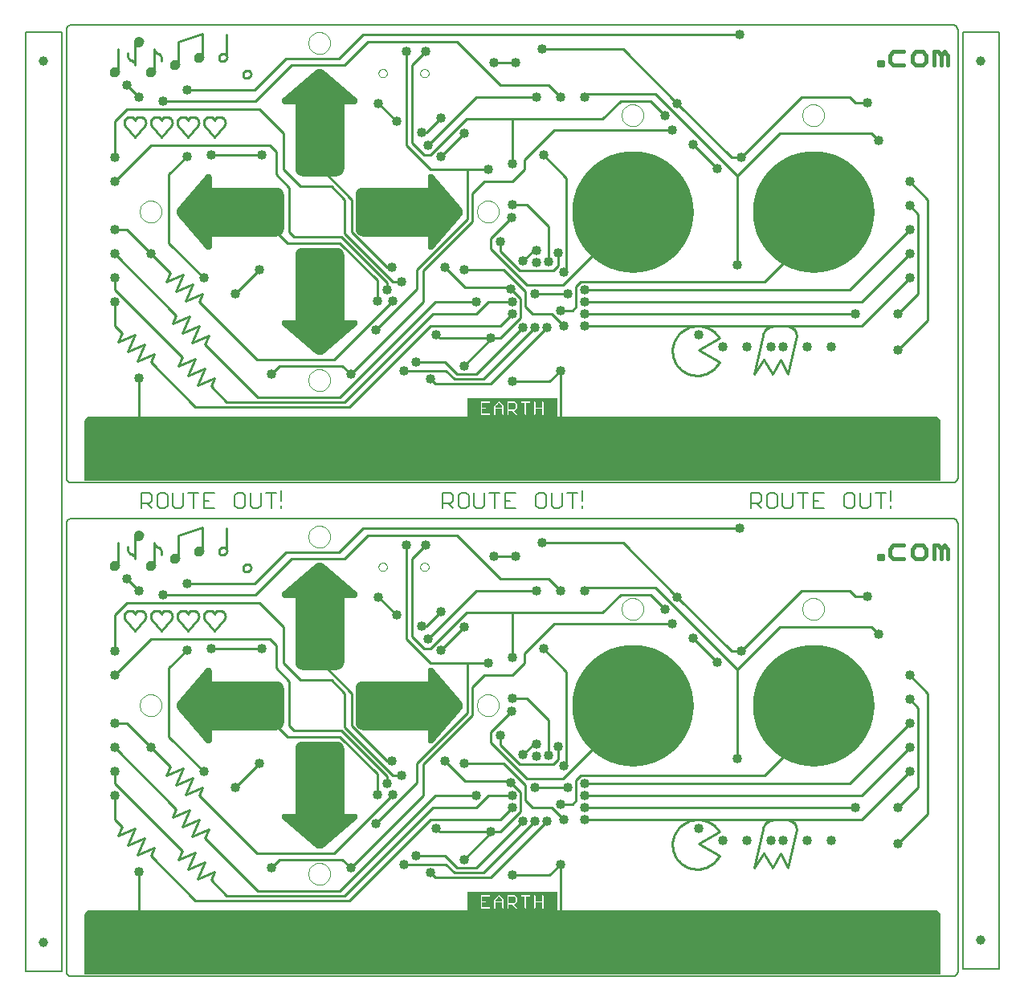
<source format=gtl>
G75*
G70*
%OFA0B0*%
%FSLAX24Y24*%
%IPPOS*%
%LPD*%
%AMOC8*
5,1,8,0,0,1.08239X$1,22.5*
%
%ADD10C,0.0080*%
%ADD11C,0.0150*%
%ADD12C,0.0050*%
%ADD13C,0.0000*%
%ADD14C,0.1650*%
%ADD15C,0.0394*%
%ADD16C,0.0001*%
%ADD17C,0.0400*%
%ADD18C,0.0100*%
D10*
X000140Y000340D02*
X000140Y009340D01*
X001640Y008840D02*
X001640Y000340D01*
X000140Y000340D01*
X001840Y000352D02*
X001840Y018928D01*
X001842Y018956D01*
X001847Y018983D01*
X001856Y019009D01*
X001868Y019034D01*
X001884Y019057D01*
X001902Y019078D01*
X001923Y019096D01*
X001946Y019112D01*
X001971Y019124D01*
X001997Y019133D01*
X002024Y019138D01*
X002052Y019140D01*
X038628Y019140D01*
X038656Y019138D01*
X038683Y019133D01*
X038709Y019124D01*
X038734Y019112D01*
X038757Y019096D01*
X038778Y019078D01*
X038796Y019057D01*
X038812Y019034D01*
X038824Y019009D01*
X038833Y018983D01*
X038838Y018956D01*
X038840Y018928D01*
X038840Y000352D01*
X038838Y000324D01*
X038833Y000297D01*
X038824Y000271D01*
X038812Y000246D01*
X038796Y000223D01*
X038778Y000202D01*
X038757Y000184D01*
X038734Y000168D01*
X038709Y000156D01*
X038683Y000147D01*
X038656Y000142D01*
X038628Y000140D01*
X002052Y000140D01*
X002024Y000142D01*
X001997Y000147D01*
X001971Y000156D01*
X001946Y000168D01*
X001923Y000184D01*
X001902Y000202D01*
X001884Y000223D01*
X001868Y000246D01*
X001856Y000271D01*
X001847Y000297D01*
X001842Y000324D01*
X001840Y000352D01*
X001640Y001340D02*
X001640Y008840D01*
X001640Y035340D01*
X000140Y038340D02*
X000140Y030840D01*
X000140Y039340D01*
X001640Y039340D01*
X001640Y030340D01*
X000140Y030840D02*
X000140Y004340D01*
X002052Y020640D02*
X038628Y020640D01*
X038656Y020642D01*
X038683Y020647D01*
X038709Y020656D01*
X038734Y020668D01*
X038757Y020684D01*
X038778Y020702D01*
X038796Y020723D01*
X038812Y020746D01*
X038824Y020771D01*
X038833Y020797D01*
X038838Y020824D01*
X038840Y020852D01*
X038840Y039428D01*
X038838Y039456D01*
X038833Y039483D01*
X038824Y039509D01*
X038812Y039534D01*
X038796Y039557D01*
X038778Y039578D01*
X038757Y039596D01*
X038734Y039612D01*
X038709Y039624D01*
X038683Y039633D01*
X038656Y039638D01*
X038628Y039640D01*
X002052Y039640D01*
X002024Y039638D01*
X001997Y039633D01*
X001971Y039624D01*
X001946Y039612D01*
X001923Y039596D01*
X001902Y039578D01*
X001884Y039557D01*
X001868Y039534D01*
X001856Y039509D01*
X001847Y039483D01*
X001842Y039456D01*
X001840Y039428D01*
X001840Y020852D01*
X001842Y020824D01*
X001847Y020797D01*
X001856Y020771D01*
X001868Y020746D01*
X001884Y020723D01*
X001902Y020702D01*
X001923Y020684D01*
X001946Y020668D01*
X001971Y020656D01*
X001997Y020647D01*
X002024Y020642D01*
X002052Y020640D01*
X039040Y030840D02*
X039040Y004340D01*
X040540Y001440D02*
X040540Y008940D01*
X040540Y000440D01*
X039040Y000440D01*
X039040Y009440D01*
X040540Y008940D02*
X040540Y035440D01*
X039040Y038340D02*
X039040Y030840D01*
X039040Y039340D01*
X040540Y039340D01*
X040540Y030340D01*
D11*
X038434Y037965D02*
X038434Y038390D01*
X038292Y038532D01*
X038151Y038390D01*
X038151Y037965D01*
X037867Y037965D02*
X037867Y038532D01*
X038009Y038532D01*
X038151Y038390D01*
X037513Y038390D02*
X037372Y038532D01*
X037088Y038532D01*
X036946Y038390D01*
X036946Y038107D01*
X037088Y037965D01*
X037372Y037965D01*
X037513Y038107D01*
X037513Y038390D01*
X036593Y038532D02*
X036167Y038532D01*
X036025Y038390D01*
X036025Y038107D01*
X036167Y037965D01*
X036593Y037965D01*
X035707Y037965D02*
X035565Y037965D01*
X035565Y038107D01*
X035707Y038107D01*
X035707Y037965D01*
X036167Y018032D02*
X036025Y017890D01*
X036025Y017607D01*
X036167Y017465D01*
X036593Y017465D01*
X036946Y017607D02*
X036946Y017890D01*
X037088Y018032D01*
X037372Y018032D01*
X037513Y017890D01*
X037513Y017607D01*
X037372Y017465D01*
X037088Y017465D01*
X036946Y017607D01*
X036593Y018032D02*
X036167Y018032D01*
X035707Y017607D02*
X035707Y017465D01*
X035565Y017465D01*
X035565Y017607D01*
X035707Y017607D01*
X037867Y017465D02*
X037867Y018032D01*
X038009Y018032D01*
X038151Y017890D01*
X038292Y018032D01*
X038434Y017890D01*
X038434Y017465D01*
X038151Y017465D02*
X038151Y017890D01*
D12*
X036066Y019565D02*
X036066Y019673D01*
X036066Y019890D02*
X036066Y020324D01*
X035855Y020216D02*
X035421Y020216D01*
X035211Y020216D02*
X035211Y019673D01*
X035102Y019565D01*
X034885Y019565D01*
X034777Y019673D01*
X034777Y020216D01*
X034566Y020107D02*
X034566Y019673D01*
X034458Y019565D01*
X034241Y019565D01*
X034132Y019673D01*
X034132Y020107D01*
X034241Y020216D01*
X034458Y020216D01*
X034566Y020107D01*
X035638Y020216D02*
X035638Y019565D01*
X033277Y019565D02*
X032843Y019565D01*
X032843Y020216D01*
X033277Y020216D01*
X033060Y019890D02*
X032843Y019890D01*
X032632Y020216D02*
X032199Y020216D01*
X031988Y020216D02*
X031988Y019673D01*
X031879Y019565D01*
X031663Y019565D01*
X031554Y019673D01*
X031554Y020216D01*
X031343Y020107D02*
X031235Y020216D01*
X031018Y020216D01*
X030910Y020107D01*
X030910Y019673D01*
X031018Y019565D01*
X031235Y019565D01*
X031343Y019673D01*
X031343Y020107D01*
X030699Y020107D02*
X030699Y019890D01*
X030590Y019782D01*
X030265Y019782D01*
X030482Y019782D02*
X030699Y019565D01*
X030265Y019565D02*
X030265Y020216D01*
X030590Y020216D01*
X030699Y020107D01*
X032416Y020216D02*
X032416Y019565D01*
X023266Y019673D02*
X023266Y019565D01*
X023266Y019890D02*
X023266Y020324D01*
X023055Y020216D02*
X022621Y020216D01*
X022411Y020216D02*
X022411Y019673D01*
X022302Y019565D01*
X022085Y019565D01*
X021977Y019673D01*
X021977Y020216D01*
X021766Y020107D02*
X021766Y019673D01*
X021658Y019565D01*
X021441Y019565D01*
X021332Y019673D01*
X021332Y020107D01*
X021441Y020216D01*
X021658Y020216D01*
X021766Y020107D01*
X022838Y020216D02*
X022838Y019565D01*
X020477Y019565D02*
X020043Y019565D01*
X020043Y020216D01*
X020477Y020216D01*
X020260Y019890D02*
X020043Y019890D01*
X019832Y020216D02*
X019399Y020216D01*
X019188Y020216D02*
X019188Y019673D01*
X019079Y019565D01*
X018863Y019565D01*
X018754Y019673D01*
X018754Y020216D01*
X018543Y020107D02*
X018543Y019673D01*
X018435Y019565D01*
X018218Y019565D01*
X018110Y019673D01*
X018110Y020107D01*
X018218Y020216D01*
X018435Y020216D01*
X018543Y020107D01*
X017899Y020107D02*
X017899Y019890D01*
X017790Y019782D01*
X017465Y019782D01*
X017682Y019782D02*
X017899Y019565D01*
X017465Y019565D02*
X017465Y020216D01*
X017790Y020216D01*
X017899Y020107D01*
X019616Y020216D02*
X019616Y019565D01*
X010766Y019673D02*
X010766Y019565D01*
X010766Y019890D02*
X010766Y020324D01*
X010555Y020216D02*
X010121Y020216D01*
X009911Y020216D02*
X009911Y019673D01*
X009802Y019565D01*
X009585Y019565D01*
X009477Y019673D01*
X009477Y020216D01*
X009266Y020107D02*
X009266Y019673D01*
X009158Y019565D01*
X008941Y019565D01*
X008832Y019673D01*
X008832Y020107D01*
X008941Y020216D01*
X009158Y020216D01*
X009266Y020107D01*
X010338Y020216D02*
X010338Y019565D01*
X007977Y019565D02*
X007543Y019565D01*
X007543Y020216D01*
X007977Y020216D01*
X007760Y019890D02*
X007543Y019890D01*
X007332Y020216D02*
X006899Y020216D01*
X006688Y020216D02*
X006688Y019673D01*
X006579Y019565D01*
X006363Y019565D01*
X006254Y019673D01*
X006254Y020216D01*
X006043Y020107D02*
X006043Y019673D01*
X005935Y019565D01*
X005718Y019565D01*
X005610Y019673D01*
X005610Y020107D01*
X005718Y020216D01*
X005935Y020216D01*
X006043Y020107D01*
X005399Y020107D02*
X005399Y019890D01*
X005290Y019782D01*
X004965Y019782D01*
X005182Y019782D02*
X005399Y019565D01*
X004965Y019565D02*
X004965Y020216D01*
X005290Y020216D01*
X005399Y020107D01*
X007116Y020216D02*
X007116Y019565D01*
D13*
X010819Y016087D02*
X012177Y017251D01*
X012219Y017279D01*
X012265Y017299D01*
X012315Y017309D01*
X012365Y017309D01*
X012415Y017299D01*
X012461Y017279D01*
X012503Y017251D01*
X013861Y016087D01*
X013881Y016064D01*
X013894Y016037D01*
X013899Y016008D01*
X013897Y015977D01*
X013886Y015949D01*
X013869Y015925D01*
X013845Y015906D01*
X013818Y015894D01*
X013788Y015890D01*
X013340Y015890D01*
X013340Y013210D01*
X013334Y013148D01*
X013316Y013088D01*
X013286Y013032D01*
X013246Y012984D01*
X013198Y012944D01*
X013142Y012914D01*
X013082Y012896D01*
X013020Y012890D01*
X011660Y012890D01*
X011598Y012896D01*
X011538Y012914D01*
X011482Y012944D01*
X011434Y012984D01*
X011394Y013032D01*
X011364Y013088D01*
X011346Y013148D01*
X011340Y013210D01*
X011340Y015890D01*
X010892Y015890D01*
X010862Y015894D01*
X010835Y015906D01*
X010811Y015925D01*
X010794Y015949D01*
X010783Y015977D01*
X010781Y016008D01*
X010786Y016037D01*
X010799Y016064D01*
X010819Y016087D01*
X011887Y018390D02*
X011889Y018432D01*
X011895Y018474D01*
X011905Y018516D01*
X011918Y018556D01*
X011936Y018595D01*
X011957Y018632D01*
X011981Y018666D01*
X012009Y018699D01*
X012039Y018729D01*
X012072Y018755D01*
X012107Y018779D01*
X012145Y018799D01*
X012184Y018815D01*
X012224Y018828D01*
X012266Y018837D01*
X012308Y018842D01*
X012351Y018843D01*
X012393Y018840D01*
X012435Y018833D01*
X012476Y018822D01*
X012516Y018807D01*
X012554Y018789D01*
X012591Y018767D01*
X012625Y018742D01*
X012657Y018714D01*
X012685Y018683D01*
X012711Y018649D01*
X012734Y018613D01*
X012753Y018576D01*
X012769Y018536D01*
X012781Y018495D01*
X012789Y018454D01*
X012793Y018411D01*
X012793Y018369D01*
X012789Y018326D01*
X012781Y018285D01*
X012769Y018244D01*
X012753Y018204D01*
X012734Y018167D01*
X012711Y018131D01*
X012685Y018097D01*
X012657Y018066D01*
X012625Y018038D01*
X012591Y018013D01*
X012554Y017991D01*
X012516Y017973D01*
X012476Y017958D01*
X012435Y017947D01*
X012393Y017940D01*
X012351Y017937D01*
X012308Y017938D01*
X012266Y017943D01*
X012224Y017952D01*
X012184Y017965D01*
X012145Y017981D01*
X012107Y018001D01*
X012072Y018025D01*
X012039Y018051D01*
X012009Y018081D01*
X011981Y018114D01*
X011957Y018148D01*
X011936Y018185D01*
X011918Y018224D01*
X011905Y018264D01*
X011895Y018306D01*
X011889Y018348D01*
X011887Y018390D01*
X014797Y017140D02*
X014799Y017166D01*
X014805Y017192D01*
X014815Y017217D01*
X014828Y017240D01*
X014844Y017260D01*
X014864Y017278D01*
X014886Y017293D01*
X014909Y017305D01*
X014935Y017313D01*
X014961Y017317D01*
X014987Y017317D01*
X015013Y017313D01*
X015039Y017305D01*
X015063Y017293D01*
X015084Y017278D01*
X015104Y017260D01*
X015120Y017240D01*
X015133Y017217D01*
X015143Y017192D01*
X015149Y017166D01*
X015151Y017140D01*
X015149Y017114D01*
X015143Y017088D01*
X015133Y017063D01*
X015120Y017040D01*
X015104Y017020D01*
X015084Y017002D01*
X015062Y016987D01*
X015039Y016975D01*
X015013Y016967D01*
X014987Y016963D01*
X014961Y016963D01*
X014935Y016967D01*
X014909Y016975D01*
X014885Y016987D01*
X014864Y017002D01*
X014844Y017020D01*
X014828Y017040D01*
X014815Y017063D01*
X014805Y017088D01*
X014799Y017114D01*
X014797Y017140D01*
X016529Y017140D02*
X016531Y017166D01*
X016537Y017192D01*
X016547Y017217D01*
X016560Y017240D01*
X016576Y017260D01*
X016596Y017278D01*
X016618Y017293D01*
X016641Y017305D01*
X016667Y017313D01*
X016693Y017317D01*
X016719Y017317D01*
X016745Y017313D01*
X016771Y017305D01*
X016795Y017293D01*
X016816Y017278D01*
X016836Y017260D01*
X016852Y017240D01*
X016865Y017217D01*
X016875Y017192D01*
X016881Y017166D01*
X016883Y017140D01*
X016881Y017114D01*
X016875Y017088D01*
X016865Y017063D01*
X016852Y017040D01*
X016836Y017020D01*
X016816Y017002D01*
X016794Y016987D01*
X016771Y016975D01*
X016745Y016967D01*
X016719Y016963D01*
X016693Y016963D01*
X016667Y016967D01*
X016641Y016975D01*
X016617Y016987D01*
X016596Y017002D01*
X016576Y017020D01*
X016560Y017040D01*
X016547Y017063D01*
X016537Y017088D01*
X016531Y017114D01*
X016529Y017140D01*
X016927Y012947D02*
X016958Y012949D01*
X016987Y012944D01*
X017014Y012931D01*
X017037Y012911D01*
X018201Y011553D01*
X018229Y011511D01*
X018249Y011465D01*
X018259Y011415D01*
X018259Y011365D01*
X018249Y011315D01*
X018229Y011269D01*
X018201Y011227D01*
X017037Y009869D01*
X017014Y009849D01*
X016987Y009836D01*
X016958Y009831D01*
X016927Y009833D01*
X016899Y009844D01*
X016875Y009861D01*
X016856Y009885D01*
X016844Y009912D01*
X016840Y009942D01*
X016840Y010390D01*
X014160Y010390D01*
X014098Y010396D01*
X014038Y010414D01*
X013982Y010444D01*
X013934Y010484D01*
X013894Y010532D01*
X013864Y010588D01*
X013846Y010648D01*
X013840Y010710D01*
X013840Y012070D01*
X013846Y012132D01*
X013864Y012192D01*
X013894Y012248D01*
X013934Y012296D01*
X013982Y012336D01*
X014038Y012366D01*
X014098Y012384D01*
X014160Y012390D01*
X016840Y012390D01*
X016840Y012838D01*
X016844Y012868D01*
X016856Y012895D01*
X016875Y012919D01*
X016899Y012936D01*
X016927Y012947D01*
X018887Y011390D02*
X018889Y011432D01*
X018895Y011474D01*
X018905Y011516D01*
X018918Y011556D01*
X018936Y011595D01*
X018957Y011632D01*
X018981Y011666D01*
X019009Y011699D01*
X019039Y011729D01*
X019072Y011755D01*
X019107Y011779D01*
X019145Y011799D01*
X019184Y011815D01*
X019224Y011828D01*
X019266Y011837D01*
X019308Y011842D01*
X019351Y011843D01*
X019393Y011840D01*
X019435Y011833D01*
X019476Y011822D01*
X019516Y011807D01*
X019554Y011789D01*
X019591Y011767D01*
X019625Y011742D01*
X019657Y011714D01*
X019685Y011683D01*
X019711Y011649D01*
X019734Y011613D01*
X019753Y011576D01*
X019769Y011536D01*
X019781Y011495D01*
X019789Y011454D01*
X019793Y011411D01*
X019793Y011369D01*
X019789Y011326D01*
X019781Y011285D01*
X019769Y011244D01*
X019753Y011204D01*
X019734Y011167D01*
X019711Y011131D01*
X019685Y011097D01*
X019657Y011066D01*
X019625Y011038D01*
X019591Y011013D01*
X019554Y010991D01*
X019516Y010973D01*
X019476Y010958D01*
X019435Y010947D01*
X019393Y010940D01*
X019351Y010937D01*
X019308Y010938D01*
X019266Y010943D01*
X019224Y010952D01*
X019184Y010965D01*
X019145Y010981D01*
X019107Y011001D01*
X019072Y011025D01*
X019039Y011051D01*
X019009Y011081D01*
X018981Y011114D01*
X018957Y011148D01*
X018936Y011185D01*
X018918Y011224D01*
X018905Y011264D01*
X018895Y011306D01*
X018889Y011348D01*
X018887Y011390D01*
X022840Y011390D02*
X022858Y011089D01*
X022913Y010792D01*
X023002Y010503D01*
X023126Y010228D01*
X023283Y009970D01*
X023469Y009732D01*
X023682Y009519D01*
X023920Y009333D01*
X024178Y009176D01*
X024453Y009052D01*
X024742Y008963D01*
X025039Y008908D01*
X025340Y008890D01*
X025641Y008908D01*
X025938Y008963D01*
X026227Y009052D01*
X026502Y009176D01*
X026760Y009333D01*
X026998Y009519D01*
X027211Y009732D01*
X027397Y009970D01*
X027554Y010228D01*
X027678Y010503D01*
X027767Y010792D01*
X027822Y011089D01*
X027840Y011390D01*
X027822Y011691D01*
X027767Y011988D01*
X027678Y012277D01*
X027554Y012552D01*
X027397Y012810D01*
X027211Y013048D01*
X026998Y013261D01*
X026760Y013447D01*
X026502Y013604D01*
X026227Y013728D01*
X025938Y013817D01*
X025641Y013872D01*
X025340Y013890D01*
X025039Y013872D01*
X024742Y013817D01*
X024453Y013728D01*
X024178Y013604D01*
X023920Y013447D01*
X023682Y013261D01*
X023469Y013048D01*
X023283Y012810D01*
X023126Y012552D01*
X023002Y012277D01*
X022913Y011988D01*
X022858Y011691D01*
X022840Y011390D01*
X024887Y015390D02*
X024889Y015432D01*
X024895Y015474D01*
X024905Y015516D01*
X024918Y015556D01*
X024936Y015595D01*
X024957Y015632D01*
X024981Y015666D01*
X025009Y015699D01*
X025039Y015729D01*
X025072Y015755D01*
X025107Y015779D01*
X025145Y015799D01*
X025184Y015815D01*
X025224Y015828D01*
X025266Y015837D01*
X025308Y015842D01*
X025351Y015843D01*
X025393Y015840D01*
X025435Y015833D01*
X025476Y015822D01*
X025516Y015807D01*
X025554Y015789D01*
X025591Y015767D01*
X025625Y015742D01*
X025657Y015714D01*
X025685Y015683D01*
X025711Y015649D01*
X025734Y015613D01*
X025753Y015576D01*
X025769Y015536D01*
X025781Y015495D01*
X025789Y015454D01*
X025793Y015411D01*
X025793Y015369D01*
X025789Y015326D01*
X025781Y015285D01*
X025769Y015244D01*
X025753Y015204D01*
X025734Y015167D01*
X025711Y015131D01*
X025685Y015097D01*
X025657Y015066D01*
X025625Y015038D01*
X025591Y015013D01*
X025554Y014991D01*
X025516Y014973D01*
X025476Y014958D01*
X025435Y014947D01*
X025393Y014940D01*
X025351Y014937D01*
X025308Y014938D01*
X025266Y014943D01*
X025224Y014952D01*
X025184Y014965D01*
X025145Y014981D01*
X025107Y015001D01*
X025072Y015025D01*
X025039Y015051D01*
X025009Y015081D01*
X024981Y015114D01*
X024957Y015148D01*
X024936Y015185D01*
X024918Y015224D01*
X024905Y015264D01*
X024895Y015306D01*
X024889Y015348D01*
X024887Y015390D01*
X030626Y012552D02*
X030502Y012277D01*
X030413Y011988D01*
X030358Y011691D01*
X030340Y011390D01*
X030358Y011089D01*
X030413Y010792D01*
X030502Y010503D01*
X030626Y010228D01*
X030783Y009970D01*
X030969Y009732D01*
X031182Y009519D01*
X031420Y009333D01*
X031678Y009176D01*
X031953Y009052D01*
X032242Y008963D01*
X032539Y008908D01*
X032840Y008890D01*
X033141Y008908D01*
X033438Y008963D01*
X033727Y009052D01*
X034002Y009176D01*
X034260Y009333D01*
X034498Y009519D01*
X034711Y009732D01*
X034897Y009970D01*
X035054Y010228D01*
X035178Y010503D01*
X035267Y010792D01*
X035322Y011089D01*
X035340Y011390D01*
X035322Y011691D01*
X035267Y011988D01*
X035178Y012277D01*
X035054Y012552D01*
X034897Y012810D01*
X034711Y013048D01*
X034498Y013261D01*
X034260Y013447D01*
X034002Y013604D01*
X033727Y013728D01*
X033438Y013817D01*
X033141Y013872D01*
X032840Y013890D01*
X032539Y013872D01*
X032242Y013817D01*
X031953Y013728D01*
X031678Y013604D01*
X031420Y013447D01*
X031182Y013261D01*
X030969Y013048D01*
X030783Y012810D01*
X030626Y012552D01*
X032387Y015390D02*
X032389Y015432D01*
X032395Y015474D01*
X032405Y015516D01*
X032418Y015556D01*
X032436Y015595D01*
X032457Y015632D01*
X032481Y015666D01*
X032509Y015699D01*
X032539Y015729D01*
X032572Y015755D01*
X032607Y015779D01*
X032645Y015799D01*
X032684Y015815D01*
X032724Y015828D01*
X032766Y015837D01*
X032808Y015842D01*
X032851Y015843D01*
X032893Y015840D01*
X032935Y015833D01*
X032976Y015822D01*
X033016Y015807D01*
X033054Y015789D01*
X033091Y015767D01*
X033125Y015742D01*
X033157Y015714D01*
X033185Y015683D01*
X033211Y015649D01*
X033234Y015613D01*
X033253Y015576D01*
X033269Y015536D01*
X033281Y015495D01*
X033289Y015454D01*
X033293Y015411D01*
X033293Y015369D01*
X033289Y015326D01*
X033281Y015285D01*
X033269Y015244D01*
X033253Y015204D01*
X033234Y015167D01*
X033211Y015131D01*
X033185Y015097D01*
X033157Y015066D01*
X033125Y015038D01*
X033091Y015013D01*
X033054Y014991D01*
X033016Y014973D01*
X032976Y014958D01*
X032935Y014947D01*
X032893Y014940D01*
X032851Y014937D01*
X032808Y014938D01*
X032766Y014943D01*
X032724Y014952D01*
X032684Y014965D01*
X032645Y014981D01*
X032607Y015001D01*
X032572Y015025D01*
X032539Y015051D01*
X032509Y015081D01*
X032481Y015114D01*
X032457Y015148D01*
X032436Y015185D01*
X032418Y015224D01*
X032405Y015264D01*
X032395Y015306D01*
X032389Y015348D01*
X032387Y015390D01*
X038090Y020760D02*
X002590Y020760D01*
X002590Y023140D01*
X002595Y023189D01*
X002609Y023236D01*
X002632Y023279D01*
X002663Y023317D01*
X002701Y023348D01*
X002744Y023371D01*
X002791Y023385D01*
X002840Y023390D01*
X018490Y023390D01*
X018490Y024140D01*
X022190Y024140D01*
X022190Y023390D01*
X037840Y023390D01*
X037889Y023385D01*
X037936Y023371D01*
X037979Y023348D01*
X038017Y023317D01*
X038048Y023279D01*
X038071Y023236D01*
X038085Y023189D01*
X038090Y023140D01*
X038090Y020760D01*
X034002Y029676D02*
X033727Y029552D01*
X033438Y029463D01*
X033141Y029408D01*
X032840Y029390D01*
X032539Y029408D01*
X032242Y029463D01*
X031953Y029552D01*
X031678Y029676D01*
X031420Y029833D01*
X031182Y030019D01*
X030969Y030232D01*
X030783Y030470D01*
X030626Y030728D01*
X030502Y031003D01*
X030413Y031292D01*
X030358Y031589D01*
X030340Y031890D01*
X030358Y032191D01*
X030413Y032488D01*
X030502Y032777D01*
X030626Y033052D01*
X030783Y033310D01*
X030969Y033548D01*
X031182Y033761D01*
X031420Y033947D01*
X031678Y034104D01*
X031953Y034228D01*
X032242Y034317D01*
X032539Y034372D01*
X032840Y034390D01*
X033141Y034372D01*
X033438Y034317D01*
X033727Y034228D01*
X034002Y034104D01*
X034260Y033947D01*
X034498Y033761D01*
X034711Y033548D01*
X034897Y033310D01*
X035054Y033052D01*
X035178Y032777D01*
X035267Y032488D01*
X035322Y032191D01*
X035340Y031890D01*
X035322Y031589D01*
X035267Y031292D01*
X035178Y031003D01*
X035054Y030728D01*
X034897Y030470D01*
X034711Y030232D01*
X034498Y030019D01*
X034260Y029833D01*
X034002Y029676D01*
X027767Y031292D02*
X027678Y031003D01*
X027554Y030728D01*
X027397Y030470D01*
X027211Y030232D01*
X026998Y030019D01*
X026760Y029833D01*
X026502Y029676D01*
X026227Y029552D01*
X025938Y029463D01*
X025641Y029408D01*
X025340Y029390D01*
X025039Y029408D01*
X024742Y029463D01*
X024453Y029552D01*
X024178Y029676D01*
X023920Y029833D01*
X023682Y030019D01*
X023469Y030232D01*
X023283Y030470D01*
X023126Y030728D01*
X023002Y031003D01*
X022913Y031292D01*
X022858Y031589D01*
X022840Y031890D01*
X022858Y032191D01*
X022913Y032488D01*
X023002Y032777D01*
X023126Y033052D01*
X023283Y033310D01*
X023469Y033548D01*
X023682Y033761D01*
X023920Y033947D01*
X024178Y034104D01*
X024453Y034228D01*
X024742Y034317D01*
X025039Y034372D01*
X025340Y034390D01*
X025641Y034372D01*
X025938Y034317D01*
X026227Y034228D01*
X026502Y034104D01*
X026760Y033947D01*
X026998Y033761D01*
X027211Y033548D01*
X027397Y033310D01*
X027554Y033052D01*
X027678Y032777D01*
X027767Y032488D01*
X027822Y032191D01*
X027840Y031890D01*
X027822Y031589D01*
X027767Y031292D01*
X024887Y035890D02*
X024889Y035932D01*
X024895Y035974D01*
X024905Y036016D01*
X024918Y036056D01*
X024936Y036095D01*
X024957Y036132D01*
X024981Y036166D01*
X025009Y036199D01*
X025039Y036229D01*
X025072Y036255D01*
X025107Y036279D01*
X025145Y036299D01*
X025184Y036315D01*
X025224Y036328D01*
X025266Y036337D01*
X025308Y036342D01*
X025351Y036343D01*
X025393Y036340D01*
X025435Y036333D01*
X025476Y036322D01*
X025516Y036307D01*
X025554Y036289D01*
X025591Y036267D01*
X025625Y036242D01*
X025657Y036214D01*
X025685Y036183D01*
X025711Y036149D01*
X025734Y036113D01*
X025753Y036076D01*
X025769Y036036D01*
X025781Y035995D01*
X025789Y035954D01*
X025793Y035911D01*
X025793Y035869D01*
X025789Y035826D01*
X025781Y035785D01*
X025769Y035744D01*
X025753Y035704D01*
X025734Y035667D01*
X025711Y035631D01*
X025685Y035597D01*
X025657Y035566D01*
X025625Y035538D01*
X025591Y035513D01*
X025554Y035491D01*
X025516Y035473D01*
X025476Y035458D01*
X025435Y035447D01*
X025393Y035440D01*
X025351Y035437D01*
X025308Y035438D01*
X025266Y035443D01*
X025224Y035452D01*
X025184Y035465D01*
X025145Y035481D01*
X025107Y035501D01*
X025072Y035525D01*
X025039Y035551D01*
X025009Y035581D01*
X024981Y035614D01*
X024957Y035648D01*
X024936Y035685D01*
X024918Y035724D01*
X024905Y035764D01*
X024895Y035806D01*
X024889Y035848D01*
X024887Y035890D01*
X018887Y031890D02*
X018889Y031932D01*
X018895Y031974D01*
X018905Y032016D01*
X018918Y032056D01*
X018936Y032095D01*
X018957Y032132D01*
X018981Y032166D01*
X019009Y032199D01*
X019039Y032229D01*
X019072Y032255D01*
X019107Y032279D01*
X019145Y032299D01*
X019184Y032315D01*
X019224Y032328D01*
X019266Y032337D01*
X019308Y032342D01*
X019351Y032343D01*
X019393Y032340D01*
X019435Y032333D01*
X019476Y032322D01*
X019516Y032307D01*
X019554Y032289D01*
X019591Y032267D01*
X019625Y032242D01*
X019657Y032214D01*
X019685Y032183D01*
X019711Y032149D01*
X019734Y032113D01*
X019753Y032076D01*
X019769Y032036D01*
X019781Y031995D01*
X019789Y031954D01*
X019793Y031911D01*
X019793Y031869D01*
X019789Y031826D01*
X019781Y031785D01*
X019769Y031744D01*
X019753Y031704D01*
X019734Y031667D01*
X019711Y031631D01*
X019685Y031597D01*
X019657Y031566D01*
X019625Y031538D01*
X019591Y031513D01*
X019554Y031491D01*
X019516Y031473D01*
X019476Y031458D01*
X019435Y031447D01*
X019393Y031440D01*
X019351Y031437D01*
X019308Y031438D01*
X019266Y031443D01*
X019224Y031452D01*
X019184Y031465D01*
X019145Y031481D01*
X019107Y031501D01*
X019072Y031525D01*
X019039Y031551D01*
X019009Y031581D01*
X018981Y031614D01*
X018957Y031648D01*
X018936Y031685D01*
X018918Y031724D01*
X018905Y031764D01*
X018895Y031806D01*
X018889Y031848D01*
X018887Y031890D01*
X018259Y031865D02*
X018249Y031815D01*
X018229Y031769D01*
X018201Y031727D01*
X017037Y030369D01*
X017014Y030349D01*
X016987Y030336D01*
X016958Y030331D01*
X016927Y030333D01*
X016899Y030344D01*
X016875Y030361D01*
X016856Y030385D01*
X016844Y030412D01*
X016840Y030442D01*
X016840Y030890D01*
X014160Y030890D01*
X014098Y030896D01*
X014038Y030914D01*
X013982Y030944D01*
X013934Y030984D01*
X013894Y031032D01*
X013864Y031088D01*
X013846Y031148D01*
X013840Y031210D01*
X013840Y032570D01*
X013846Y032632D01*
X013864Y032692D01*
X013894Y032748D01*
X013934Y032796D01*
X013982Y032836D01*
X014038Y032866D01*
X014098Y032884D01*
X014160Y032890D01*
X016840Y032890D01*
X016840Y033338D01*
X016844Y033368D01*
X016856Y033395D01*
X016875Y033419D01*
X016899Y033436D01*
X016927Y033447D01*
X016958Y033449D01*
X016987Y033444D01*
X017014Y033431D01*
X017037Y033411D01*
X018201Y032053D01*
X018229Y032011D01*
X018249Y031965D01*
X018259Y031915D01*
X018259Y031865D01*
X013869Y027355D02*
X013886Y027331D01*
X013897Y027303D01*
X013899Y027272D01*
X013894Y027243D01*
X013881Y027216D01*
X013861Y027193D01*
X012503Y026029D01*
X012461Y026001D01*
X012415Y025981D01*
X012365Y025971D01*
X012315Y025971D01*
X012265Y025981D01*
X012219Y026001D01*
X012177Y026029D01*
X010819Y027193D01*
X010799Y027216D01*
X010786Y027243D01*
X010781Y027272D01*
X010783Y027303D01*
X010794Y027331D01*
X010811Y027355D01*
X010835Y027374D01*
X010862Y027386D01*
X010892Y027390D01*
X011340Y027390D01*
X011340Y030070D01*
X011346Y030132D01*
X011364Y030192D01*
X011394Y030248D01*
X011434Y030296D01*
X011482Y030336D01*
X011538Y030366D01*
X011598Y030384D01*
X011660Y030390D01*
X013020Y030390D01*
X013082Y030384D01*
X013142Y030366D01*
X013198Y030336D01*
X013246Y030296D01*
X013286Y030248D01*
X013316Y030192D01*
X013334Y030132D01*
X013340Y030070D01*
X013340Y027390D01*
X013788Y027390D01*
X013818Y027386D01*
X013845Y027374D01*
X013869Y027355D01*
X011887Y024890D02*
X011889Y024932D01*
X011895Y024974D01*
X011905Y025016D01*
X011918Y025056D01*
X011936Y025095D01*
X011957Y025132D01*
X011981Y025166D01*
X012009Y025199D01*
X012039Y025229D01*
X012072Y025255D01*
X012107Y025279D01*
X012145Y025299D01*
X012184Y025315D01*
X012224Y025328D01*
X012266Y025337D01*
X012308Y025342D01*
X012351Y025343D01*
X012393Y025340D01*
X012435Y025333D01*
X012476Y025322D01*
X012516Y025307D01*
X012554Y025289D01*
X012591Y025267D01*
X012625Y025242D01*
X012657Y025214D01*
X012685Y025183D01*
X012711Y025149D01*
X012734Y025113D01*
X012753Y025076D01*
X012769Y025036D01*
X012781Y024995D01*
X012789Y024954D01*
X012793Y024911D01*
X012793Y024869D01*
X012789Y024826D01*
X012781Y024785D01*
X012769Y024744D01*
X012753Y024704D01*
X012734Y024667D01*
X012711Y024631D01*
X012685Y024597D01*
X012657Y024566D01*
X012625Y024538D01*
X012591Y024513D01*
X012554Y024491D01*
X012516Y024473D01*
X012476Y024458D01*
X012435Y024447D01*
X012393Y024440D01*
X012351Y024437D01*
X012308Y024438D01*
X012266Y024443D01*
X012224Y024452D01*
X012184Y024465D01*
X012145Y024481D01*
X012107Y024501D01*
X012072Y024525D01*
X012039Y024551D01*
X012009Y024581D01*
X011981Y024614D01*
X011957Y024648D01*
X011936Y024685D01*
X011918Y024724D01*
X011905Y024764D01*
X011895Y024806D01*
X011889Y024848D01*
X011887Y024890D01*
X007805Y030361D02*
X007781Y030344D01*
X007753Y030333D01*
X007722Y030331D01*
X007693Y030336D01*
X007666Y030349D01*
X007643Y030369D01*
X006479Y031727D01*
X006451Y031769D01*
X006431Y031815D01*
X006421Y031865D01*
X006421Y031915D01*
X006431Y031965D01*
X006451Y032011D01*
X006479Y032053D01*
X007643Y033411D01*
X007666Y033431D01*
X007693Y033444D01*
X007722Y033449D01*
X007753Y033447D01*
X007781Y033436D01*
X007805Y033419D01*
X007824Y033395D01*
X007836Y033368D01*
X007840Y033338D01*
X007840Y032890D01*
X010520Y032890D01*
X010582Y032884D01*
X010642Y032866D01*
X010698Y032836D01*
X010746Y032796D01*
X010786Y032748D01*
X010816Y032692D01*
X010834Y032632D01*
X010840Y032570D01*
X010840Y031210D01*
X010834Y031148D01*
X010816Y031088D01*
X010786Y031032D01*
X010746Y030984D01*
X010698Y030944D01*
X010642Y030914D01*
X010582Y030896D01*
X010520Y030890D01*
X007840Y030890D01*
X007840Y030442D01*
X007836Y030412D01*
X007824Y030385D01*
X007805Y030361D01*
X004887Y031890D02*
X004889Y031932D01*
X004895Y031974D01*
X004905Y032016D01*
X004918Y032056D01*
X004936Y032095D01*
X004957Y032132D01*
X004981Y032166D01*
X005009Y032199D01*
X005039Y032229D01*
X005072Y032255D01*
X005107Y032279D01*
X005145Y032299D01*
X005184Y032315D01*
X005224Y032328D01*
X005266Y032337D01*
X005308Y032342D01*
X005351Y032343D01*
X005393Y032340D01*
X005435Y032333D01*
X005476Y032322D01*
X005516Y032307D01*
X005554Y032289D01*
X005591Y032267D01*
X005625Y032242D01*
X005657Y032214D01*
X005685Y032183D01*
X005711Y032149D01*
X005734Y032113D01*
X005753Y032076D01*
X005769Y032036D01*
X005781Y031995D01*
X005789Y031954D01*
X005793Y031911D01*
X005793Y031869D01*
X005789Y031826D01*
X005781Y031785D01*
X005769Y031744D01*
X005753Y031704D01*
X005734Y031667D01*
X005711Y031631D01*
X005685Y031597D01*
X005657Y031566D01*
X005625Y031538D01*
X005591Y031513D01*
X005554Y031491D01*
X005516Y031473D01*
X005476Y031458D01*
X005435Y031447D01*
X005393Y031440D01*
X005351Y031437D01*
X005308Y031438D01*
X005266Y031443D01*
X005224Y031452D01*
X005184Y031465D01*
X005145Y031481D01*
X005107Y031501D01*
X005072Y031525D01*
X005039Y031551D01*
X005009Y031581D01*
X004981Y031614D01*
X004957Y031648D01*
X004936Y031685D01*
X004918Y031724D01*
X004905Y031764D01*
X004895Y031806D01*
X004889Y031848D01*
X004887Y031890D01*
X010811Y036425D02*
X010794Y036449D01*
X010783Y036477D01*
X010781Y036508D01*
X010786Y036537D01*
X010799Y036564D01*
X010819Y036587D01*
X012177Y037751D01*
X012219Y037779D01*
X012265Y037799D01*
X012315Y037809D01*
X012365Y037809D01*
X012415Y037799D01*
X012461Y037779D01*
X012503Y037751D01*
X013861Y036587D01*
X013881Y036564D01*
X013894Y036537D01*
X013899Y036508D01*
X013897Y036477D01*
X013886Y036449D01*
X013869Y036425D01*
X013845Y036406D01*
X013818Y036394D01*
X013788Y036390D01*
X013340Y036390D01*
X013340Y033710D01*
X013334Y033648D01*
X013316Y033588D01*
X013286Y033532D01*
X013246Y033484D01*
X013198Y033444D01*
X013142Y033414D01*
X013082Y033396D01*
X013020Y033390D01*
X011660Y033390D01*
X011598Y033396D01*
X011538Y033414D01*
X011482Y033444D01*
X011434Y033484D01*
X011394Y033532D01*
X011364Y033588D01*
X011346Y033648D01*
X011340Y033710D01*
X011340Y036390D01*
X010892Y036390D01*
X010862Y036394D01*
X010835Y036406D01*
X010811Y036425D01*
X011887Y038890D02*
X011889Y038932D01*
X011895Y038974D01*
X011905Y039016D01*
X011918Y039056D01*
X011936Y039095D01*
X011957Y039132D01*
X011981Y039166D01*
X012009Y039199D01*
X012039Y039229D01*
X012072Y039255D01*
X012107Y039279D01*
X012145Y039299D01*
X012184Y039315D01*
X012224Y039328D01*
X012266Y039337D01*
X012308Y039342D01*
X012351Y039343D01*
X012393Y039340D01*
X012435Y039333D01*
X012476Y039322D01*
X012516Y039307D01*
X012554Y039289D01*
X012591Y039267D01*
X012625Y039242D01*
X012657Y039214D01*
X012685Y039183D01*
X012711Y039149D01*
X012734Y039113D01*
X012753Y039076D01*
X012769Y039036D01*
X012781Y038995D01*
X012789Y038954D01*
X012793Y038911D01*
X012793Y038869D01*
X012789Y038826D01*
X012781Y038785D01*
X012769Y038744D01*
X012753Y038704D01*
X012734Y038667D01*
X012711Y038631D01*
X012685Y038597D01*
X012657Y038566D01*
X012625Y038538D01*
X012591Y038513D01*
X012554Y038491D01*
X012516Y038473D01*
X012476Y038458D01*
X012435Y038447D01*
X012393Y038440D01*
X012351Y038437D01*
X012308Y038438D01*
X012266Y038443D01*
X012224Y038452D01*
X012184Y038465D01*
X012145Y038481D01*
X012107Y038501D01*
X012072Y038525D01*
X012039Y038551D01*
X012009Y038581D01*
X011981Y038614D01*
X011957Y038648D01*
X011936Y038685D01*
X011918Y038724D01*
X011905Y038764D01*
X011895Y038806D01*
X011889Y038848D01*
X011887Y038890D01*
X014797Y037640D02*
X014799Y037666D01*
X014805Y037692D01*
X014815Y037717D01*
X014828Y037740D01*
X014844Y037760D01*
X014864Y037778D01*
X014886Y037793D01*
X014909Y037805D01*
X014935Y037813D01*
X014961Y037817D01*
X014987Y037817D01*
X015013Y037813D01*
X015039Y037805D01*
X015063Y037793D01*
X015084Y037778D01*
X015104Y037760D01*
X015120Y037740D01*
X015133Y037717D01*
X015143Y037692D01*
X015149Y037666D01*
X015151Y037640D01*
X015149Y037614D01*
X015143Y037588D01*
X015133Y037563D01*
X015120Y037540D01*
X015104Y037520D01*
X015084Y037502D01*
X015062Y037487D01*
X015039Y037475D01*
X015013Y037467D01*
X014987Y037463D01*
X014961Y037463D01*
X014935Y037467D01*
X014909Y037475D01*
X014885Y037487D01*
X014864Y037502D01*
X014844Y037520D01*
X014828Y037540D01*
X014815Y037563D01*
X014805Y037588D01*
X014799Y037614D01*
X014797Y037640D01*
X016529Y037640D02*
X016531Y037666D01*
X016537Y037692D01*
X016547Y037717D01*
X016560Y037740D01*
X016576Y037760D01*
X016596Y037778D01*
X016618Y037793D01*
X016641Y037805D01*
X016667Y037813D01*
X016693Y037817D01*
X016719Y037817D01*
X016745Y037813D01*
X016771Y037805D01*
X016795Y037793D01*
X016816Y037778D01*
X016836Y037760D01*
X016852Y037740D01*
X016865Y037717D01*
X016875Y037692D01*
X016881Y037666D01*
X016883Y037640D01*
X016881Y037614D01*
X016875Y037588D01*
X016865Y037563D01*
X016852Y037540D01*
X016836Y037520D01*
X016816Y037502D01*
X016794Y037487D01*
X016771Y037475D01*
X016745Y037467D01*
X016719Y037463D01*
X016693Y037463D01*
X016667Y037467D01*
X016641Y037475D01*
X016617Y037487D01*
X016596Y037502D01*
X016576Y037520D01*
X016560Y037540D01*
X016547Y037563D01*
X016537Y037588D01*
X016531Y037614D01*
X016529Y037640D01*
X019035Y024040D02*
X019009Y024014D01*
X019009Y023466D01*
X019035Y023440D01*
X019413Y023440D01*
X019439Y023466D01*
X019439Y023504D01*
X019413Y023530D01*
X019099Y023530D01*
X019099Y023695D01*
X019243Y023695D01*
X019269Y023722D01*
X019269Y023759D01*
X019243Y023785D01*
X019099Y023785D01*
X019099Y023950D01*
X019413Y023950D01*
X019439Y023977D01*
X019439Y024014D01*
X019413Y024040D01*
X019035Y024040D01*
X019561Y023844D02*
X019561Y023722D01*
X019561Y023466D01*
X019588Y023440D01*
X019625Y023440D01*
X019651Y023466D01*
X019651Y023695D01*
X019902Y023695D01*
X019902Y023466D01*
X019928Y023440D01*
X019965Y023440D01*
X019992Y023466D01*
X019992Y023844D01*
X019965Y023870D01*
X019795Y024040D01*
X019758Y024040D01*
X019731Y024014D01*
X019561Y023844D01*
X019651Y023807D02*
X019651Y023785D01*
X019900Y023785D01*
X019900Y023808D01*
X019776Y023932D01*
X019651Y023807D01*
X020114Y023637D02*
X020114Y023466D01*
X020140Y023440D01*
X020177Y023440D01*
X020204Y023466D01*
X020204Y023610D01*
X020310Y023610D01*
X020480Y023440D01*
X020518Y023440D01*
X020544Y023466D01*
X020544Y023504D01*
X020435Y023613D01*
X020459Y023637D01*
X020544Y023722D01*
X020544Y023929D01*
X020518Y023955D01*
X020433Y024040D01*
X020140Y024040D01*
X020114Y024014D01*
X020114Y023637D01*
X020204Y023700D02*
X020204Y023753D01*
X020204Y023753D01*
X020204Y023754D01*
X020204Y023950D01*
X020396Y023950D01*
X020454Y023892D01*
X020454Y023759D01*
X020395Y023700D01*
X020204Y023700D01*
X020204Y023754D02*
X020204Y023754D01*
X020666Y023977D02*
X020693Y023950D01*
X020836Y023950D01*
X020836Y023466D01*
X020863Y023440D01*
X020900Y023440D01*
X020926Y023466D01*
X020926Y023950D01*
X021070Y023950D01*
X021097Y023977D01*
X021097Y024014D01*
X021070Y024040D01*
X020693Y024040D01*
X020666Y024014D01*
X020666Y023977D01*
X021219Y024014D02*
X021219Y023466D01*
X021245Y023440D01*
X021282Y023440D01*
X021309Y023466D01*
X021309Y023695D01*
X021559Y023695D01*
X021559Y023466D01*
X021585Y023440D01*
X021623Y023440D01*
X021649Y023466D01*
X021649Y024014D01*
X021623Y024040D01*
X021585Y024040D01*
X021559Y024014D01*
X021559Y023785D01*
X021309Y023785D01*
X021309Y024014D01*
X021282Y024040D01*
X021245Y024040D01*
X021219Y024014D01*
X010746Y012296D02*
X010786Y012248D01*
X010816Y012192D01*
X010834Y012132D01*
X010840Y012070D01*
X010840Y010710D01*
X010834Y010648D01*
X010816Y010588D01*
X010786Y010532D01*
X010746Y010484D01*
X010698Y010444D01*
X010642Y010414D01*
X010582Y010396D01*
X010520Y010390D01*
X007840Y010390D01*
X007840Y009942D01*
X007836Y009912D01*
X007824Y009885D01*
X007805Y009861D01*
X007781Y009844D01*
X007753Y009833D01*
X007722Y009831D01*
X007693Y009836D01*
X007666Y009849D01*
X007643Y009869D01*
X006479Y011227D01*
X006451Y011269D01*
X006431Y011315D01*
X006421Y011365D01*
X006421Y011415D01*
X006431Y011465D01*
X006451Y011511D01*
X006479Y011553D01*
X007643Y012911D01*
X007666Y012931D01*
X007693Y012944D01*
X007722Y012949D01*
X007753Y012947D01*
X007781Y012936D01*
X007805Y012919D01*
X007824Y012895D01*
X007836Y012868D01*
X007840Y012838D01*
X007840Y012390D01*
X010520Y012390D01*
X010582Y012384D01*
X010642Y012366D01*
X010698Y012336D01*
X010746Y012296D01*
X011538Y009866D02*
X011598Y009884D01*
X011660Y009890D01*
X013020Y009890D01*
X013082Y009884D01*
X013142Y009866D01*
X013198Y009836D01*
X013246Y009796D01*
X013286Y009748D01*
X013316Y009692D01*
X013334Y009632D01*
X013340Y009570D01*
X013340Y006890D01*
X013788Y006890D01*
X013818Y006886D01*
X013845Y006874D01*
X013869Y006855D01*
X013886Y006831D01*
X013897Y006803D01*
X013899Y006772D01*
X013894Y006743D01*
X013881Y006716D01*
X013861Y006693D01*
X012503Y005529D01*
X012461Y005501D01*
X012415Y005481D01*
X012365Y005471D01*
X012315Y005471D01*
X012265Y005481D01*
X012219Y005501D01*
X012177Y005529D01*
X010819Y006693D01*
X010799Y006716D01*
X010786Y006743D01*
X010781Y006772D01*
X010783Y006803D01*
X010794Y006831D01*
X010811Y006855D01*
X010835Y006874D01*
X010862Y006886D01*
X010892Y006890D01*
X011340Y006890D01*
X011340Y009570D01*
X011346Y009632D01*
X011364Y009692D01*
X011394Y009748D01*
X011434Y009796D01*
X011482Y009836D01*
X011538Y009866D01*
X011887Y004390D02*
X011889Y004432D01*
X011895Y004474D01*
X011905Y004516D01*
X011918Y004556D01*
X011936Y004595D01*
X011957Y004632D01*
X011981Y004666D01*
X012009Y004699D01*
X012039Y004729D01*
X012072Y004755D01*
X012107Y004779D01*
X012145Y004799D01*
X012184Y004815D01*
X012224Y004828D01*
X012266Y004837D01*
X012308Y004842D01*
X012351Y004843D01*
X012393Y004840D01*
X012435Y004833D01*
X012476Y004822D01*
X012516Y004807D01*
X012554Y004789D01*
X012591Y004767D01*
X012625Y004742D01*
X012657Y004714D01*
X012685Y004683D01*
X012711Y004649D01*
X012734Y004613D01*
X012753Y004576D01*
X012769Y004536D01*
X012781Y004495D01*
X012789Y004454D01*
X012793Y004411D01*
X012793Y004369D01*
X012789Y004326D01*
X012781Y004285D01*
X012769Y004244D01*
X012753Y004204D01*
X012734Y004167D01*
X012711Y004131D01*
X012685Y004097D01*
X012657Y004066D01*
X012625Y004038D01*
X012591Y004013D01*
X012554Y003991D01*
X012516Y003973D01*
X012476Y003958D01*
X012435Y003947D01*
X012393Y003940D01*
X012351Y003937D01*
X012308Y003938D01*
X012266Y003943D01*
X012224Y003952D01*
X012184Y003965D01*
X012145Y003981D01*
X012107Y004001D01*
X012072Y004025D01*
X012039Y004051D01*
X012009Y004081D01*
X011981Y004114D01*
X011957Y004148D01*
X011936Y004185D01*
X011918Y004224D01*
X011905Y004264D01*
X011895Y004306D01*
X011889Y004348D01*
X011887Y004390D01*
X018490Y003640D02*
X018490Y002890D01*
X002840Y002890D01*
X002791Y002885D01*
X002744Y002871D01*
X002701Y002848D01*
X002663Y002817D01*
X002632Y002779D01*
X002609Y002736D01*
X002595Y002689D01*
X002590Y002640D01*
X002590Y000260D01*
X038090Y000260D01*
X038090Y002640D01*
X038085Y002689D01*
X038071Y002736D01*
X038048Y002779D01*
X038017Y002817D01*
X037979Y002848D01*
X037936Y002871D01*
X037889Y002885D01*
X037840Y002890D01*
X022190Y002890D01*
X022190Y003640D01*
X018490Y003640D01*
X019009Y003514D02*
X019009Y002966D01*
X019035Y002940D01*
X019413Y002940D01*
X019439Y002966D01*
X019439Y003004D01*
X019413Y003030D01*
X019099Y003030D01*
X019099Y003195D01*
X019243Y003195D01*
X019269Y003222D01*
X019269Y003259D01*
X019243Y003285D01*
X019099Y003285D01*
X019099Y003450D01*
X019413Y003450D01*
X019439Y003477D01*
X019439Y003514D01*
X019413Y003540D01*
X019035Y003540D01*
X019009Y003514D01*
X019561Y003344D02*
X019561Y003222D01*
X019561Y002966D01*
X019588Y002940D01*
X019625Y002940D01*
X019651Y002966D01*
X019651Y003195D01*
X019902Y003195D01*
X019902Y002966D01*
X019928Y002940D01*
X019965Y002940D01*
X019992Y002966D01*
X019992Y003344D01*
X019965Y003370D01*
X019795Y003540D01*
X019758Y003540D01*
X019731Y003514D01*
X019561Y003344D01*
X019651Y003307D02*
X019651Y003285D01*
X019900Y003285D01*
X019900Y003308D01*
X019776Y003432D01*
X019651Y003307D01*
X020114Y003137D02*
X020114Y002966D01*
X020140Y002940D01*
X020177Y002940D01*
X020204Y002966D01*
X020204Y003110D01*
X020310Y003110D01*
X020480Y002940D01*
X020518Y002940D01*
X020544Y002966D01*
X020544Y003004D01*
X020435Y003113D01*
X020459Y003137D01*
X020544Y003222D01*
X020544Y003429D01*
X020518Y003455D01*
X020433Y003540D01*
X020140Y003540D01*
X020114Y003514D01*
X020114Y003137D01*
X020204Y003200D02*
X020204Y003253D01*
X020204Y003253D01*
X020204Y003254D01*
X020204Y003450D01*
X020396Y003450D01*
X020454Y003392D01*
X020454Y003259D01*
X020395Y003200D01*
X020204Y003200D01*
X020204Y003254D02*
X020204Y003254D01*
X020666Y003477D02*
X020693Y003450D01*
X020836Y003450D01*
X020836Y002966D01*
X020863Y002940D01*
X020900Y002940D01*
X020926Y002966D01*
X020926Y003450D01*
X021070Y003450D01*
X021097Y003477D01*
X021097Y003514D01*
X021070Y003540D01*
X020693Y003540D01*
X020666Y003514D01*
X020666Y003477D01*
X021219Y003514D02*
X021219Y002966D01*
X021245Y002940D01*
X021282Y002940D01*
X021309Y002966D01*
X021309Y003195D01*
X021559Y003195D01*
X021559Y002966D01*
X021585Y002940D01*
X021623Y002940D01*
X021649Y002966D01*
X021649Y003514D01*
X021623Y003540D01*
X021585Y003540D01*
X021559Y003514D01*
X021559Y003285D01*
X021309Y003285D01*
X021309Y003514D01*
X021282Y003540D01*
X021245Y003540D01*
X021219Y003514D01*
X004887Y011390D02*
X004889Y011432D01*
X004895Y011474D01*
X004905Y011516D01*
X004918Y011556D01*
X004936Y011595D01*
X004957Y011632D01*
X004981Y011666D01*
X005009Y011699D01*
X005039Y011729D01*
X005072Y011755D01*
X005107Y011779D01*
X005145Y011799D01*
X005184Y011815D01*
X005224Y011828D01*
X005266Y011837D01*
X005308Y011842D01*
X005351Y011843D01*
X005393Y011840D01*
X005435Y011833D01*
X005476Y011822D01*
X005516Y011807D01*
X005554Y011789D01*
X005591Y011767D01*
X005625Y011742D01*
X005657Y011714D01*
X005685Y011683D01*
X005711Y011649D01*
X005734Y011613D01*
X005753Y011576D01*
X005769Y011536D01*
X005781Y011495D01*
X005789Y011454D01*
X005793Y011411D01*
X005793Y011369D01*
X005789Y011326D01*
X005781Y011285D01*
X005769Y011244D01*
X005753Y011204D01*
X005734Y011167D01*
X005711Y011131D01*
X005685Y011097D01*
X005657Y011066D01*
X005625Y011038D01*
X005591Y011013D01*
X005554Y010991D01*
X005516Y010973D01*
X005476Y010958D01*
X005435Y010947D01*
X005393Y010940D01*
X005351Y010937D01*
X005308Y010938D01*
X005266Y010943D01*
X005224Y010952D01*
X005184Y010965D01*
X005145Y010981D01*
X005107Y011001D01*
X005072Y011025D01*
X005039Y011051D01*
X005009Y011081D01*
X004981Y011114D01*
X004957Y011148D01*
X004936Y011185D01*
X004918Y011224D01*
X004905Y011264D01*
X004895Y011306D01*
X004889Y011348D01*
X004887Y011390D01*
X032387Y035890D02*
X032389Y035932D01*
X032395Y035974D01*
X032405Y036016D01*
X032418Y036056D01*
X032436Y036095D01*
X032457Y036132D01*
X032481Y036166D01*
X032509Y036199D01*
X032539Y036229D01*
X032572Y036255D01*
X032607Y036279D01*
X032645Y036299D01*
X032684Y036315D01*
X032724Y036328D01*
X032766Y036337D01*
X032808Y036342D01*
X032851Y036343D01*
X032893Y036340D01*
X032935Y036333D01*
X032976Y036322D01*
X033016Y036307D01*
X033054Y036289D01*
X033091Y036267D01*
X033125Y036242D01*
X033157Y036214D01*
X033185Y036183D01*
X033211Y036149D01*
X033234Y036113D01*
X033253Y036076D01*
X033269Y036036D01*
X033281Y035995D01*
X033289Y035954D01*
X033293Y035911D01*
X033293Y035869D01*
X033289Y035826D01*
X033281Y035785D01*
X033269Y035744D01*
X033253Y035704D01*
X033234Y035667D01*
X033211Y035631D01*
X033185Y035597D01*
X033157Y035566D01*
X033125Y035538D01*
X033091Y035513D01*
X033054Y035491D01*
X033016Y035473D01*
X032976Y035458D01*
X032935Y035447D01*
X032893Y035440D01*
X032851Y035437D01*
X032808Y035438D01*
X032766Y035443D01*
X032724Y035452D01*
X032684Y035465D01*
X032645Y035481D01*
X032607Y035501D01*
X032572Y035525D01*
X032539Y035551D01*
X032509Y035581D01*
X032481Y035614D01*
X032457Y035648D01*
X032436Y035685D01*
X032418Y035724D01*
X032405Y035764D01*
X032395Y035806D01*
X032389Y035848D01*
X032387Y035890D01*
D14*
X032840Y032765D03*
X032840Y031015D03*
X025340Y031015D03*
X025340Y032765D03*
X016715Y031890D03*
X014965Y031890D03*
X012340Y029265D03*
X012340Y027515D03*
X009715Y031890D03*
X007965Y031890D03*
X012340Y034515D03*
X012340Y036265D03*
X012215Y022015D03*
X010465Y022015D03*
X006215Y022015D03*
X004465Y022015D03*
X012340Y015765D03*
X012340Y014015D03*
X014965Y011390D03*
X016715Y011390D03*
X012340Y008765D03*
X012340Y007015D03*
X009715Y011390D03*
X007965Y011390D03*
X006215Y001515D03*
X004465Y001515D03*
X010465Y001515D03*
X012215Y001515D03*
X016465Y001515D03*
X018215Y001515D03*
X022465Y001515D03*
X024215Y001515D03*
X028465Y001515D03*
X030215Y001515D03*
X034465Y001515D03*
X036215Y001515D03*
X032840Y010515D03*
X032840Y012265D03*
X025340Y012265D03*
X025340Y010515D03*
X024215Y022015D03*
X022465Y022015D03*
X018215Y022015D03*
X016465Y022015D03*
X028465Y022015D03*
X030215Y022015D03*
X034465Y022015D03*
X036215Y022015D03*
D15*
X039800Y038130D03*
X039780Y001650D03*
X000880Y001550D03*
X000900Y038130D03*
D16*
X006915Y032561D02*
X010840Y032561D01*
X010840Y032560D02*
X006914Y032560D01*
X006913Y032559D02*
X010840Y032559D01*
X010840Y032558D02*
X006913Y032558D01*
X006912Y032557D02*
X010840Y032557D01*
X010840Y032556D02*
X006911Y032556D01*
X006910Y032555D02*
X010840Y032555D01*
X010840Y032554D02*
X006909Y032554D01*
X006908Y032553D02*
X010840Y032553D01*
X010840Y032552D02*
X006907Y032552D01*
X006907Y032551D02*
X010840Y032551D01*
X010840Y032550D02*
X006906Y032550D01*
X006905Y032549D02*
X010840Y032549D01*
X010840Y032548D02*
X006904Y032548D01*
X006903Y032547D02*
X010840Y032547D01*
X010840Y032546D02*
X006902Y032546D01*
X006901Y032545D02*
X010840Y032545D01*
X010840Y032544D02*
X006901Y032544D01*
X006900Y032543D02*
X010840Y032543D01*
X010840Y032542D02*
X006899Y032542D01*
X006898Y032541D02*
X010840Y032541D01*
X010840Y032540D02*
X006897Y032540D01*
X006896Y032539D02*
X010840Y032539D01*
X010840Y032538D02*
X006895Y032538D01*
X006895Y032537D02*
X010840Y032537D01*
X010840Y032536D02*
X006894Y032536D01*
X006893Y032535D02*
X010840Y032535D01*
X010840Y032534D02*
X006892Y032534D01*
X006891Y032533D02*
X010840Y032533D01*
X010840Y032532D02*
X006890Y032532D01*
X006890Y032531D02*
X010840Y032531D01*
X010840Y032530D02*
X006889Y032530D01*
X006888Y032529D02*
X010840Y032529D01*
X010840Y032528D02*
X006887Y032528D01*
X006886Y032527D02*
X010840Y032527D01*
X010840Y032526D02*
X006885Y032526D01*
X006884Y032525D02*
X010840Y032525D01*
X010840Y032524D02*
X006884Y032524D01*
X006883Y032523D02*
X010840Y032523D01*
X010840Y032522D02*
X006882Y032522D01*
X006881Y032521D02*
X010840Y032521D01*
X010840Y032520D02*
X006880Y032520D01*
X006879Y032519D02*
X010840Y032519D01*
X010840Y032518D02*
X006878Y032518D01*
X006878Y032517D02*
X010840Y032517D01*
X010840Y032516D02*
X006877Y032516D01*
X006876Y032515D02*
X010840Y032515D01*
X010840Y032514D02*
X006875Y032514D01*
X006874Y032513D02*
X010840Y032513D01*
X010840Y032512D02*
X006873Y032512D01*
X006872Y032511D02*
X010840Y032511D01*
X010840Y032510D02*
X006872Y032510D01*
X006871Y032509D02*
X010840Y032509D01*
X010840Y032508D02*
X006870Y032508D01*
X006869Y032507D02*
X010840Y032507D01*
X010840Y032506D02*
X006868Y032506D01*
X006867Y032505D02*
X010840Y032505D01*
X010840Y032504D02*
X006866Y032504D01*
X006866Y032503D02*
X010840Y032503D01*
X010840Y032502D02*
X006865Y032502D01*
X006864Y032501D02*
X010840Y032501D01*
X010840Y032500D02*
X006863Y032500D01*
X006862Y032499D02*
X010840Y032499D01*
X010840Y032498D02*
X006861Y032498D01*
X006860Y032497D02*
X010840Y032497D01*
X010840Y032496D02*
X006860Y032496D01*
X006859Y032495D02*
X010840Y032495D01*
X010840Y032494D02*
X006858Y032494D01*
X006857Y032493D02*
X010840Y032493D01*
X010840Y032492D02*
X006856Y032492D01*
X006855Y032491D02*
X010840Y032491D01*
X010840Y032490D02*
X006854Y032490D01*
X006854Y032489D02*
X010840Y032489D01*
X010840Y032488D02*
X006853Y032488D01*
X006852Y032487D02*
X010840Y032487D01*
X010840Y032486D02*
X006851Y032486D01*
X006850Y032485D02*
X010840Y032485D01*
X010840Y032484D02*
X006849Y032484D01*
X006848Y032483D02*
X010840Y032483D01*
X010840Y032482D02*
X006848Y032482D01*
X006847Y032481D02*
X010840Y032481D01*
X010840Y032480D02*
X006846Y032480D01*
X006845Y032479D02*
X010840Y032479D01*
X010840Y032478D02*
X006844Y032478D01*
X006843Y032477D02*
X010840Y032477D01*
X010840Y032476D02*
X006842Y032476D01*
X006842Y032475D02*
X010840Y032475D01*
X010840Y032474D02*
X006841Y032474D01*
X006840Y032473D02*
X010840Y032473D01*
X010840Y032472D02*
X006839Y032472D01*
X006838Y032471D02*
X010840Y032471D01*
X010840Y032470D02*
X006837Y032470D01*
X006836Y032469D02*
X010840Y032469D01*
X010840Y032468D02*
X006836Y032468D01*
X006835Y032467D02*
X010840Y032467D01*
X010840Y032466D02*
X006834Y032466D01*
X006833Y032465D02*
X010840Y032465D01*
X010840Y032464D02*
X006832Y032464D01*
X006831Y032463D02*
X010840Y032463D01*
X010840Y032462D02*
X006830Y032462D01*
X006830Y032461D02*
X010840Y032461D01*
X010840Y032460D02*
X006829Y032460D01*
X006828Y032459D02*
X010840Y032459D01*
X010840Y032458D02*
X006827Y032458D01*
X006826Y032457D02*
X010840Y032457D01*
X010840Y032456D02*
X006825Y032456D01*
X006824Y032455D02*
X010840Y032455D01*
X010840Y032454D02*
X006824Y032454D01*
X006823Y032453D02*
X010840Y032453D01*
X010840Y032452D02*
X006822Y032452D01*
X006821Y032451D02*
X010840Y032451D01*
X010840Y032450D02*
X006820Y032450D01*
X006819Y032449D02*
X010840Y032449D01*
X010840Y032448D02*
X006818Y032448D01*
X006818Y032447D02*
X010840Y032447D01*
X010840Y032446D02*
X006817Y032446D01*
X006816Y032445D02*
X010840Y032445D01*
X010840Y032444D02*
X006815Y032444D01*
X006814Y032443D02*
X010840Y032443D01*
X010840Y032442D02*
X006813Y032442D01*
X006812Y032441D02*
X010840Y032441D01*
X010840Y032440D02*
X006812Y032440D01*
X006811Y032439D02*
X010840Y032439D01*
X010840Y032438D02*
X006810Y032438D01*
X006809Y032437D02*
X010840Y032437D01*
X010840Y032436D02*
X006808Y032436D01*
X006807Y032435D02*
X010840Y032435D01*
X010840Y032434D02*
X006806Y032434D01*
X006806Y032433D02*
X010840Y032433D01*
X010840Y032432D02*
X006805Y032432D01*
X006804Y032431D02*
X010840Y032431D01*
X010840Y032430D02*
X006803Y032430D01*
X006802Y032429D02*
X010840Y032429D01*
X010840Y032428D02*
X006801Y032428D01*
X006800Y032427D02*
X010840Y032427D01*
X010840Y032426D02*
X006800Y032426D01*
X006799Y032425D02*
X010840Y032425D01*
X010840Y032424D02*
X006798Y032424D01*
X006797Y032423D02*
X010840Y032423D01*
X010840Y032422D02*
X006796Y032422D01*
X006795Y032421D02*
X010840Y032421D01*
X010840Y032420D02*
X006794Y032420D01*
X006794Y032419D02*
X010840Y032419D01*
X010840Y032418D02*
X006793Y032418D01*
X006792Y032417D02*
X010840Y032417D01*
X010840Y032416D02*
X006791Y032416D01*
X006790Y032415D02*
X010840Y032415D01*
X010840Y032414D02*
X006789Y032414D01*
X006788Y032413D02*
X010840Y032413D01*
X010840Y032412D02*
X006788Y032412D01*
X006787Y032411D02*
X010840Y032411D01*
X010840Y032410D02*
X006786Y032410D01*
X006785Y032409D02*
X010840Y032409D01*
X010840Y032408D02*
X006784Y032408D01*
X006783Y032407D02*
X010840Y032407D01*
X010840Y032406D02*
X006782Y032406D01*
X006782Y032405D02*
X010840Y032405D01*
X010840Y032404D02*
X006781Y032404D01*
X006780Y032403D02*
X010840Y032403D01*
X010840Y032402D02*
X006779Y032402D01*
X006778Y032401D02*
X010840Y032401D01*
X010840Y032400D02*
X006777Y032400D01*
X006776Y032399D02*
X010840Y032399D01*
X010840Y032398D02*
X006776Y032398D01*
X006775Y032397D02*
X010840Y032397D01*
X010840Y032396D02*
X006774Y032396D01*
X006773Y032395D02*
X010840Y032395D01*
X010840Y032394D02*
X006772Y032394D01*
X006771Y032393D02*
X010840Y032393D01*
X010840Y032392D02*
X006770Y032392D01*
X006770Y032391D02*
X010840Y032391D01*
X010840Y032390D02*
X006769Y032390D01*
X006768Y032389D02*
X010840Y032389D01*
X010840Y032388D02*
X006767Y032388D01*
X006766Y032387D02*
X010840Y032387D01*
X010840Y032386D02*
X006765Y032386D01*
X006764Y032385D02*
X010840Y032385D01*
X010840Y032384D02*
X006764Y032384D01*
X006763Y032383D02*
X010840Y032383D01*
X010840Y032382D02*
X006762Y032382D01*
X006761Y032381D02*
X010840Y032381D01*
X010840Y032380D02*
X006760Y032380D01*
X006759Y032379D02*
X010840Y032379D01*
X010840Y032378D02*
X006758Y032378D01*
X006758Y032377D02*
X010840Y032377D01*
X010840Y032376D02*
X006757Y032376D01*
X006756Y032375D02*
X010840Y032375D01*
X010840Y032374D02*
X006755Y032374D01*
X006754Y032373D02*
X010840Y032373D01*
X010840Y032372D02*
X006753Y032372D01*
X006752Y032371D02*
X010840Y032371D01*
X010840Y032370D02*
X006752Y032370D01*
X006751Y032369D02*
X010840Y032369D01*
X010840Y032368D02*
X006750Y032368D01*
X006749Y032367D02*
X010840Y032367D01*
X010840Y032366D02*
X006748Y032366D01*
X006747Y032365D02*
X010840Y032365D01*
X010840Y032364D02*
X006747Y032364D01*
X006746Y032363D02*
X010840Y032363D01*
X010840Y032362D02*
X006745Y032362D01*
X006744Y032361D02*
X010840Y032361D01*
X010840Y032360D02*
X006743Y032360D01*
X006742Y032359D02*
X010840Y032359D01*
X010840Y032358D02*
X006741Y032358D01*
X006741Y032357D02*
X010840Y032357D01*
X010840Y032356D02*
X006740Y032356D01*
X006739Y032355D02*
X010840Y032355D01*
X010840Y032354D02*
X006738Y032354D01*
X006737Y032353D02*
X010840Y032353D01*
X010840Y032352D02*
X006736Y032352D01*
X006735Y032351D02*
X010840Y032351D01*
X010840Y032350D02*
X006735Y032350D01*
X006734Y032349D02*
X010840Y032349D01*
X010840Y032348D02*
X006733Y032348D01*
X006732Y032347D02*
X010840Y032347D01*
X010840Y032346D02*
X006731Y032346D01*
X006730Y032345D02*
X010840Y032345D01*
X010840Y032344D02*
X006729Y032344D01*
X006729Y032343D02*
X010840Y032343D01*
X010840Y032342D02*
X006728Y032342D01*
X006727Y032341D02*
X010840Y032341D01*
X010840Y032340D02*
X006726Y032340D01*
X006725Y032339D02*
X010840Y032339D01*
X010840Y032338D02*
X006724Y032338D01*
X006723Y032337D02*
X010840Y032337D01*
X010840Y032336D02*
X006723Y032336D01*
X006722Y032335D02*
X010840Y032335D01*
X010840Y032334D02*
X006721Y032334D01*
X006720Y032333D02*
X010840Y032333D01*
X010840Y032332D02*
X006719Y032332D01*
X006718Y032331D02*
X010840Y032331D01*
X010840Y032330D02*
X006717Y032330D01*
X006717Y032329D02*
X010840Y032329D01*
X010840Y032328D02*
X006716Y032328D01*
X006715Y032327D02*
X010840Y032327D01*
X010840Y032326D02*
X006714Y032326D01*
X006713Y032325D02*
X010840Y032325D01*
X010840Y032324D02*
X006712Y032324D01*
X006711Y032323D02*
X010840Y032323D01*
X010840Y032322D02*
X006711Y032322D01*
X006710Y032321D02*
X010840Y032321D01*
X010840Y032320D02*
X006709Y032320D01*
X006708Y032319D02*
X010840Y032319D01*
X010840Y032318D02*
X006707Y032318D01*
X006706Y032317D02*
X010840Y032317D01*
X010840Y032316D02*
X006705Y032316D01*
X006705Y032315D02*
X010840Y032315D01*
X010840Y032314D02*
X006704Y032314D01*
X006703Y032313D02*
X010840Y032313D01*
X010840Y032312D02*
X006702Y032312D01*
X006701Y032311D02*
X010840Y032311D01*
X010840Y032310D02*
X006700Y032310D01*
X006699Y032309D02*
X010840Y032309D01*
X010840Y032308D02*
X006699Y032308D01*
X006698Y032307D02*
X010840Y032307D01*
X010840Y032306D02*
X006697Y032306D01*
X006696Y032305D02*
X010840Y032305D01*
X010840Y032304D02*
X006695Y032304D01*
X006694Y032303D02*
X010840Y032303D01*
X010840Y032302D02*
X006693Y032302D01*
X006693Y032301D02*
X010840Y032301D01*
X010840Y032300D02*
X006692Y032300D01*
X006691Y032299D02*
X010840Y032299D01*
X010840Y032298D02*
X006690Y032298D01*
X006689Y032297D02*
X010840Y032297D01*
X010840Y032296D02*
X006688Y032296D01*
X006687Y032295D02*
X010840Y032295D01*
X010840Y032294D02*
X006687Y032294D01*
X006686Y032293D02*
X010840Y032293D01*
X010840Y032292D02*
X006685Y032292D01*
X006684Y032291D02*
X010840Y032291D01*
X010840Y032290D02*
X006683Y032290D01*
X006682Y032289D02*
X010840Y032289D01*
X010840Y032288D02*
X006681Y032288D01*
X006681Y032287D02*
X010840Y032287D01*
X010840Y032286D02*
X006680Y032286D01*
X006679Y032285D02*
X010840Y032285D01*
X010840Y032284D02*
X006678Y032284D01*
X006677Y032283D02*
X010840Y032283D01*
X010840Y032282D02*
X006676Y032282D01*
X006675Y032281D02*
X010840Y032281D01*
X010840Y032280D02*
X006675Y032280D01*
X006674Y032279D02*
X010840Y032279D01*
X010840Y032278D02*
X006673Y032278D01*
X006672Y032277D02*
X010840Y032277D01*
X010840Y032276D02*
X006671Y032276D01*
X006670Y032275D02*
X010840Y032275D01*
X010840Y032274D02*
X006669Y032274D01*
X006669Y032273D02*
X010840Y032273D01*
X010840Y032272D02*
X006668Y032272D01*
X006667Y032271D02*
X010840Y032271D01*
X010840Y032270D02*
X006666Y032270D01*
X006665Y032269D02*
X010840Y032269D01*
X010840Y032268D02*
X006664Y032268D01*
X006663Y032267D02*
X010840Y032267D01*
X010840Y032266D02*
X006663Y032266D01*
X006662Y032265D02*
X010840Y032265D01*
X010840Y032264D02*
X006661Y032264D01*
X006660Y032263D02*
X010840Y032263D01*
X010840Y032262D02*
X006659Y032262D01*
X006658Y032261D02*
X010840Y032261D01*
X010840Y032260D02*
X006657Y032260D01*
X006657Y032259D02*
X010840Y032259D01*
X010840Y032258D02*
X006656Y032258D01*
X006655Y032257D02*
X010840Y032257D01*
X010840Y032256D02*
X006654Y032256D01*
X006653Y032255D02*
X010840Y032255D01*
X010840Y032254D02*
X006652Y032254D01*
X006651Y032253D02*
X010840Y032253D01*
X010840Y032252D02*
X006651Y032252D01*
X006650Y032251D02*
X010840Y032251D01*
X010840Y032250D02*
X006649Y032250D01*
X006648Y032249D02*
X010840Y032249D01*
X010840Y032248D02*
X006647Y032248D01*
X006646Y032247D02*
X010840Y032247D01*
X010840Y032246D02*
X006645Y032246D01*
X006645Y032245D02*
X010840Y032245D01*
X010840Y032244D02*
X006644Y032244D01*
X006643Y032243D02*
X010840Y032243D01*
X010840Y032242D02*
X006642Y032242D01*
X006641Y032241D02*
X010840Y032241D01*
X010840Y032240D02*
X006640Y032240D01*
X006639Y032239D02*
X010840Y032239D01*
X010840Y032238D02*
X006639Y032238D01*
X006638Y032237D02*
X010840Y032237D01*
X010840Y032236D02*
X006637Y032236D01*
X006636Y032235D02*
X010840Y032235D01*
X010840Y032234D02*
X006635Y032234D01*
X006634Y032233D02*
X010840Y032233D01*
X010840Y032232D02*
X006633Y032232D01*
X006633Y032231D02*
X010840Y032231D01*
X010840Y032230D02*
X006632Y032230D01*
X006631Y032229D02*
X010840Y032229D01*
X010840Y032228D02*
X006630Y032228D01*
X006629Y032227D02*
X010840Y032227D01*
X010840Y032226D02*
X006628Y032226D01*
X006627Y032225D02*
X010840Y032225D01*
X010840Y032224D02*
X006627Y032224D01*
X006626Y032223D02*
X010840Y032223D01*
X010840Y032222D02*
X006625Y032222D01*
X006624Y032221D02*
X010840Y032221D01*
X010840Y032220D02*
X006623Y032220D01*
X006622Y032219D02*
X010840Y032219D01*
X010840Y032218D02*
X006621Y032218D01*
X006621Y032217D02*
X010840Y032217D01*
X010840Y032216D02*
X006620Y032216D01*
X006619Y032215D02*
X010840Y032215D01*
X010840Y032214D02*
X006618Y032214D01*
X006617Y032213D02*
X010840Y032213D01*
X010840Y032212D02*
X006616Y032212D01*
X006615Y032211D02*
X010840Y032211D01*
X010840Y032210D02*
X006615Y032210D01*
X006614Y032209D02*
X010840Y032209D01*
X010840Y032208D02*
X006613Y032208D01*
X006612Y032207D02*
X010840Y032207D01*
X010840Y032206D02*
X006611Y032206D01*
X006610Y032205D02*
X010840Y032205D01*
X010840Y032204D02*
X006609Y032204D01*
X006609Y032203D02*
X010840Y032203D01*
X010840Y032202D02*
X006608Y032202D01*
X006607Y032201D02*
X010840Y032201D01*
X010840Y032200D02*
X006606Y032200D01*
X006605Y032199D02*
X010840Y032199D01*
X010840Y032198D02*
X006604Y032198D01*
X006603Y032197D02*
X010840Y032197D01*
X010840Y032196D02*
X006603Y032196D01*
X006602Y032195D02*
X010840Y032195D01*
X010840Y032194D02*
X006601Y032194D01*
X006600Y032193D02*
X010840Y032193D01*
X010840Y032192D02*
X006599Y032192D01*
X006598Y032191D02*
X010840Y032191D01*
X010840Y032190D02*
X006598Y032190D01*
X006597Y032189D02*
X010840Y032189D01*
X010840Y032188D02*
X006596Y032188D01*
X006595Y032187D02*
X010840Y032187D01*
X010840Y032186D02*
X006594Y032186D01*
X006593Y032185D02*
X010840Y032185D01*
X010840Y032184D02*
X006592Y032184D01*
X006592Y032183D02*
X010840Y032183D01*
X010840Y032182D02*
X006591Y032182D01*
X006590Y032181D02*
X010840Y032181D01*
X010840Y032180D02*
X006589Y032180D01*
X006588Y032179D02*
X010840Y032179D01*
X010840Y032178D02*
X006587Y032178D01*
X006586Y032177D02*
X010840Y032177D01*
X010840Y032176D02*
X006586Y032176D01*
X006585Y032175D02*
X010840Y032175D01*
X010840Y032174D02*
X006584Y032174D01*
X006583Y032173D02*
X010840Y032173D01*
X010840Y032172D02*
X006582Y032172D01*
X006581Y032171D02*
X010840Y032171D01*
X010840Y032170D02*
X006580Y032170D01*
X006580Y032169D02*
X010840Y032169D01*
X010840Y032168D02*
X006579Y032168D01*
X006578Y032167D02*
X010840Y032167D01*
X010840Y032166D02*
X006577Y032166D01*
X006576Y032165D02*
X010840Y032165D01*
X010840Y032164D02*
X006575Y032164D01*
X006574Y032163D02*
X010840Y032163D01*
X010840Y032162D02*
X006574Y032162D01*
X006573Y032161D02*
X010840Y032161D01*
X010840Y032160D02*
X006572Y032160D01*
X006571Y032159D02*
X010840Y032159D01*
X010840Y032158D02*
X006570Y032158D01*
X006569Y032157D02*
X010840Y032157D01*
X010840Y032156D02*
X006568Y032156D01*
X006568Y032155D02*
X010840Y032155D01*
X010840Y032154D02*
X006567Y032154D01*
X006566Y032153D02*
X010840Y032153D01*
X010840Y032152D02*
X006565Y032152D01*
X006564Y032151D02*
X010840Y032151D01*
X010840Y032150D02*
X006563Y032150D01*
X006562Y032149D02*
X010840Y032149D01*
X010840Y032148D02*
X006562Y032148D01*
X006561Y032147D02*
X010840Y032147D01*
X010840Y032146D02*
X006560Y032146D01*
X006559Y032145D02*
X010840Y032145D01*
X010840Y032144D02*
X006558Y032144D01*
X006557Y032143D02*
X010840Y032143D01*
X010840Y032142D02*
X006556Y032142D01*
X006556Y032141D02*
X010840Y032141D01*
X010840Y032140D02*
X006555Y032140D01*
X006554Y032139D02*
X010840Y032139D01*
X010840Y032138D02*
X006553Y032138D01*
X006552Y032137D02*
X010840Y032137D01*
X010840Y032136D02*
X006551Y032136D01*
X006550Y032135D02*
X010840Y032135D01*
X010840Y032134D02*
X006550Y032134D01*
X006549Y032133D02*
X010840Y032133D01*
X010840Y032132D02*
X006548Y032132D01*
X006547Y032131D02*
X010840Y032131D01*
X010840Y032130D02*
X006546Y032130D01*
X006545Y032129D02*
X010840Y032129D01*
X010840Y032128D02*
X006544Y032128D01*
X006544Y032127D02*
X010840Y032127D01*
X010840Y032126D02*
X006543Y032126D01*
X006542Y032125D02*
X010840Y032125D01*
X010840Y032124D02*
X006541Y032124D01*
X006540Y032123D02*
X010840Y032123D01*
X010840Y032122D02*
X006539Y032122D01*
X006538Y032121D02*
X010840Y032121D01*
X010840Y032120D02*
X006538Y032120D01*
X006537Y032119D02*
X010840Y032119D01*
X010840Y032118D02*
X006536Y032118D01*
X006535Y032117D02*
X010840Y032117D01*
X010840Y032116D02*
X006534Y032116D01*
X006533Y032115D02*
X010840Y032115D01*
X010840Y032114D02*
X006532Y032114D01*
X006532Y032113D02*
X010840Y032113D01*
X006531Y032113D01*
X006530Y032112D02*
X010840Y032112D01*
X010840Y032111D02*
X006529Y032111D01*
X006528Y032110D02*
X010840Y032110D01*
X010840Y032109D02*
X006527Y032109D01*
X006526Y032108D02*
X010840Y032108D01*
X010840Y032107D02*
X006526Y032107D01*
X006525Y032106D02*
X010840Y032106D01*
X010840Y032105D02*
X006524Y032105D01*
X006523Y032104D02*
X010840Y032104D01*
X010840Y032103D02*
X006522Y032103D01*
X006521Y032102D02*
X010840Y032102D01*
X010840Y032101D02*
X006520Y032101D01*
X006520Y032100D02*
X010840Y032100D01*
X010840Y032099D02*
X006519Y032099D01*
X006518Y032098D02*
X010840Y032098D01*
X010840Y032097D02*
X006517Y032097D01*
X006516Y032096D02*
X010840Y032096D01*
X010840Y032095D02*
X006515Y032095D01*
X006514Y032094D02*
X010840Y032094D01*
X010840Y032093D02*
X006514Y032093D01*
X006513Y032092D02*
X010840Y032092D01*
X010840Y032091D02*
X006512Y032091D01*
X006511Y032090D02*
X010840Y032090D01*
X010840Y032089D02*
X006510Y032089D01*
X006509Y032088D02*
X010840Y032088D01*
X010840Y032087D02*
X006508Y032087D01*
X006508Y032086D02*
X010840Y032086D01*
X010840Y032085D02*
X006507Y032085D01*
X006506Y032084D02*
X010840Y032084D01*
X010840Y032083D02*
X006505Y032083D01*
X006504Y032082D02*
X010840Y032082D01*
X010840Y032081D02*
X006503Y032081D01*
X006502Y032080D02*
X010840Y032080D01*
X010840Y032079D02*
X006502Y032079D01*
X006501Y032078D02*
X010840Y032078D01*
X010840Y032077D02*
X006500Y032077D01*
X006499Y032076D02*
X010840Y032076D01*
X010840Y032075D02*
X006498Y032075D01*
X006497Y032074D02*
X010840Y032074D01*
X010840Y032073D02*
X006496Y032073D01*
X006496Y032072D02*
X010840Y032072D01*
X010840Y032071D02*
X006495Y032071D01*
X006494Y032070D02*
X010840Y032070D01*
X010840Y032069D02*
X006493Y032069D01*
X006492Y032068D02*
X010840Y032068D01*
X010840Y032067D02*
X006491Y032067D01*
X006490Y032066D02*
X010840Y032066D01*
X010840Y032065D02*
X006490Y032065D01*
X006489Y032064D02*
X010840Y032064D01*
X010840Y032063D02*
X006488Y032063D01*
X006487Y032062D02*
X010840Y032062D01*
X010840Y032061D02*
X006486Y032061D01*
X006485Y032060D02*
X010840Y032060D01*
X010840Y032059D02*
X006484Y032059D01*
X006484Y032058D02*
X010840Y032058D01*
X010840Y032057D02*
X006483Y032057D01*
X006482Y032056D02*
X010840Y032056D01*
X010840Y032055D02*
X006481Y032055D01*
X006480Y032054D02*
X010840Y032054D01*
X010840Y032053D02*
X006479Y032053D01*
X006479Y032052D02*
X010840Y032052D01*
X010840Y032051D02*
X006478Y032051D01*
X006477Y032050D02*
X010840Y032050D01*
X010840Y032049D02*
X006477Y032049D01*
X006476Y032048D02*
X010840Y032048D01*
X010840Y032047D02*
X006475Y032047D01*
X006474Y032046D02*
X010840Y032046D01*
X010840Y032045D02*
X006474Y032045D01*
X006473Y032044D02*
X010840Y032044D01*
X010840Y032043D02*
X006472Y032043D01*
X006472Y032042D02*
X010840Y032042D01*
X010840Y032041D02*
X006471Y032041D01*
X006470Y032040D02*
X010840Y032040D01*
X010840Y032039D02*
X006470Y032039D01*
X006469Y032038D02*
X010840Y032038D01*
X010840Y032037D02*
X006468Y032037D01*
X006468Y032036D02*
X010840Y032036D01*
X010840Y032035D02*
X006467Y032035D01*
X006466Y032034D02*
X010840Y032034D01*
X010840Y032033D02*
X006465Y032033D01*
X006465Y032032D02*
X010840Y032032D01*
X010840Y032031D02*
X006464Y032031D01*
X006463Y032030D02*
X010840Y032030D01*
X010840Y032029D02*
X006463Y032029D01*
X006462Y032028D02*
X010840Y032028D01*
X010840Y032027D02*
X006461Y032027D01*
X006461Y032026D02*
X010840Y032026D01*
X010840Y032025D02*
X006460Y032025D01*
X006459Y032024D02*
X010840Y032024D01*
X010840Y032023D02*
X006459Y032023D01*
X006458Y032022D02*
X010840Y032022D01*
X010840Y032021D02*
X006457Y032021D01*
X006456Y032020D02*
X010840Y032020D01*
X010840Y032019D02*
X006456Y032019D01*
X006455Y032018D02*
X010840Y032018D01*
X010840Y032017D02*
X006454Y032017D01*
X006454Y032016D02*
X010840Y032016D01*
X010840Y032015D02*
X006453Y032015D01*
X006452Y032014D02*
X010840Y032014D01*
X010840Y032013D02*
X006452Y032013D01*
X006451Y032012D02*
X010840Y032012D01*
X010840Y032011D02*
X006450Y032011D01*
X006450Y032010D02*
X010840Y032010D01*
X010840Y032009D02*
X006450Y032009D01*
X006449Y032008D02*
X010840Y032008D01*
X010840Y032007D02*
X006449Y032007D01*
X006448Y032006D02*
X010840Y032006D01*
X010840Y032005D02*
X006448Y032005D01*
X006447Y032004D02*
X010840Y032004D01*
X010840Y032003D02*
X006447Y032003D01*
X006447Y032002D02*
X010840Y032002D01*
X010840Y032001D02*
X006446Y032001D01*
X006446Y032000D02*
X010840Y032000D01*
X010840Y031999D02*
X006445Y031999D01*
X006445Y031998D02*
X010840Y031998D01*
X010840Y031997D02*
X006444Y031997D01*
X006444Y031996D02*
X010840Y031996D01*
X010840Y031995D02*
X006444Y031995D01*
X006443Y031994D02*
X010840Y031994D01*
X010840Y031993D02*
X006443Y031993D01*
X006442Y031992D02*
X010840Y031992D01*
X010840Y031991D02*
X006442Y031991D01*
X006441Y031990D02*
X010840Y031990D01*
X010840Y031989D02*
X006441Y031989D01*
X006441Y031988D02*
X010840Y031988D01*
X010840Y031987D02*
X006440Y031987D01*
X006440Y031986D02*
X010840Y031986D01*
X010840Y031985D02*
X006439Y031985D01*
X006439Y031984D02*
X010840Y031984D01*
X010840Y031983D02*
X006438Y031983D01*
X006438Y031982D02*
X010840Y031982D01*
X010840Y031981D02*
X006438Y031981D01*
X006437Y031980D02*
X010840Y031980D01*
X010840Y031979D02*
X006437Y031979D01*
X006436Y031978D02*
X010840Y031978D01*
X010840Y031977D02*
X006436Y031977D01*
X006435Y031976D02*
X010840Y031976D01*
X010840Y031975D02*
X006435Y031975D01*
X006435Y031974D02*
X010840Y031974D01*
X010840Y031973D02*
X006434Y031973D01*
X006434Y031972D02*
X010840Y031972D01*
X010840Y031971D02*
X006433Y031971D01*
X006433Y031970D02*
X010840Y031970D01*
X010840Y031969D02*
X006432Y031969D01*
X006432Y031968D02*
X010840Y031968D01*
X010840Y031967D02*
X006432Y031967D01*
X006431Y031966D02*
X010840Y031966D01*
X010840Y031965D02*
X006431Y031965D01*
X006430Y031964D02*
X010840Y031964D01*
X010840Y031963D02*
X006430Y031963D01*
X006430Y031962D02*
X010840Y031962D01*
X010840Y031961D02*
X006430Y031961D01*
X006430Y031960D02*
X010840Y031960D01*
X010840Y031959D02*
X006429Y031959D01*
X006429Y031958D02*
X010840Y031958D01*
X010840Y031957D02*
X006429Y031957D01*
X006429Y031956D02*
X010840Y031956D01*
X010840Y031955D02*
X006429Y031955D01*
X006428Y031954D02*
X010840Y031954D01*
X010840Y031953D02*
X006428Y031953D01*
X006428Y031952D02*
X010840Y031952D01*
X010840Y031951D02*
X006428Y031951D01*
X006428Y031950D02*
X010840Y031950D01*
X010840Y031949D02*
X006427Y031949D01*
X006427Y031948D02*
X010840Y031948D01*
X010840Y031947D02*
X006427Y031947D01*
X006427Y031946D02*
X010840Y031946D01*
X010840Y031945D02*
X006427Y031945D01*
X006426Y031944D02*
X010840Y031944D01*
X010840Y031943D02*
X006426Y031943D01*
X006426Y031942D02*
X010840Y031942D01*
X010840Y031941D02*
X006426Y031941D01*
X006426Y031940D02*
X010840Y031940D01*
X010840Y031939D02*
X006425Y031939D01*
X006425Y031938D02*
X010840Y031938D01*
X010840Y031937D02*
X006425Y031937D01*
X006425Y031936D02*
X010840Y031936D01*
X010840Y031935D02*
X006425Y031935D01*
X006424Y031934D02*
X010840Y031934D01*
X010840Y031933D02*
X006424Y031933D01*
X006424Y031932D02*
X010840Y031932D01*
X010840Y031931D02*
X006424Y031931D01*
X006424Y031930D02*
X010840Y031930D01*
X010840Y031929D02*
X006423Y031929D01*
X006423Y031928D02*
X010840Y031928D01*
X010840Y031927D02*
X006423Y031927D01*
X006423Y031926D02*
X010840Y031926D01*
X010840Y031925D02*
X006422Y031925D01*
X006422Y031924D02*
X010840Y031924D01*
X010840Y031923D02*
X006422Y031923D01*
X006422Y031922D02*
X010840Y031922D01*
X010840Y031921D02*
X006422Y031921D01*
X006421Y031920D02*
X010840Y031920D01*
X010840Y031919D02*
X006421Y031919D01*
X006421Y031918D02*
X010840Y031918D01*
X010840Y031917D02*
X006421Y031917D01*
X006421Y031916D02*
X010840Y031916D01*
X010840Y031915D02*
X006421Y031915D01*
X006421Y031914D02*
X010840Y031914D01*
X010840Y031913D02*
X006421Y031913D01*
X006421Y031912D02*
X010840Y031912D01*
X010840Y031911D02*
X006421Y031911D01*
X006421Y031910D02*
X010840Y031910D01*
X010840Y031909D02*
X006421Y031909D01*
X006421Y031908D02*
X010840Y031908D01*
X010840Y031907D02*
X006421Y031907D01*
X006421Y031906D02*
X010840Y031906D01*
X010840Y031905D02*
X006421Y031905D01*
X006421Y031904D02*
X010840Y031904D01*
X010840Y031903D02*
X006421Y031903D01*
X006421Y031902D02*
X010840Y031902D01*
X010840Y031901D02*
X006421Y031901D01*
X006421Y031900D02*
X010840Y031900D01*
X010840Y031899D02*
X006421Y031899D01*
X006421Y031898D02*
X010840Y031898D01*
X010840Y031897D02*
X006421Y031897D01*
X006421Y031896D02*
X010840Y031896D01*
X010840Y031895D02*
X006421Y031895D01*
X006421Y031894D02*
X010840Y031894D01*
X010840Y031893D02*
X006421Y031893D01*
X006421Y031892D02*
X010840Y031892D01*
X010840Y031891D02*
X006421Y031891D01*
X006421Y031890D02*
X010840Y031890D01*
X010840Y031889D02*
X006421Y031889D01*
X006421Y031888D02*
X010840Y031888D01*
X010840Y031887D02*
X006421Y031887D01*
X006421Y031886D02*
X010840Y031886D01*
X010840Y031885D02*
X006421Y031885D01*
X006421Y031884D02*
X010840Y031884D01*
X010840Y031883D02*
X006421Y031883D01*
X006421Y031882D02*
X010840Y031882D01*
X010840Y031881D02*
X006421Y031881D01*
X006421Y031880D02*
X010840Y031880D01*
X010840Y031879D02*
X006421Y031879D01*
X006421Y031878D02*
X010840Y031878D01*
X010840Y031877D02*
X006421Y031877D01*
X006421Y031876D02*
X010840Y031876D01*
X010840Y031875D02*
X006421Y031875D01*
X006421Y031874D02*
X010840Y031874D01*
X010840Y031873D02*
X006421Y031873D01*
X006421Y031872D02*
X010840Y031872D01*
X010840Y031871D02*
X006421Y031871D01*
X006421Y031870D02*
X010840Y031870D01*
X010840Y031869D02*
X006421Y031869D01*
X006421Y031868D02*
X010840Y031868D01*
X010840Y031867D02*
X006421Y031867D01*
X006421Y031866D02*
X010840Y031866D01*
X010840Y031865D02*
X006421Y031865D01*
X006421Y031864D02*
X010840Y031864D01*
X010840Y031863D02*
X006421Y031863D01*
X006421Y031862D02*
X010840Y031862D01*
X010840Y031861D02*
X006421Y031861D01*
X006422Y031860D02*
X010840Y031860D01*
X010840Y031859D02*
X006422Y031859D01*
X006422Y031858D02*
X010840Y031858D01*
X010840Y031857D02*
X006422Y031857D01*
X006422Y031856D02*
X010840Y031856D01*
X010840Y031855D02*
X006423Y031855D01*
X006423Y031854D02*
X010840Y031854D01*
X010840Y031853D02*
X006423Y031853D01*
X006423Y031852D02*
X010840Y031852D01*
X010840Y031851D02*
X006423Y031851D01*
X006424Y031850D02*
X010840Y031850D01*
X010840Y031849D02*
X006424Y031849D01*
X006424Y031848D02*
X010840Y031848D01*
X010840Y031847D02*
X006424Y031847D01*
X006424Y031846D02*
X010840Y031846D01*
X010840Y031845D02*
X006425Y031845D01*
X006425Y031844D02*
X010840Y031844D01*
X010840Y031843D02*
X006425Y031843D01*
X006425Y031842D02*
X010840Y031842D01*
X010840Y031841D02*
X006425Y031841D01*
X006426Y031840D02*
X010840Y031840D01*
X010840Y031839D02*
X006426Y031839D01*
X006426Y031838D02*
X010840Y031838D01*
X010840Y031837D02*
X006426Y031837D01*
X006426Y031836D02*
X010840Y031836D01*
X010840Y031835D02*
X006427Y031835D01*
X006427Y031834D02*
X010840Y031834D01*
X010840Y031833D02*
X006427Y031833D01*
X006427Y031832D02*
X010840Y031832D01*
X010840Y031831D02*
X006428Y031831D01*
X006428Y031830D02*
X010840Y031830D01*
X010840Y031829D02*
X006428Y031829D01*
X006428Y031828D02*
X010840Y031828D01*
X010840Y031827D02*
X006428Y031827D01*
X006429Y031826D02*
X010840Y031826D01*
X010840Y031825D02*
X006429Y031825D01*
X006429Y031824D02*
X010840Y031824D01*
X010840Y031823D02*
X006429Y031823D01*
X006429Y031822D02*
X010840Y031822D01*
X010840Y031821D02*
X006430Y031821D01*
X006430Y031820D02*
X010840Y031820D01*
X010840Y031819D02*
X006430Y031819D01*
X006430Y031818D02*
X010840Y031818D01*
X010840Y031817D02*
X006430Y031817D01*
X006431Y031816D02*
X010840Y031816D01*
X010840Y031815D02*
X006431Y031815D01*
X006431Y031814D02*
X010840Y031814D01*
X010840Y031813D02*
X006432Y031813D01*
X006432Y031812D02*
X010840Y031812D01*
X010840Y031811D02*
X006433Y031811D01*
X006433Y031810D02*
X010840Y031810D01*
X010840Y031809D02*
X006433Y031809D01*
X006434Y031808D02*
X010840Y031808D01*
X010840Y031807D02*
X006434Y031807D01*
X006435Y031806D02*
X010840Y031806D01*
X010840Y031805D02*
X006435Y031805D01*
X006436Y031804D02*
X010840Y031804D01*
X010840Y031803D02*
X006436Y031803D01*
X006436Y031802D02*
X010840Y031802D01*
X010840Y031801D02*
X006437Y031801D01*
X006437Y031800D02*
X010840Y031800D01*
X010840Y031799D02*
X006438Y031799D01*
X006438Y031798D02*
X010840Y031798D01*
X010840Y031797D02*
X006439Y031797D01*
X006439Y031796D02*
X010840Y031796D01*
X010840Y031795D02*
X006439Y031795D01*
X006440Y031794D02*
X010840Y031794D01*
X010840Y031793D02*
X006440Y031793D01*
X006441Y031792D02*
X010840Y031792D01*
X010840Y031791D02*
X006441Y031791D01*
X006442Y031790D02*
X010840Y031790D01*
X010840Y031789D02*
X006442Y031789D01*
X006442Y031788D02*
X010840Y031788D01*
X010840Y031787D02*
X006443Y031787D01*
X006443Y031786D02*
X010840Y031786D01*
X010840Y031785D02*
X006444Y031785D01*
X006444Y031784D02*
X010840Y031784D01*
X010840Y031783D02*
X006445Y031783D01*
X006445Y031782D02*
X010840Y031782D01*
X010840Y031781D02*
X006445Y031781D01*
X006446Y031780D02*
X010840Y031780D01*
X010840Y031779D02*
X006446Y031779D01*
X006447Y031778D02*
X010840Y031778D01*
X010840Y031777D02*
X006447Y031777D01*
X006448Y031776D02*
X010840Y031776D01*
X010840Y031775D02*
X006448Y031775D01*
X006448Y031774D02*
X010840Y031774D01*
X010840Y031773D02*
X006449Y031773D01*
X006449Y031772D02*
X010840Y031772D01*
X010840Y031771D02*
X006450Y031771D01*
X006450Y031770D02*
X010840Y031770D01*
X010840Y031769D02*
X006451Y031769D01*
X006451Y031768D02*
X010840Y031768D01*
X010840Y031767D02*
X006452Y031767D01*
X006453Y031766D02*
X010840Y031766D01*
X010840Y031765D02*
X006453Y031765D01*
X006454Y031764D02*
X010840Y031764D01*
X010840Y031763D02*
X006455Y031763D01*
X006455Y031762D02*
X010840Y031762D01*
X010840Y031761D02*
X006456Y031761D01*
X006457Y031760D02*
X010840Y031760D01*
X010840Y031759D02*
X006458Y031759D01*
X006458Y031758D02*
X010840Y031758D01*
X010840Y031757D02*
X006459Y031757D01*
X006460Y031756D02*
X010840Y031756D01*
X010840Y031755D02*
X006460Y031755D01*
X006461Y031754D02*
X010840Y031754D01*
X010840Y031753D02*
X006462Y031753D01*
X006462Y031752D02*
X010840Y031752D01*
X010840Y031751D02*
X006463Y031751D01*
X006464Y031750D02*
X010840Y031750D01*
X010840Y031749D02*
X006464Y031749D01*
X006465Y031748D02*
X010840Y031748D01*
X010840Y031747D02*
X006466Y031747D01*
X006467Y031746D02*
X010840Y031746D01*
X010840Y031745D02*
X006467Y031745D01*
X006468Y031744D02*
X010840Y031744D01*
X010840Y031743D02*
X006469Y031743D01*
X006469Y031742D02*
X010840Y031742D01*
X010840Y031741D02*
X006470Y031741D01*
X006471Y031740D02*
X010840Y031740D01*
X010840Y031739D02*
X006471Y031739D01*
X006472Y031738D02*
X010840Y031738D01*
X010840Y031737D02*
X006473Y031737D01*
X006474Y031736D02*
X010840Y031736D01*
X010840Y031735D02*
X006474Y031735D01*
X006475Y031734D02*
X010840Y031734D01*
X010840Y031733D02*
X006476Y031733D01*
X006476Y031732D02*
X010840Y031732D01*
X010840Y031731D02*
X006477Y031731D01*
X006478Y031730D02*
X010840Y031730D01*
X010840Y031729D02*
X006478Y031729D01*
X006479Y031728D02*
X010840Y031728D01*
X010840Y031727D02*
X006480Y031727D01*
X006481Y031726D02*
X010840Y031726D01*
X010840Y031725D02*
X006482Y031725D01*
X006482Y031724D02*
X010840Y031724D01*
X010840Y031723D02*
X006483Y031723D01*
X006484Y031722D02*
X010840Y031722D01*
X010840Y031721D02*
X006485Y031721D01*
X006486Y031720D02*
X010840Y031720D01*
X010840Y031719D02*
X006487Y031719D01*
X006488Y031718D02*
X010840Y031718D01*
X010840Y031717D02*
X006488Y031717D01*
X006489Y031716D02*
X010840Y031716D01*
X010840Y031715D02*
X006490Y031715D01*
X006491Y031714D02*
X010840Y031714D01*
X010840Y031713D02*
X006492Y031713D01*
X006493Y031712D02*
X010840Y031712D01*
X010840Y031711D02*
X006494Y031711D01*
X006494Y031710D02*
X010840Y031710D01*
X010840Y031709D02*
X006495Y031709D01*
X006496Y031708D02*
X010840Y031708D01*
X010840Y031707D02*
X006497Y031707D01*
X006498Y031706D02*
X010840Y031706D01*
X010840Y031705D02*
X006499Y031705D01*
X006500Y031704D02*
X010840Y031704D01*
X010840Y031703D02*
X006500Y031703D01*
X006501Y031702D02*
X010840Y031702D01*
X010840Y031701D02*
X006502Y031701D01*
X006503Y031700D02*
X010840Y031700D01*
X010840Y031699D02*
X006504Y031699D01*
X006505Y031698D02*
X010840Y031698D01*
X010840Y031697D02*
X006506Y031697D01*
X006506Y031696D02*
X010840Y031696D01*
X010840Y031695D02*
X006507Y031695D01*
X006508Y031694D02*
X010840Y031694D01*
X010840Y031693D02*
X006509Y031693D01*
X006510Y031692D02*
X010840Y031692D01*
X010840Y031691D02*
X006511Y031691D01*
X006512Y031690D02*
X010840Y031690D01*
X010840Y031689D02*
X006512Y031689D01*
X006513Y031688D02*
X010840Y031688D01*
X010840Y031687D02*
X006514Y031687D01*
X006515Y031686D02*
X010840Y031686D01*
X010840Y031685D02*
X006516Y031685D01*
X006517Y031684D02*
X010840Y031684D01*
X010840Y031683D02*
X006517Y031683D01*
X006518Y031682D02*
X010840Y031682D01*
X010840Y031681D02*
X006519Y031681D01*
X006520Y031680D02*
X010840Y031680D01*
X010840Y031679D02*
X006521Y031679D01*
X006522Y031678D02*
X010840Y031678D01*
X010840Y031677D02*
X006523Y031677D01*
X006523Y031676D02*
X010840Y031676D01*
X010840Y031675D02*
X006524Y031675D01*
X006525Y031674D02*
X010840Y031674D01*
X010840Y031673D02*
X006526Y031673D01*
X006527Y031672D02*
X010840Y031672D01*
X010840Y031671D02*
X006528Y031671D01*
X006529Y031670D02*
X010840Y031670D01*
X010840Y031669D02*
X006529Y031669D01*
X006530Y031668D02*
X010840Y031668D01*
X010840Y031667D02*
X006531Y031667D01*
X006532Y031666D02*
X010840Y031666D01*
X010840Y031665D02*
X006533Y031665D01*
X006534Y031664D02*
X010840Y031664D01*
X010840Y031663D02*
X006535Y031663D01*
X006535Y031662D02*
X010840Y031662D01*
X010840Y031661D02*
X006536Y031661D01*
X006537Y031660D02*
X010840Y031660D01*
X010840Y031659D02*
X006538Y031659D01*
X006539Y031658D02*
X010840Y031658D01*
X010840Y031657D02*
X006540Y031657D01*
X006541Y031656D02*
X010840Y031656D01*
X010840Y031655D02*
X006541Y031655D01*
X006542Y031654D02*
X010840Y031654D01*
X010840Y031653D02*
X006543Y031653D01*
X006544Y031652D02*
X010840Y031652D01*
X010840Y031651D02*
X006545Y031651D01*
X006546Y031650D02*
X010840Y031650D01*
X010840Y031649D02*
X006547Y031649D01*
X006547Y031648D02*
X010840Y031648D01*
X010840Y031647D02*
X006548Y031647D01*
X006549Y031646D02*
X010840Y031646D01*
X010840Y031645D02*
X006550Y031645D01*
X006551Y031644D02*
X010840Y031644D01*
X010840Y031643D02*
X006552Y031643D01*
X006553Y031642D02*
X010840Y031642D01*
X010840Y031641D02*
X006553Y031641D01*
X006554Y031640D02*
X010840Y031640D01*
X010840Y031639D02*
X006555Y031639D01*
X006556Y031638D02*
X010840Y031638D01*
X010840Y031637D02*
X006557Y031637D01*
X006558Y031636D02*
X010840Y031636D01*
X010840Y031635D02*
X006559Y031635D01*
X006559Y031634D02*
X010840Y031634D01*
X010840Y031633D02*
X006560Y031633D01*
X006561Y031632D02*
X010840Y031632D01*
X010840Y031631D02*
X006562Y031631D01*
X006563Y031630D02*
X010840Y031630D01*
X010840Y031629D02*
X006564Y031629D01*
X006565Y031628D02*
X010840Y031628D01*
X010840Y031627D02*
X006565Y031627D01*
X006566Y031626D02*
X010840Y031626D01*
X010840Y031625D02*
X006567Y031625D01*
X006568Y031624D02*
X010840Y031624D01*
X010840Y031623D02*
X006569Y031623D01*
X006570Y031622D02*
X010840Y031622D01*
X010840Y031621D02*
X006571Y031621D01*
X006571Y031620D02*
X010840Y031620D01*
X010840Y031619D02*
X006572Y031619D01*
X006573Y031618D02*
X010840Y031618D01*
X010840Y031617D02*
X006574Y031617D01*
X006575Y031616D02*
X010840Y031616D01*
X010840Y031615D02*
X006576Y031615D01*
X006577Y031614D02*
X010840Y031614D01*
X010840Y031613D02*
X006577Y031613D01*
X006578Y031612D02*
X010840Y031612D01*
X010840Y031611D02*
X006579Y031611D01*
X006580Y031610D02*
X010840Y031610D01*
X010840Y031609D02*
X006581Y031609D01*
X006582Y031608D02*
X010840Y031608D01*
X010840Y031607D02*
X006583Y031607D01*
X006583Y031606D02*
X010840Y031606D01*
X010840Y031605D02*
X006584Y031605D01*
X006585Y031604D02*
X010840Y031604D01*
X010840Y031603D02*
X006586Y031603D01*
X006587Y031602D02*
X010840Y031602D01*
X010840Y031601D02*
X006588Y031601D01*
X006589Y031600D02*
X010840Y031600D01*
X010840Y031599D02*
X006589Y031599D01*
X006590Y031598D02*
X010840Y031598D01*
X010840Y031597D02*
X006591Y031597D01*
X006592Y031596D02*
X010840Y031596D01*
X010840Y031595D02*
X006593Y031595D01*
X006594Y031594D02*
X010840Y031594D01*
X010840Y031593D02*
X006595Y031593D01*
X006595Y031592D02*
X010840Y031592D01*
X010840Y031591D02*
X006596Y031591D01*
X006597Y031590D02*
X010840Y031590D01*
X010840Y031589D02*
X006598Y031589D01*
X006599Y031588D02*
X010840Y031588D01*
X010840Y031587D02*
X006600Y031587D01*
X006601Y031586D02*
X010840Y031586D01*
X010840Y031585D02*
X006601Y031585D01*
X006602Y031584D02*
X010840Y031584D01*
X010840Y031583D02*
X006603Y031583D01*
X006604Y031582D02*
X010840Y031582D01*
X010840Y031581D02*
X006605Y031581D01*
X006606Y031580D02*
X010840Y031580D01*
X010840Y031579D02*
X006607Y031579D01*
X006607Y031578D02*
X010840Y031578D01*
X010840Y031577D02*
X006608Y031577D01*
X006609Y031576D02*
X010840Y031576D01*
X010840Y031575D02*
X006610Y031575D01*
X006611Y031574D02*
X010840Y031574D01*
X010840Y031573D02*
X006612Y031573D01*
X006613Y031572D02*
X010840Y031572D01*
X010840Y031571D02*
X006613Y031571D01*
X006614Y031570D02*
X010840Y031570D01*
X010840Y031569D02*
X006615Y031569D01*
X006616Y031568D02*
X010840Y031568D01*
X010840Y031567D02*
X006617Y031567D01*
X006618Y031566D02*
X010840Y031566D01*
X010840Y031565D02*
X006619Y031565D01*
X006619Y031564D02*
X010840Y031564D01*
X010840Y031563D02*
X006620Y031563D01*
X006621Y031562D02*
X010840Y031562D01*
X010840Y031561D02*
X006622Y031561D01*
X006623Y031560D02*
X010840Y031560D01*
X010840Y031559D02*
X006624Y031559D01*
X006625Y031558D02*
X010840Y031558D01*
X010840Y031557D02*
X006625Y031557D01*
X006626Y031556D02*
X010840Y031556D01*
X010840Y031555D02*
X006627Y031555D01*
X006628Y031554D02*
X010840Y031554D01*
X010840Y031553D02*
X006629Y031553D01*
X006630Y031552D02*
X010840Y031552D01*
X010840Y031551D02*
X006631Y031551D01*
X006631Y031550D02*
X010840Y031550D01*
X010840Y031549D02*
X006632Y031549D01*
X006633Y031548D02*
X010840Y031548D01*
X010840Y031547D02*
X006634Y031547D01*
X006635Y031546D02*
X010840Y031546D01*
X010840Y031545D02*
X006636Y031545D01*
X006637Y031544D02*
X010840Y031544D01*
X010840Y031543D02*
X006637Y031543D01*
X006638Y031542D02*
X010840Y031542D01*
X010840Y031541D02*
X006639Y031541D01*
X006640Y031540D02*
X010840Y031540D01*
X010840Y031539D02*
X006641Y031539D01*
X006642Y031538D02*
X010840Y031538D01*
X010840Y031537D02*
X006643Y031537D01*
X006643Y031536D02*
X010840Y031536D01*
X010840Y031535D02*
X006644Y031535D01*
X006645Y031534D02*
X010840Y031534D01*
X010840Y031533D02*
X006646Y031533D01*
X006647Y031532D02*
X010840Y031532D01*
X010840Y031531D02*
X006648Y031531D01*
X006649Y031530D02*
X010840Y031530D01*
X010840Y031529D02*
X006649Y031529D01*
X006650Y031528D02*
X010840Y031528D01*
X010840Y031527D02*
X006651Y031527D01*
X006652Y031526D02*
X010840Y031526D01*
X010840Y031525D02*
X006653Y031525D01*
X006654Y031524D02*
X010840Y031524D01*
X010840Y031523D02*
X006655Y031523D01*
X006655Y031522D02*
X010840Y031522D01*
X010840Y031521D02*
X006656Y031521D01*
X006657Y031520D02*
X010840Y031520D01*
X010840Y031519D02*
X006658Y031519D01*
X006659Y031518D02*
X010840Y031518D01*
X010840Y031517D02*
X006660Y031517D01*
X006660Y031516D02*
X010840Y031516D01*
X010840Y031515D02*
X006661Y031515D01*
X006662Y031514D02*
X010840Y031514D01*
X010840Y031513D02*
X006663Y031513D01*
X006664Y031512D02*
X010840Y031512D01*
X010840Y031511D02*
X006665Y031511D01*
X006666Y031510D02*
X010840Y031510D01*
X010840Y031509D02*
X006666Y031509D01*
X006667Y031508D02*
X010840Y031508D01*
X010840Y031507D02*
X006668Y031507D01*
X006669Y031506D02*
X010840Y031506D01*
X010840Y031505D02*
X006670Y031505D01*
X006671Y031504D02*
X010840Y031504D01*
X010840Y031503D02*
X006672Y031503D01*
X006672Y031502D02*
X010840Y031502D01*
X010840Y031501D02*
X006673Y031501D01*
X006674Y031500D02*
X010840Y031500D01*
X010840Y031499D02*
X006675Y031499D01*
X006676Y031498D02*
X010840Y031498D01*
X010840Y031497D02*
X006677Y031497D01*
X006678Y031496D02*
X010840Y031496D01*
X010840Y031495D02*
X006678Y031495D01*
X006679Y031494D02*
X010840Y031494D01*
X010840Y031493D02*
X006680Y031493D01*
X006681Y031492D02*
X010840Y031492D01*
X010840Y031491D02*
X006682Y031491D01*
X006683Y031490D02*
X010840Y031490D01*
X010840Y031489D02*
X006684Y031489D01*
X006684Y031488D02*
X010840Y031488D01*
X010840Y031487D02*
X006685Y031487D01*
X006686Y031486D02*
X010840Y031486D01*
X010840Y031485D02*
X006687Y031485D01*
X006688Y031484D02*
X010840Y031484D01*
X010840Y031483D02*
X006689Y031483D01*
X006690Y031482D02*
X010840Y031482D01*
X010840Y031481D02*
X006690Y031481D01*
X006691Y031480D02*
X010840Y031480D01*
X010840Y031479D02*
X006692Y031479D01*
X006693Y031478D02*
X010840Y031478D01*
X010840Y031477D02*
X006694Y031477D01*
X006695Y031476D02*
X010840Y031476D01*
X010840Y031475D02*
X006696Y031475D01*
X006696Y031474D02*
X010840Y031474D01*
X010840Y031473D02*
X006697Y031473D01*
X006698Y031472D02*
X010840Y031472D01*
X010840Y031471D02*
X006699Y031471D01*
X006700Y031470D02*
X010840Y031470D01*
X010840Y031469D02*
X006701Y031469D01*
X006702Y031468D02*
X010840Y031468D01*
X010840Y031467D02*
X006702Y031467D01*
X006703Y031466D02*
X010840Y031466D01*
X010840Y031465D02*
X006704Y031465D01*
X006705Y031464D02*
X010840Y031464D01*
X010840Y031463D02*
X006706Y031463D01*
X006707Y031462D02*
X010840Y031462D01*
X010840Y031461D02*
X006708Y031461D01*
X006708Y031460D02*
X010840Y031460D01*
X010840Y031459D02*
X006709Y031459D01*
X006710Y031458D02*
X010840Y031458D01*
X010840Y031457D02*
X006711Y031457D01*
X006712Y031456D02*
X010840Y031456D01*
X010840Y031455D02*
X006713Y031455D01*
X006714Y031454D02*
X010840Y031454D01*
X010840Y031453D02*
X006714Y031453D01*
X006715Y031452D02*
X010840Y031452D01*
X010840Y031451D02*
X006716Y031451D01*
X006717Y031450D02*
X010840Y031450D01*
X010840Y031449D02*
X006718Y031449D01*
X006719Y031448D02*
X010840Y031448D01*
X010840Y031447D02*
X006720Y031447D01*
X006720Y031446D02*
X010840Y031446D01*
X010840Y031445D02*
X006721Y031445D01*
X006722Y031444D02*
X010840Y031444D01*
X010840Y031443D02*
X006723Y031443D01*
X006724Y031442D02*
X010840Y031442D01*
X010840Y031441D02*
X006725Y031441D01*
X006726Y031440D02*
X010840Y031440D01*
X010840Y031439D02*
X006726Y031439D01*
X006727Y031438D02*
X010840Y031438D01*
X010840Y031437D02*
X006728Y031437D01*
X006729Y031436D02*
X010840Y031436D01*
X010840Y031435D02*
X006730Y031435D01*
X006731Y031434D02*
X010840Y031434D01*
X010840Y031433D02*
X006732Y031433D01*
X006732Y031432D02*
X010840Y031432D01*
X010840Y031431D02*
X006733Y031431D01*
X006734Y031430D02*
X010840Y031430D01*
X010840Y031429D02*
X006735Y031429D01*
X006736Y031428D02*
X010840Y031428D01*
X010840Y031427D02*
X006737Y031427D01*
X006738Y031426D02*
X010840Y031426D01*
X010840Y031425D02*
X006738Y031425D01*
X006739Y031424D02*
X010840Y031424D01*
X010840Y031423D02*
X006740Y031423D01*
X006741Y031422D02*
X010840Y031422D01*
X010840Y031421D02*
X006742Y031421D01*
X006743Y031420D02*
X010840Y031420D01*
X010840Y031419D02*
X006744Y031419D01*
X006744Y031418D02*
X010840Y031418D01*
X010840Y031417D02*
X006745Y031417D01*
X006746Y031416D02*
X010840Y031416D01*
X010840Y031415D02*
X006747Y031415D01*
X006748Y031414D02*
X010840Y031414D01*
X010840Y031413D02*
X006749Y031413D01*
X006750Y031412D02*
X010840Y031412D01*
X010840Y031411D02*
X006750Y031411D01*
X006751Y031410D02*
X010840Y031410D01*
X010840Y031409D02*
X006752Y031409D01*
X006753Y031408D02*
X010840Y031408D01*
X010840Y031407D02*
X006754Y031407D01*
X006755Y031406D02*
X010840Y031406D01*
X010840Y031405D02*
X006756Y031405D01*
X006756Y031404D02*
X010840Y031404D01*
X010840Y031403D02*
X006757Y031403D01*
X006758Y031402D02*
X010840Y031402D01*
X010840Y031401D02*
X006759Y031401D01*
X006760Y031400D02*
X010840Y031400D01*
X010840Y031399D02*
X006761Y031399D01*
X006762Y031398D02*
X010840Y031398D01*
X010840Y031397D02*
X006762Y031397D01*
X006763Y031396D02*
X010840Y031396D01*
X010840Y031395D02*
X006764Y031395D01*
X006765Y031394D02*
X010840Y031394D01*
X010840Y031393D02*
X006766Y031393D01*
X006767Y031392D02*
X010840Y031392D01*
X010840Y031391D02*
X006768Y031391D01*
X006768Y031390D02*
X010840Y031390D01*
X010840Y031389D02*
X006769Y031389D01*
X006770Y031388D02*
X010840Y031388D01*
X010840Y031387D02*
X006771Y031387D01*
X006772Y031386D02*
X010840Y031386D01*
X010840Y031385D02*
X006773Y031385D01*
X006774Y031384D02*
X010840Y031384D01*
X010840Y031383D02*
X006774Y031383D01*
X006775Y031382D02*
X010840Y031382D01*
X010840Y031381D02*
X006776Y031381D01*
X006777Y031380D02*
X010840Y031380D01*
X010840Y031379D02*
X006778Y031379D01*
X006779Y031378D02*
X010840Y031378D01*
X010840Y031377D02*
X006780Y031377D01*
X006780Y031376D02*
X010840Y031376D01*
X010840Y031375D02*
X006781Y031375D01*
X006782Y031374D02*
X010840Y031374D01*
X010840Y031373D02*
X006783Y031373D01*
X006784Y031372D02*
X010840Y031372D01*
X010840Y031371D02*
X006785Y031371D01*
X006786Y031370D02*
X010840Y031370D01*
X010840Y031369D02*
X006786Y031369D01*
X006787Y031368D02*
X010840Y031368D01*
X010840Y031367D02*
X006788Y031367D01*
X006789Y031366D02*
X010840Y031366D01*
X010840Y031365D02*
X006790Y031365D01*
X006791Y031364D02*
X010840Y031364D01*
X010840Y031363D02*
X006792Y031363D01*
X006792Y031362D02*
X010840Y031362D01*
X010840Y031361D02*
X006793Y031361D01*
X006794Y031360D02*
X010840Y031360D01*
X010840Y031359D02*
X006795Y031359D01*
X006796Y031358D02*
X010840Y031358D01*
X010840Y031357D02*
X006797Y031357D01*
X006798Y031356D02*
X010840Y031356D01*
X010840Y031355D02*
X006798Y031355D01*
X006799Y031354D02*
X010840Y031354D01*
X010840Y031353D02*
X006800Y031353D01*
X006801Y031352D02*
X010840Y031352D01*
X010840Y031351D02*
X006802Y031351D01*
X006803Y031350D02*
X010840Y031350D01*
X010840Y031349D02*
X006803Y031349D01*
X006804Y031348D02*
X010840Y031348D01*
X010840Y031347D02*
X006805Y031347D01*
X006806Y031346D02*
X010840Y031346D01*
X010840Y031345D02*
X006807Y031345D01*
X006808Y031344D02*
X010840Y031344D01*
X010840Y031343D02*
X006809Y031343D01*
X006809Y031342D02*
X010840Y031342D01*
X010840Y031341D02*
X006810Y031341D01*
X006811Y031340D02*
X010840Y031340D01*
X010840Y031339D02*
X006812Y031339D01*
X006813Y031338D02*
X010840Y031338D01*
X010840Y031337D02*
X006814Y031337D01*
X006815Y031336D02*
X010840Y031336D01*
X010840Y031335D02*
X006815Y031335D01*
X006816Y031334D02*
X010840Y031334D01*
X010840Y031333D02*
X006817Y031333D01*
X006818Y031332D02*
X010840Y031332D01*
X010840Y031331D02*
X006819Y031331D01*
X006820Y031330D02*
X010840Y031330D01*
X010840Y031329D02*
X006821Y031329D01*
X006821Y031328D02*
X010840Y031328D01*
X010840Y031327D02*
X006822Y031327D01*
X006823Y031326D02*
X010840Y031326D01*
X010840Y031325D02*
X006824Y031325D01*
X006825Y031324D02*
X010840Y031324D01*
X010840Y031323D02*
X006826Y031323D01*
X006827Y031322D02*
X010840Y031322D01*
X010840Y031321D02*
X006827Y031321D01*
X006828Y031320D02*
X010840Y031320D01*
X010840Y031319D02*
X006829Y031319D01*
X006830Y031318D02*
X010840Y031318D01*
X010840Y031317D02*
X006831Y031317D01*
X006832Y031316D02*
X010840Y031316D01*
X010840Y031315D02*
X006833Y031315D01*
X006833Y031314D02*
X010840Y031314D01*
X010840Y031313D02*
X006834Y031313D01*
X006835Y031312D02*
X010840Y031312D01*
X010840Y031311D02*
X006836Y031311D01*
X006837Y031310D02*
X010840Y031310D01*
X010840Y031309D02*
X006838Y031309D01*
X006839Y031308D02*
X010840Y031308D01*
X010840Y031307D02*
X006839Y031307D01*
X006840Y031306D02*
X010840Y031306D01*
X010840Y031305D02*
X006841Y031305D01*
X006842Y031304D02*
X010840Y031304D01*
X010840Y031303D02*
X006843Y031303D01*
X006844Y031302D02*
X010840Y031302D01*
X010840Y031301D02*
X006845Y031301D01*
X006845Y031300D02*
X010840Y031300D01*
X010840Y031299D02*
X006846Y031299D01*
X006847Y031298D02*
X010840Y031298D01*
X010840Y031297D02*
X006848Y031297D01*
X006849Y031296D02*
X010840Y031296D01*
X010840Y031295D02*
X006850Y031295D01*
X006851Y031294D02*
X010840Y031294D01*
X010840Y031293D02*
X006851Y031293D01*
X006852Y031292D02*
X010840Y031292D01*
X010840Y031291D02*
X006853Y031291D01*
X006854Y031290D02*
X010840Y031290D01*
X010840Y031289D02*
X006855Y031289D01*
X006856Y031288D02*
X010840Y031288D01*
X010840Y031287D02*
X006857Y031287D01*
X006857Y031286D02*
X010840Y031286D01*
X010840Y031285D02*
X006858Y031285D01*
X006859Y031284D02*
X010840Y031284D01*
X010840Y031283D02*
X006860Y031283D01*
X006861Y031282D02*
X010840Y031282D01*
X010840Y031281D02*
X006862Y031281D01*
X006863Y031280D02*
X010840Y031280D01*
X010840Y031279D02*
X006863Y031279D01*
X006864Y031278D02*
X010840Y031278D01*
X010840Y031277D02*
X006865Y031277D01*
X006866Y031276D02*
X010840Y031276D01*
X010840Y031275D02*
X006867Y031275D01*
X006868Y031274D02*
X010840Y031274D01*
X010840Y031273D02*
X006869Y031273D01*
X006869Y031272D02*
X010840Y031272D01*
X010840Y031271D02*
X006870Y031271D01*
X006871Y031270D02*
X010840Y031270D01*
X010840Y031269D02*
X006872Y031269D01*
X006873Y031268D02*
X010840Y031268D01*
X010840Y031267D02*
X006874Y031267D01*
X006875Y031266D02*
X010840Y031266D01*
X010840Y031265D02*
X006875Y031265D01*
X006876Y031264D02*
X010840Y031264D01*
X010840Y031263D02*
X006877Y031263D01*
X006878Y031262D02*
X010840Y031262D01*
X010840Y031261D02*
X006879Y031261D01*
X006880Y031260D02*
X010840Y031260D01*
X010840Y031259D02*
X006881Y031259D01*
X006881Y031258D02*
X010840Y031258D01*
X010840Y031257D02*
X006882Y031257D01*
X006883Y031256D02*
X010840Y031256D01*
X010840Y031255D02*
X006884Y031255D01*
X006885Y031254D02*
X010840Y031254D01*
X010840Y031253D02*
X006886Y031253D01*
X006887Y031252D02*
X010840Y031252D01*
X010840Y031251D02*
X006887Y031251D01*
X006888Y031250D02*
X010840Y031250D01*
X010840Y031249D02*
X006889Y031249D01*
X006890Y031248D02*
X010840Y031248D01*
X010840Y031247D02*
X006891Y031247D01*
X006892Y031246D02*
X010840Y031246D01*
X010840Y031245D02*
X006893Y031245D01*
X006893Y031244D02*
X010840Y031244D01*
X010840Y031243D02*
X006894Y031243D01*
X006895Y031242D02*
X010840Y031242D01*
X010840Y031241D02*
X006896Y031241D01*
X006897Y031240D02*
X010840Y031240D01*
X010840Y031239D02*
X006898Y031239D01*
X006899Y031238D02*
X010840Y031238D01*
X010840Y031237D02*
X006899Y031237D01*
X006900Y031236D02*
X010840Y031236D01*
X010840Y031235D02*
X006901Y031235D01*
X006902Y031234D02*
X010840Y031234D01*
X010840Y031233D02*
X006903Y031233D01*
X006904Y031232D02*
X010840Y031232D01*
X010840Y031231D02*
X006905Y031231D01*
X006905Y031230D02*
X010840Y031230D01*
X010840Y031229D02*
X006906Y031229D01*
X006907Y031228D02*
X010840Y031228D01*
X010840Y031227D02*
X006908Y031227D01*
X006909Y031226D02*
X010840Y031226D01*
X010840Y031225D02*
X006910Y031225D01*
X006911Y031224D02*
X010840Y031224D01*
X010840Y031223D02*
X006911Y031223D01*
X006912Y031222D02*
X010840Y031222D01*
X010840Y031221D02*
X006913Y031221D01*
X006914Y031220D02*
X010840Y031220D01*
X010840Y031219D02*
X006915Y031219D01*
X006916Y031218D02*
X010840Y031218D01*
X010840Y031217D02*
X006917Y031217D01*
X006917Y031216D02*
X010840Y031216D01*
X010840Y031215D02*
X006918Y031215D01*
X006919Y031214D02*
X010840Y031214D01*
X010840Y031213D02*
X006920Y031213D01*
X006921Y031212D02*
X010840Y031212D01*
X010840Y031211D02*
X006922Y031211D01*
X006923Y031210D02*
X010840Y031210D01*
X010840Y031209D02*
X006923Y031209D01*
X006924Y031208D02*
X010840Y031208D01*
X010840Y031207D02*
X006925Y031207D01*
X006926Y031206D02*
X010840Y031206D01*
X010840Y031205D02*
X006927Y031205D01*
X006928Y031204D02*
X010839Y031204D01*
X010839Y031203D02*
X006929Y031203D01*
X006929Y031202D02*
X010839Y031202D01*
X010839Y031201D02*
X006930Y031201D01*
X006931Y031200D02*
X010839Y031200D01*
X010839Y031199D02*
X006932Y031199D01*
X006933Y031198D02*
X010839Y031198D01*
X010839Y031197D02*
X006934Y031197D01*
X006935Y031196D02*
X010839Y031196D01*
X010839Y031195D02*
X006935Y031195D01*
X006936Y031194D02*
X010838Y031194D01*
X010838Y031193D02*
X006937Y031193D01*
X006938Y031192D02*
X010838Y031192D01*
X010838Y031191D02*
X006939Y031191D01*
X006940Y031190D02*
X010838Y031190D01*
X010838Y031189D02*
X006941Y031189D01*
X006941Y031188D02*
X010838Y031188D01*
X010838Y031187D02*
X006942Y031187D01*
X006943Y031186D02*
X010838Y031186D01*
X010838Y031185D02*
X006944Y031185D01*
X006945Y031184D02*
X010837Y031184D01*
X010837Y031183D02*
X006946Y031183D01*
X006947Y031182D02*
X010837Y031182D01*
X010837Y031181D02*
X006947Y031181D01*
X006948Y031180D02*
X010837Y031180D01*
X010837Y031179D02*
X006949Y031179D01*
X006950Y031178D02*
X010837Y031178D01*
X010837Y031177D02*
X006951Y031177D01*
X006952Y031176D02*
X010837Y031176D01*
X010837Y031175D02*
X006952Y031175D01*
X006953Y031174D02*
X010836Y031174D01*
X010836Y031173D02*
X006954Y031173D01*
X006955Y031172D02*
X010836Y031172D01*
X010836Y031171D02*
X006956Y031171D01*
X006957Y031170D02*
X010836Y031170D01*
X010836Y031169D02*
X006958Y031169D01*
X006958Y031168D02*
X010836Y031168D01*
X010836Y031167D02*
X006959Y031167D01*
X006960Y031166D02*
X010836Y031166D01*
X010836Y031165D02*
X006961Y031165D01*
X006962Y031164D02*
X010835Y031164D01*
X010835Y031163D02*
X006963Y031163D01*
X006964Y031162D02*
X010835Y031162D01*
X010835Y031161D02*
X006964Y031161D01*
X006965Y031160D02*
X010835Y031160D01*
X010835Y031159D02*
X006966Y031159D01*
X006967Y031158D02*
X010835Y031158D01*
X010835Y031157D02*
X006968Y031157D01*
X006969Y031156D02*
X010835Y031156D01*
X010835Y031155D02*
X006970Y031155D01*
X006970Y031154D02*
X010835Y031154D01*
X010834Y031153D02*
X006971Y031153D01*
X006972Y031152D02*
X010834Y031152D01*
X010834Y031151D02*
X006973Y031151D01*
X006974Y031150D02*
X010834Y031150D01*
X010834Y031149D02*
X006975Y031149D01*
X006976Y031148D02*
X010834Y031148D01*
X010834Y031147D02*
X006976Y031147D01*
X006977Y031146D02*
X010833Y031146D01*
X010833Y031145D02*
X006978Y031145D01*
X006979Y031144D02*
X010833Y031144D01*
X010833Y031143D02*
X006980Y031143D01*
X006981Y031142D02*
X010832Y031142D01*
X010832Y031141D02*
X006982Y031141D01*
X006982Y031140D02*
X010832Y031140D01*
X010831Y031139D02*
X006983Y031139D01*
X006984Y031138D02*
X010831Y031138D01*
X010831Y031137D02*
X006985Y031137D01*
X006986Y031136D02*
X010830Y031136D01*
X010830Y031135D02*
X006987Y031135D01*
X006988Y031134D02*
X010830Y031134D01*
X010830Y031133D02*
X006988Y031133D01*
X006989Y031132D02*
X010829Y031132D01*
X010829Y031131D02*
X006990Y031131D01*
X006991Y031130D02*
X010829Y031130D01*
X010828Y031129D02*
X006992Y031129D01*
X006993Y031128D02*
X010828Y031128D01*
X010828Y031127D02*
X006994Y031127D01*
X006994Y031126D02*
X010827Y031126D01*
X010827Y031125D02*
X006995Y031125D01*
X006996Y031124D02*
X010827Y031124D01*
X010827Y031123D02*
X006997Y031123D01*
X006998Y031122D02*
X010826Y031122D01*
X010826Y031121D02*
X006999Y031121D01*
X007000Y031120D02*
X010826Y031120D01*
X010825Y031119D02*
X007000Y031119D01*
X007001Y031118D02*
X010825Y031118D01*
X010825Y031117D02*
X007002Y031117D01*
X007003Y031116D02*
X010824Y031116D01*
X010824Y031115D02*
X007004Y031115D01*
X007005Y031114D02*
X010824Y031114D01*
X010823Y031113D02*
X007006Y031113D01*
X007006Y031112D02*
X010823Y031112D01*
X010823Y031111D02*
X007007Y031111D01*
X007008Y031110D02*
X010823Y031110D01*
X010822Y031109D02*
X007009Y031109D01*
X007010Y031108D02*
X010822Y031108D01*
X010822Y031107D02*
X007011Y031107D01*
X007012Y031106D02*
X010821Y031106D01*
X010821Y031105D02*
X007012Y031105D01*
X007013Y031104D02*
X010821Y031104D01*
X010820Y031103D02*
X007014Y031103D01*
X007015Y031102D02*
X010820Y031102D01*
X010820Y031101D02*
X007016Y031101D01*
X007017Y031100D02*
X010820Y031100D01*
X010819Y031099D02*
X007018Y031099D01*
X007018Y031098D02*
X010819Y031098D01*
X007019Y031098D01*
X007020Y031097D02*
X010818Y031097D01*
X010818Y031096D02*
X007021Y031096D01*
X007022Y031095D02*
X010818Y031095D01*
X010817Y031094D02*
X007023Y031094D01*
X007024Y031093D02*
X010817Y031093D01*
X010817Y031092D02*
X007024Y031092D01*
X007025Y031091D02*
X010817Y031091D01*
X010816Y031090D02*
X007026Y031090D01*
X007027Y031089D02*
X010816Y031089D01*
X010816Y031088D02*
X007028Y031088D01*
X007029Y031087D02*
X010815Y031087D01*
X010814Y031086D02*
X007030Y031086D01*
X007030Y031085D02*
X010814Y031085D01*
X010813Y031084D02*
X007031Y031084D01*
X007032Y031083D02*
X010813Y031083D01*
X010812Y031082D02*
X007033Y031082D01*
X007034Y031081D02*
X010812Y031081D01*
X010811Y031080D02*
X007035Y031080D01*
X007036Y031079D02*
X010811Y031079D01*
X010810Y031078D02*
X007036Y031078D01*
X007037Y031077D02*
X010810Y031077D01*
X010809Y031076D02*
X007038Y031076D01*
X007039Y031075D02*
X010809Y031075D01*
X010808Y031074D02*
X007040Y031074D01*
X007041Y031073D02*
X010808Y031073D01*
X010807Y031072D02*
X007042Y031072D01*
X007042Y031071D02*
X010806Y031071D01*
X010806Y031070D02*
X007043Y031070D01*
X007044Y031069D02*
X010805Y031069D01*
X010805Y031068D02*
X007045Y031068D01*
X007046Y031067D02*
X010804Y031067D01*
X010804Y031066D02*
X007047Y031066D01*
X007048Y031065D02*
X010803Y031065D01*
X010803Y031064D02*
X007048Y031064D01*
X007049Y031063D02*
X010802Y031063D01*
X010802Y031062D02*
X007050Y031062D01*
X007051Y031061D02*
X010801Y031061D01*
X010801Y031060D02*
X007052Y031060D01*
X007053Y031059D02*
X010800Y031059D01*
X010800Y031058D02*
X007054Y031058D01*
X007054Y031057D02*
X010799Y031057D01*
X010798Y031056D02*
X007055Y031056D01*
X007056Y031055D02*
X010798Y031055D01*
X010797Y031054D02*
X007057Y031054D01*
X007058Y031053D02*
X010797Y031053D01*
X010796Y031052D02*
X007059Y031052D01*
X007060Y031051D02*
X010796Y031051D01*
X010795Y031050D02*
X007060Y031050D01*
X007061Y031049D02*
X010795Y031049D01*
X010794Y031048D02*
X007062Y031048D01*
X007063Y031047D02*
X010794Y031047D01*
X010793Y031046D02*
X007064Y031046D01*
X007065Y031045D02*
X010793Y031045D01*
X010792Y031044D02*
X007066Y031044D01*
X007066Y031043D02*
X010792Y031043D01*
X010791Y031042D02*
X007067Y031042D01*
X007068Y031041D02*
X010790Y031041D01*
X010790Y031040D02*
X007069Y031040D01*
X007070Y031039D02*
X010789Y031039D01*
X010789Y031038D02*
X007071Y031038D01*
X007072Y031037D02*
X010788Y031037D01*
X010788Y031036D02*
X007072Y031036D01*
X007073Y031035D02*
X010787Y031035D01*
X010787Y031034D02*
X007074Y031034D01*
X007075Y031033D02*
X010786Y031033D01*
X010785Y031032D02*
X007076Y031032D01*
X007077Y031031D02*
X010785Y031031D01*
X010784Y031030D02*
X007078Y031030D01*
X007078Y031029D02*
X010783Y031029D01*
X010782Y031028D02*
X007079Y031028D01*
X007080Y031027D02*
X010781Y031027D01*
X010781Y031026D02*
X007081Y031026D01*
X007082Y031025D02*
X010780Y031025D01*
X010779Y031024D02*
X007083Y031024D01*
X007084Y031023D02*
X010778Y031023D01*
X010777Y031022D02*
X007084Y031022D01*
X007085Y031021D02*
X010776Y031021D01*
X010776Y031020D02*
X007086Y031020D01*
X007087Y031019D02*
X010775Y031019D01*
X010774Y031018D02*
X007088Y031018D01*
X007089Y031017D02*
X010773Y031017D01*
X010772Y031016D02*
X007090Y031016D01*
X007090Y031015D02*
X010772Y031015D01*
X010771Y031014D02*
X007091Y031014D01*
X007092Y031013D02*
X010770Y031013D01*
X010769Y031012D02*
X007093Y031012D01*
X007094Y031011D02*
X010768Y031011D01*
X010767Y031010D02*
X007095Y031010D01*
X007095Y031009D02*
X010767Y031009D01*
X010766Y031008D02*
X007096Y031008D01*
X007097Y031007D02*
X010765Y031007D01*
X010764Y031006D02*
X007098Y031006D01*
X007099Y031005D02*
X010763Y031005D01*
X010762Y031004D02*
X007100Y031004D01*
X007101Y031003D02*
X010762Y031003D01*
X010761Y031002D02*
X007101Y031002D01*
X007102Y031001D02*
X010760Y031001D01*
X010759Y031000D02*
X007103Y031000D01*
X007104Y030999D02*
X010758Y030999D01*
X010758Y030998D02*
X007105Y030998D01*
X007106Y030997D02*
X010757Y030997D01*
X010756Y030996D02*
X007107Y030996D01*
X007107Y030995D02*
X010755Y030995D01*
X010754Y030994D02*
X007108Y030994D01*
X007109Y030993D02*
X010753Y030993D01*
X010753Y030992D02*
X007110Y030992D01*
X007111Y030991D02*
X010752Y030991D01*
X010751Y030990D02*
X007112Y030990D01*
X007113Y030989D02*
X010750Y030989D01*
X010749Y030988D02*
X007113Y030988D01*
X007114Y030987D02*
X010749Y030987D01*
X010748Y030986D02*
X007115Y030986D01*
X007116Y030985D02*
X010747Y030985D01*
X010746Y030984D02*
X007117Y030984D01*
X007118Y030983D02*
X010745Y030983D01*
X010744Y030982D02*
X007119Y030982D01*
X007119Y030981D02*
X010742Y030981D01*
X010741Y030980D02*
X007120Y030980D01*
X007121Y030979D02*
X010740Y030979D01*
X010739Y030978D02*
X007122Y030978D01*
X007123Y030977D02*
X010738Y030977D01*
X010736Y030976D02*
X007124Y030976D01*
X007125Y030975D02*
X010735Y030975D01*
X010734Y030974D02*
X007125Y030974D01*
X007126Y030973D02*
X010733Y030973D01*
X010731Y030972D02*
X007127Y030972D01*
X007128Y030971D02*
X010730Y030971D01*
X010729Y030970D02*
X007129Y030970D01*
X007130Y030969D02*
X010728Y030969D01*
X010727Y030968D02*
X007131Y030968D01*
X007131Y030967D02*
X010725Y030967D01*
X010724Y030966D02*
X007132Y030966D01*
X007133Y030965D02*
X010723Y030965D01*
X010722Y030964D02*
X007134Y030964D01*
X007135Y030963D02*
X010720Y030963D01*
X010719Y030962D02*
X007136Y030962D01*
X007137Y030961D02*
X010718Y030961D01*
X010717Y030960D02*
X007137Y030960D01*
X007138Y030959D02*
X010716Y030959D01*
X010714Y030958D02*
X007139Y030958D01*
X007140Y030957D02*
X010713Y030957D01*
X010712Y030956D02*
X007141Y030956D01*
X007142Y030955D02*
X010711Y030955D01*
X010710Y030954D02*
X007143Y030954D01*
X007143Y030953D02*
X010708Y030953D01*
X010707Y030952D02*
X007144Y030952D01*
X007145Y030951D02*
X010706Y030951D01*
X010705Y030950D02*
X007146Y030950D01*
X007147Y030949D02*
X010703Y030949D01*
X010702Y030948D02*
X007148Y030948D01*
X007149Y030947D02*
X010701Y030947D01*
X010700Y030946D02*
X007149Y030946D01*
X007150Y030945D02*
X010699Y030945D01*
X010697Y030944D02*
X007151Y030944D01*
X007152Y030943D02*
X010695Y030943D01*
X010693Y030942D02*
X007153Y030942D01*
X007154Y030941D02*
X010692Y030941D01*
X010690Y030940D02*
X007155Y030940D01*
X007155Y030939D02*
X010688Y030939D01*
X010686Y030938D02*
X007156Y030938D01*
X007157Y030937D02*
X010684Y030937D01*
X010682Y030936D02*
X007158Y030936D01*
X007159Y030935D02*
X010680Y030935D01*
X010678Y030934D02*
X007160Y030934D01*
X007161Y030933D02*
X010677Y030933D01*
X010675Y030932D02*
X007161Y030932D01*
X007162Y030931D02*
X010673Y030931D01*
X010671Y030930D02*
X007163Y030930D01*
X007164Y030929D02*
X010669Y030929D01*
X010667Y030928D02*
X007165Y030928D01*
X007166Y030927D02*
X010665Y030927D01*
X010664Y030926D02*
X007167Y030926D01*
X007167Y030925D02*
X010662Y030925D01*
X010660Y030924D02*
X007168Y030924D01*
X007169Y030923D02*
X010658Y030923D01*
X010656Y030922D02*
X007170Y030922D01*
X007171Y030921D02*
X010654Y030921D01*
X010652Y030920D02*
X007172Y030920D01*
X007173Y030919D02*
X010650Y030919D01*
X010649Y030918D02*
X007173Y030918D01*
X007174Y030917D02*
X010647Y030917D01*
X010645Y030916D02*
X007175Y030916D01*
X007176Y030915D02*
X010643Y030915D01*
X010640Y030914D02*
X007177Y030914D01*
X007178Y030913D02*
X010637Y030913D01*
X010634Y030912D02*
X007179Y030912D01*
X007179Y030911D02*
X010630Y030911D01*
X010627Y030910D02*
X007180Y030910D01*
X007181Y030909D02*
X010624Y030909D01*
X010620Y030908D02*
X007182Y030908D01*
X007183Y030907D02*
X010617Y030907D01*
X010614Y030906D02*
X007184Y030906D01*
X007185Y030905D02*
X010610Y030905D01*
X010607Y030904D02*
X007185Y030904D01*
X007186Y030903D02*
X010604Y030903D01*
X010601Y030902D02*
X007187Y030902D01*
X007188Y030901D02*
X010597Y030901D01*
X010594Y030900D02*
X007189Y030900D01*
X007190Y030899D02*
X010591Y030899D01*
X010587Y030898D02*
X007191Y030898D01*
X007191Y030897D02*
X010584Y030897D01*
X010578Y030896D02*
X007192Y030896D01*
X007193Y030895D02*
X010568Y030895D01*
X010557Y030894D02*
X007194Y030894D01*
X007195Y030893D02*
X010547Y030893D01*
X010537Y030892D02*
X007196Y030892D01*
X007197Y030891D02*
X010527Y030891D01*
X011390Y030240D02*
X013290Y030240D01*
X013291Y030239D02*
X011389Y030239D01*
X011389Y030238D02*
X013291Y030238D01*
X013292Y030237D02*
X011388Y030237D01*
X011388Y030236D02*
X013292Y030236D01*
X013293Y030235D02*
X011387Y030235D01*
X011387Y030234D02*
X013293Y030234D01*
X013294Y030233D02*
X011386Y030233D01*
X011386Y030232D02*
X013294Y030232D01*
X013295Y030231D02*
X011385Y030231D01*
X011385Y030230D02*
X013295Y030230D01*
X013296Y030229D02*
X011384Y030229D01*
X011384Y030228D02*
X013296Y030228D01*
X013297Y030227D02*
X011383Y030227D01*
X011383Y030226D02*
X013297Y030226D01*
X013298Y030225D02*
X011382Y030225D01*
X011381Y030224D02*
X013299Y030224D01*
X013299Y030223D02*
X011381Y030223D01*
X011380Y030222D02*
X013300Y030222D01*
X013300Y030221D02*
X011380Y030221D01*
X011379Y030220D02*
X013301Y030220D01*
X013301Y030219D02*
X011379Y030219D01*
X011378Y030218D02*
X013302Y030218D01*
X013302Y030217D02*
X011378Y030217D01*
X011377Y030216D02*
X013303Y030216D01*
X013303Y030215D02*
X011377Y030215D01*
X011376Y030214D02*
X013304Y030214D01*
X013304Y030213D02*
X011376Y030213D01*
X011375Y030212D02*
X013305Y030212D01*
X013305Y030211D02*
X011375Y030211D01*
X011374Y030210D02*
X013306Y030210D01*
X013307Y030209D02*
X011373Y030209D01*
X011373Y030208D02*
X013307Y030208D01*
X013308Y030207D02*
X011372Y030207D01*
X011372Y030206D02*
X013308Y030206D01*
X013309Y030205D02*
X011371Y030205D01*
X011371Y030204D02*
X013309Y030204D01*
X013310Y030203D02*
X011370Y030203D01*
X011370Y030202D02*
X013310Y030202D01*
X013311Y030201D02*
X011369Y030201D01*
X011369Y030200D02*
X013311Y030200D01*
X013312Y030199D02*
X011368Y030199D01*
X011368Y030198D02*
X013312Y030198D01*
X013313Y030197D02*
X011367Y030197D01*
X011367Y030196D02*
X013313Y030196D01*
X013314Y030195D02*
X011366Y030195D01*
X011365Y030194D02*
X013315Y030194D01*
X013315Y030193D02*
X011365Y030193D01*
X011364Y030192D02*
X013316Y030192D01*
X013316Y030191D02*
X011364Y030191D01*
X011364Y030190D02*
X013316Y030190D01*
X013317Y030189D02*
X011363Y030189D01*
X011363Y030188D02*
X013317Y030188D01*
X013317Y030187D02*
X011363Y030187D01*
X011363Y030186D02*
X013317Y030186D01*
X013318Y030185D02*
X011362Y030185D01*
X011362Y030184D02*
X013318Y030184D01*
X013318Y030183D02*
X011362Y030183D01*
X011361Y030182D02*
X013319Y030182D01*
X013319Y030181D02*
X011361Y030181D01*
X011361Y030180D02*
X013319Y030180D01*
X013320Y030179D02*
X011360Y030179D01*
X011360Y030178D02*
X013320Y030178D01*
X013320Y030177D02*
X011360Y030177D01*
X011360Y030176D02*
X013320Y030176D01*
X013321Y030175D02*
X011359Y030175D01*
X011359Y030174D02*
X013321Y030174D01*
X013321Y030173D02*
X011359Y030173D01*
X011358Y030172D02*
X013322Y030172D01*
X013322Y030171D02*
X011358Y030171D01*
X011358Y030170D02*
X013322Y030170D01*
X013323Y030169D02*
X011357Y030169D01*
X011357Y030168D02*
X013323Y030168D01*
X013323Y030167D02*
X011357Y030167D01*
X011356Y030166D02*
X013324Y030166D01*
X013324Y030165D02*
X011356Y030165D01*
X011356Y030164D02*
X013324Y030164D01*
X013324Y030163D02*
X011356Y030163D01*
X011355Y030162D02*
X013325Y030162D01*
X013325Y030161D02*
X011355Y030161D01*
X011355Y030160D02*
X013325Y030160D01*
X013326Y030159D02*
X011354Y030159D01*
X011354Y030158D02*
X013326Y030158D01*
X013326Y030157D02*
X011354Y030157D01*
X011353Y030156D02*
X013327Y030156D01*
X013327Y030155D02*
X011353Y030155D01*
X011353Y030154D02*
X013327Y030154D01*
X013327Y030153D02*
X011353Y030153D01*
X011352Y030152D02*
X013328Y030152D01*
X013328Y030151D02*
X011352Y030151D01*
X011352Y030150D02*
X013328Y030150D01*
X013329Y030149D02*
X011351Y030149D01*
X011351Y030148D02*
X013329Y030148D01*
X013329Y030147D02*
X011351Y030147D01*
X011350Y030146D02*
X013330Y030146D01*
X013330Y030145D02*
X011350Y030145D01*
X011350Y030144D02*
X013330Y030144D01*
X013330Y030143D02*
X011350Y030143D01*
X011349Y030142D02*
X013331Y030142D01*
X013331Y030141D02*
X011349Y030141D01*
X011349Y030140D02*
X013331Y030140D01*
X013332Y030139D02*
X011348Y030139D01*
X011348Y030138D02*
X013332Y030138D01*
X013332Y030137D02*
X011348Y030137D01*
X011347Y030136D02*
X013333Y030136D01*
X013333Y030135D02*
X011347Y030135D01*
X011347Y030134D02*
X013333Y030134D01*
X013334Y030133D02*
X011346Y030133D01*
X011346Y030132D02*
X013334Y030132D01*
X013334Y030131D02*
X011346Y030131D01*
X011346Y030130D02*
X013334Y030130D01*
X013334Y030129D02*
X011346Y030129D01*
X011346Y030128D02*
X013334Y030128D01*
X013334Y030127D02*
X011346Y030127D01*
X011346Y030126D02*
X013334Y030126D01*
X013335Y030125D02*
X011345Y030125D01*
X011345Y030124D02*
X013335Y030124D01*
X013335Y030123D02*
X011345Y030123D01*
X011345Y030122D02*
X013335Y030122D01*
X013335Y030121D02*
X011345Y030121D01*
X011345Y030120D02*
X013335Y030120D01*
X013335Y030119D02*
X011345Y030119D01*
X011345Y030118D02*
X013335Y030118D01*
X013335Y030117D02*
X011345Y030117D01*
X011345Y030116D02*
X013335Y030116D01*
X013336Y030115D02*
X011344Y030115D01*
X011344Y030114D02*
X013336Y030114D01*
X013336Y030113D02*
X011344Y030113D01*
X011344Y030112D02*
X013336Y030112D01*
X013336Y030111D02*
X011344Y030111D01*
X011344Y030110D02*
X013336Y030110D01*
X013336Y030109D02*
X011344Y030109D01*
X011344Y030108D02*
X013336Y030108D01*
X013336Y030107D02*
X011344Y030107D01*
X011344Y030106D02*
X013336Y030106D01*
X013336Y030105D02*
X011344Y030105D01*
X011343Y030104D02*
X013337Y030104D01*
X013337Y030103D02*
X011343Y030103D01*
X011343Y030102D02*
X013337Y030102D01*
X013337Y030101D02*
X011343Y030101D01*
X011343Y030100D02*
X013337Y030100D01*
X013337Y030099D02*
X011343Y030099D01*
X011343Y030098D02*
X013337Y030098D01*
X013337Y030097D02*
X011343Y030097D01*
X011343Y030096D02*
X013337Y030096D01*
X013337Y030095D02*
X011343Y030095D01*
X011342Y030094D02*
X013338Y030094D01*
X013338Y030093D02*
X011342Y030093D01*
X011342Y030092D02*
X013338Y030092D01*
X013338Y030091D02*
X011342Y030091D01*
X011342Y030090D02*
X013338Y030090D01*
X013338Y030089D02*
X011342Y030089D01*
X011342Y030088D02*
X013338Y030088D01*
X013338Y030087D02*
X011342Y030087D01*
X011342Y030086D02*
X013338Y030086D01*
X013338Y030085D02*
X011342Y030085D01*
X011341Y030084D02*
X013339Y030084D01*
X013339Y030083D02*
X011341Y030083D01*
X013339Y030083D01*
X013339Y030082D02*
X011341Y030082D01*
X011341Y030081D02*
X013339Y030081D01*
X013339Y030080D02*
X011341Y030080D01*
X011341Y030079D02*
X013339Y030079D01*
X013339Y030078D02*
X011341Y030078D01*
X011341Y030077D02*
X013339Y030077D01*
X013339Y030076D02*
X011341Y030076D01*
X011340Y030075D02*
X013340Y030075D01*
X013340Y030074D02*
X011340Y030074D01*
X011340Y030073D02*
X013340Y030073D01*
X013340Y030072D02*
X011340Y030072D01*
X011340Y030071D02*
X013340Y030071D01*
X013340Y030070D02*
X011340Y030070D01*
X011340Y030069D02*
X013340Y030069D01*
X013340Y030068D02*
X011340Y030068D01*
X011340Y030067D02*
X013340Y030067D01*
X013340Y030066D02*
X011340Y030066D01*
X011340Y030065D02*
X013340Y030065D01*
X013340Y030064D02*
X011340Y030064D01*
X011340Y030063D02*
X013340Y030063D01*
X013340Y030062D02*
X011340Y030062D01*
X011340Y030061D02*
X013340Y030061D01*
X013340Y030060D02*
X011340Y030060D01*
X011340Y030059D02*
X013340Y030059D01*
X013340Y030058D02*
X011340Y030058D01*
X011340Y030057D02*
X013340Y030057D01*
X013340Y030056D02*
X011340Y030056D01*
X011340Y030055D02*
X013340Y030055D01*
X013340Y030054D02*
X011340Y030054D01*
X011340Y030053D02*
X013340Y030053D01*
X013340Y030052D02*
X011340Y030052D01*
X011340Y030051D02*
X013340Y030051D01*
X013340Y030050D02*
X011340Y030050D01*
X011340Y030049D02*
X013340Y030049D01*
X013340Y030048D02*
X011340Y030048D01*
X011340Y030047D02*
X013340Y030047D01*
X013340Y030046D02*
X011340Y030046D01*
X011340Y030045D02*
X013340Y030045D01*
X013340Y030044D02*
X011340Y030044D01*
X011340Y030043D02*
X013340Y030043D01*
X013340Y030042D02*
X011340Y030042D01*
X011340Y030041D02*
X013340Y030041D01*
X013340Y030040D02*
X011340Y030040D01*
X011340Y030039D02*
X013340Y030039D01*
X013340Y030038D02*
X011340Y030038D01*
X011340Y030037D02*
X013340Y030037D01*
X013340Y030036D02*
X011340Y030036D01*
X011340Y030035D02*
X013340Y030035D01*
X013340Y030034D02*
X011340Y030034D01*
X011340Y030033D02*
X013340Y030033D01*
X013340Y030032D02*
X011340Y030032D01*
X011340Y030031D02*
X013340Y030031D01*
X013340Y030030D02*
X011340Y030030D01*
X011340Y030029D02*
X013340Y030029D01*
X013340Y030028D02*
X011340Y030028D01*
X011340Y030027D02*
X013340Y030027D01*
X013340Y030026D02*
X011340Y030026D01*
X011340Y030025D02*
X013340Y030025D01*
X013340Y030024D02*
X011340Y030024D01*
X011340Y030023D02*
X013340Y030023D01*
X013340Y030022D02*
X011340Y030022D01*
X011340Y030021D02*
X013340Y030021D01*
X013340Y030020D02*
X011340Y030020D01*
X011340Y030019D02*
X013340Y030019D01*
X013340Y030018D02*
X011340Y030018D01*
X011340Y030017D02*
X013340Y030017D01*
X013340Y030016D02*
X011340Y030016D01*
X011340Y030015D02*
X013340Y030015D01*
X013340Y030014D02*
X011340Y030014D01*
X011340Y030013D02*
X013340Y030013D01*
X013340Y030012D02*
X011340Y030012D01*
X011340Y030011D02*
X013340Y030011D01*
X013340Y030010D02*
X011340Y030010D01*
X011340Y030009D02*
X013340Y030009D01*
X013340Y030008D02*
X011340Y030008D01*
X011340Y030007D02*
X013340Y030007D01*
X013340Y030006D02*
X011340Y030006D01*
X011340Y030005D02*
X013340Y030005D01*
X013340Y030004D02*
X011340Y030004D01*
X011340Y030003D02*
X013340Y030003D01*
X013340Y030002D02*
X011340Y030002D01*
X011340Y030001D02*
X013340Y030001D01*
X013340Y030000D02*
X011340Y030000D01*
X011340Y029999D02*
X013340Y029999D01*
X013340Y029998D02*
X011340Y029998D01*
X011340Y029997D02*
X013340Y029997D01*
X013340Y029996D02*
X011340Y029996D01*
X011340Y029995D02*
X013340Y029995D01*
X013340Y029994D02*
X011340Y029994D01*
X011340Y029993D02*
X013340Y029993D01*
X013340Y029992D02*
X011340Y029992D01*
X011340Y029991D02*
X013340Y029991D01*
X013340Y029990D02*
X011340Y029990D01*
X011340Y029989D02*
X013340Y029989D01*
X013340Y029988D02*
X011340Y029988D01*
X011340Y029987D02*
X013340Y029987D01*
X013340Y029986D02*
X011340Y029986D01*
X011340Y029985D02*
X013340Y029985D01*
X013340Y029984D02*
X011340Y029984D01*
X011340Y029983D02*
X013340Y029983D01*
X013340Y029982D02*
X011340Y029982D01*
X011340Y029981D02*
X013340Y029981D01*
X013340Y029980D02*
X011340Y029980D01*
X011340Y029979D02*
X013340Y029979D01*
X013340Y029978D02*
X011340Y029978D01*
X011340Y029977D02*
X013340Y029977D01*
X013340Y029976D02*
X011340Y029976D01*
X011340Y029975D02*
X013340Y029975D01*
X013340Y029974D02*
X011340Y029974D01*
X011340Y029973D02*
X013340Y029973D01*
X013340Y029972D02*
X011340Y029972D01*
X011340Y029971D02*
X013340Y029971D01*
X013340Y029970D02*
X011340Y029970D01*
X011340Y029969D02*
X013340Y029969D01*
X013340Y029968D02*
X011340Y029968D01*
X011340Y029967D02*
X013340Y029967D01*
X013340Y029966D02*
X011340Y029966D01*
X011340Y029965D02*
X013340Y029965D01*
X013340Y029964D02*
X011340Y029964D01*
X011340Y029963D02*
X013340Y029963D01*
X013340Y029962D02*
X011340Y029962D01*
X011340Y029961D02*
X013340Y029961D01*
X013340Y029960D02*
X011340Y029960D01*
X011340Y029959D02*
X013340Y029959D01*
X013340Y029958D02*
X011340Y029958D01*
X011340Y029957D02*
X013340Y029957D01*
X013340Y029956D02*
X011340Y029956D01*
X011340Y029955D02*
X013340Y029955D01*
X013340Y029954D02*
X011340Y029954D01*
X011340Y029953D02*
X013340Y029953D01*
X013340Y029952D02*
X011340Y029952D01*
X011340Y029951D02*
X013340Y029951D01*
X013340Y029950D02*
X011340Y029950D01*
X011340Y029949D02*
X013340Y029949D01*
X013340Y029948D02*
X011340Y029948D01*
X011340Y029947D02*
X013340Y029947D01*
X013340Y029946D02*
X011340Y029946D01*
X011340Y029945D02*
X013340Y029945D01*
X013340Y029944D02*
X011340Y029944D01*
X011340Y029943D02*
X013340Y029943D01*
X013340Y029942D02*
X011340Y029942D01*
X011340Y029941D02*
X013340Y029941D01*
X013340Y029940D02*
X011340Y029940D01*
X011340Y029939D02*
X013340Y029939D01*
X013340Y029938D02*
X011340Y029938D01*
X011340Y029937D02*
X013340Y029937D01*
X013340Y029936D02*
X011340Y029936D01*
X011340Y029935D02*
X013340Y029935D01*
X013340Y029934D02*
X011340Y029934D01*
X011340Y029933D02*
X013340Y029933D01*
X013340Y029932D02*
X011340Y029932D01*
X011340Y029931D02*
X013340Y029931D01*
X013340Y029930D02*
X011340Y029930D01*
X011340Y029929D02*
X013340Y029929D01*
X013340Y029928D02*
X011340Y029928D01*
X011340Y029927D02*
X013340Y029927D01*
X013340Y029926D02*
X011340Y029926D01*
X011340Y029925D02*
X013340Y029925D01*
X013340Y029924D02*
X011340Y029924D01*
X011340Y029923D02*
X013340Y029923D01*
X013340Y029922D02*
X011340Y029922D01*
X011340Y029921D02*
X013340Y029921D01*
X013340Y029920D02*
X011340Y029920D01*
X011340Y029919D02*
X013340Y029919D01*
X013340Y029918D02*
X011340Y029918D01*
X011340Y029917D02*
X013340Y029917D01*
X013340Y029916D02*
X011340Y029916D01*
X011340Y029915D02*
X013340Y029915D01*
X013340Y029914D02*
X011340Y029914D01*
X011340Y029913D02*
X013340Y029913D01*
X013340Y029912D02*
X011340Y029912D01*
X011340Y029911D02*
X013340Y029911D01*
X013340Y029910D02*
X011340Y029910D01*
X011340Y029909D02*
X013340Y029909D01*
X013340Y029908D02*
X011340Y029908D01*
X011340Y029907D02*
X013340Y029907D01*
X013340Y029906D02*
X011340Y029906D01*
X011340Y029905D02*
X013340Y029905D01*
X013340Y029904D02*
X011340Y029904D01*
X011340Y029903D02*
X013340Y029903D01*
X013340Y029902D02*
X011340Y029902D01*
X011340Y029901D02*
X013340Y029901D01*
X013340Y029900D02*
X011340Y029900D01*
X011340Y029899D02*
X013340Y029899D01*
X013340Y029898D02*
X011340Y029898D01*
X011340Y029897D02*
X013340Y029897D01*
X013340Y029896D02*
X011340Y029896D01*
X011340Y029895D02*
X013340Y029895D01*
X013340Y029894D02*
X011340Y029894D01*
X011340Y029893D02*
X013340Y029893D01*
X013340Y029892D02*
X011340Y029892D01*
X011340Y029891D02*
X013340Y029891D01*
X013340Y029890D02*
X011340Y029890D01*
X011340Y029889D02*
X013340Y029889D01*
X013340Y029888D02*
X011340Y029888D01*
X011340Y029887D02*
X013340Y029887D01*
X013340Y029886D02*
X011340Y029886D01*
X011340Y029885D02*
X013340Y029885D01*
X013340Y029884D02*
X011340Y029884D01*
X011340Y029883D02*
X013340Y029883D01*
X013340Y029882D02*
X011340Y029882D01*
X011340Y029881D02*
X013340Y029881D01*
X013340Y029880D02*
X011340Y029880D01*
X011340Y029879D02*
X013340Y029879D01*
X013340Y029878D02*
X011340Y029878D01*
X011340Y029877D02*
X013340Y029877D01*
X013340Y029876D02*
X011340Y029876D01*
X011340Y029875D02*
X013340Y029875D01*
X013340Y029874D02*
X011340Y029874D01*
X011340Y029873D02*
X013340Y029873D01*
X013340Y029872D02*
X011340Y029872D01*
X011340Y029871D02*
X013340Y029871D01*
X013340Y029870D02*
X011340Y029870D01*
X011340Y029869D02*
X013340Y029869D01*
X013340Y029868D02*
X011340Y029868D01*
X011340Y029867D02*
X013340Y029867D01*
X013340Y029866D02*
X011340Y029866D01*
X011340Y029865D02*
X013340Y029865D01*
X013340Y029864D02*
X011340Y029864D01*
X011340Y029863D02*
X013340Y029863D01*
X013340Y029862D02*
X011340Y029862D01*
X011340Y029861D02*
X013340Y029861D01*
X013340Y029860D02*
X011340Y029860D01*
X011340Y029859D02*
X013340Y029859D01*
X013340Y029858D02*
X011340Y029858D01*
X011340Y029857D02*
X013340Y029857D01*
X013340Y029856D02*
X011340Y029856D01*
X011340Y029855D02*
X013340Y029855D01*
X013340Y029854D02*
X011340Y029854D01*
X011340Y029853D02*
X013340Y029853D01*
X013340Y029852D02*
X011340Y029852D01*
X011340Y029851D02*
X013340Y029851D01*
X013340Y029850D02*
X011340Y029850D01*
X011340Y029849D02*
X013340Y029849D01*
X013340Y029848D02*
X011340Y029848D01*
X011340Y029847D02*
X013340Y029847D01*
X013340Y029846D02*
X011340Y029846D01*
X011340Y029845D02*
X013340Y029845D01*
X013340Y029844D02*
X011340Y029844D01*
X011340Y029843D02*
X013340Y029843D01*
X013340Y029842D02*
X011340Y029842D01*
X011340Y029841D02*
X013340Y029841D01*
X013340Y029840D02*
X011340Y029840D01*
X011340Y029839D02*
X013340Y029839D01*
X013340Y029838D02*
X011340Y029838D01*
X011340Y029837D02*
X013340Y029837D01*
X013340Y029836D02*
X011340Y029836D01*
X011340Y029835D02*
X013340Y029835D01*
X013340Y029834D02*
X011340Y029834D01*
X011340Y029833D02*
X013340Y029833D01*
X013340Y029832D02*
X011340Y029832D01*
X011340Y029831D02*
X013340Y029831D01*
X013340Y029830D02*
X011340Y029830D01*
X011340Y029829D02*
X013340Y029829D01*
X013340Y029828D02*
X011340Y029828D01*
X011340Y029827D02*
X013340Y029827D01*
X013340Y029826D02*
X011340Y029826D01*
X011340Y029825D02*
X013340Y029825D01*
X013340Y029824D02*
X011340Y029824D01*
X011340Y029823D02*
X013340Y029823D01*
X013340Y029822D02*
X011340Y029822D01*
X011340Y029821D02*
X013340Y029821D01*
X013340Y029820D02*
X011340Y029820D01*
X011340Y029819D02*
X013340Y029819D01*
X013340Y029818D02*
X011340Y029818D01*
X011340Y029817D02*
X013340Y029817D01*
X013340Y029816D02*
X011340Y029816D01*
X011340Y029815D02*
X013340Y029815D01*
X013340Y029814D02*
X011340Y029814D01*
X011340Y029813D02*
X013340Y029813D01*
X013340Y029812D02*
X011340Y029812D01*
X011340Y029811D02*
X013340Y029811D01*
X013340Y029810D02*
X011340Y029810D01*
X011340Y029809D02*
X013340Y029809D01*
X013340Y029808D02*
X011340Y029808D01*
X011340Y029807D02*
X013340Y029807D01*
X013340Y029806D02*
X011340Y029806D01*
X011340Y029805D02*
X013340Y029805D01*
X013340Y029804D02*
X011340Y029804D01*
X011340Y029803D02*
X013340Y029803D01*
X013340Y029802D02*
X011340Y029802D01*
X011340Y029801D02*
X013340Y029801D01*
X013340Y029800D02*
X011340Y029800D01*
X011340Y029799D02*
X013340Y029799D01*
X013340Y029798D02*
X011340Y029798D01*
X011340Y029797D02*
X013340Y029797D01*
X013340Y029796D02*
X011340Y029796D01*
X011340Y029795D02*
X013340Y029795D01*
X013340Y029794D02*
X011340Y029794D01*
X011340Y029793D02*
X013340Y029793D01*
X013340Y029792D02*
X011340Y029792D01*
X011340Y029791D02*
X013340Y029791D01*
X013340Y029790D02*
X011340Y029790D01*
X011340Y029789D02*
X013340Y029789D01*
X013340Y029788D02*
X011340Y029788D01*
X011340Y029787D02*
X013340Y029787D01*
X013340Y029786D02*
X011340Y029786D01*
X011340Y029785D02*
X013340Y029785D01*
X013340Y029784D02*
X011340Y029784D01*
X011340Y029783D02*
X013340Y029783D01*
X013340Y029782D02*
X011340Y029782D01*
X011340Y029781D02*
X013340Y029781D01*
X013340Y029780D02*
X011340Y029780D01*
X011340Y029779D02*
X013340Y029779D01*
X013340Y029778D02*
X011340Y029778D01*
X011340Y029777D02*
X013340Y029777D01*
X013340Y029776D02*
X011340Y029776D01*
X011340Y029775D02*
X013340Y029775D01*
X013340Y029774D02*
X011340Y029774D01*
X011340Y029773D02*
X013340Y029773D01*
X013340Y029772D02*
X011340Y029772D01*
X011340Y029771D02*
X013340Y029771D01*
X013340Y029770D02*
X011340Y029770D01*
X011340Y029769D02*
X013340Y029769D01*
X013340Y029768D02*
X011340Y029768D01*
X011340Y029767D02*
X013340Y029767D01*
X013340Y029766D02*
X011340Y029766D01*
X011340Y029765D02*
X013340Y029765D01*
X013340Y029764D02*
X011340Y029764D01*
X011340Y029763D02*
X013340Y029763D01*
X013340Y029762D02*
X011340Y029762D01*
X011340Y029761D02*
X013340Y029761D01*
X013340Y029760D02*
X011340Y029760D01*
X011340Y029759D02*
X013340Y029759D01*
X013340Y029758D02*
X011340Y029758D01*
X011340Y029757D02*
X013340Y029757D01*
X013340Y029756D02*
X011340Y029756D01*
X011340Y029755D02*
X013340Y029755D01*
X013340Y029754D02*
X011340Y029754D01*
X011340Y029753D02*
X013340Y029753D01*
X013340Y029752D02*
X011340Y029752D01*
X011340Y029751D02*
X013340Y029751D01*
X013340Y029750D02*
X011340Y029750D01*
X011340Y029749D02*
X013340Y029749D01*
X013340Y029748D02*
X011340Y029748D01*
X011340Y029747D02*
X013340Y029747D01*
X013340Y029746D02*
X011340Y029746D01*
X011340Y029745D02*
X013340Y029745D01*
X013340Y029744D02*
X011340Y029744D01*
X011340Y029743D02*
X013340Y029743D01*
X013340Y029742D02*
X011340Y029742D01*
X011340Y029741D02*
X013340Y029741D01*
X013340Y029740D02*
X011340Y029740D01*
X011340Y029739D02*
X013340Y029739D01*
X013340Y029738D02*
X011340Y029738D01*
X011340Y029737D02*
X013340Y029737D01*
X013340Y029736D02*
X011340Y029736D01*
X011340Y029735D02*
X013340Y029735D01*
X013340Y029734D02*
X011340Y029734D01*
X011340Y029733D02*
X013340Y029733D01*
X013340Y029732D02*
X011340Y029732D01*
X011340Y029731D02*
X013340Y029731D01*
X013340Y029730D02*
X011340Y029730D01*
X011340Y029729D02*
X013340Y029729D01*
X013340Y029728D02*
X011340Y029728D01*
X011340Y029727D02*
X013340Y029727D01*
X013340Y029726D02*
X011340Y029726D01*
X011340Y029725D02*
X013340Y029725D01*
X013340Y029724D02*
X011340Y029724D01*
X011340Y029723D02*
X013340Y029723D01*
X013340Y029722D02*
X011340Y029722D01*
X011340Y029721D02*
X013340Y029721D01*
X013340Y029720D02*
X011340Y029720D01*
X011340Y029719D02*
X013340Y029719D01*
X013340Y029718D02*
X011340Y029718D01*
X011340Y029717D02*
X013340Y029717D01*
X013340Y029716D02*
X011340Y029716D01*
X011340Y029715D02*
X013340Y029715D01*
X013340Y029714D02*
X011340Y029714D01*
X011340Y029713D02*
X013340Y029713D01*
X013340Y029712D02*
X011340Y029712D01*
X011340Y029711D02*
X013340Y029711D01*
X013340Y029710D02*
X011340Y029710D01*
X011340Y029709D02*
X013340Y029709D01*
X013340Y029708D02*
X011340Y029708D01*
X011340Y029707D02*
X013340Y029707D01*
X013340Y029706D02*
X011340Y029706D01*
X011340Y029705D02*
X013340Y029705D01*
X013340Y029704D02*
X011340Y029704D01*
X011340Y029703D02*
X013340Y029703D01*
X013340Y029702D02*
X011340Y029702D01*
X011340Y029701D02*
X013340Y029701D01*
X013340Y029700D02*
X011340Y029700D01*
X011340Y029699D02*
X013340Y029699D01*
X013340Y029698D02*
X011340Y029698D01*
X011340Y029697D02*
X013340Y029697D01*
X013340Y029696D02*
X011340Y029696D01*
X011340Y029695D02*
X013340Y029695D01*
X013340Y029694D02*
X011340Y029694D01*
X011340Y029693D02*
X013340Y029693D01*
X013340Y029692D02*
X011340Y029692D01*
X011340Y029691D02*
X013340Y029691D01*
X013340Y029690D02*
X011340Y029690D01*
X011340Y029689D02*
X013340Y029689D01*
X013340Y029688D02*
X011340Y029688D01*
X011340Y029687D02*
X013340Y029687D01*
X013340Y029686D02*
X011340Y029686D01*
X011340Y029685D02*
X013340Y029685D01*
X013340Y029684D02*
X011340Y029684D01*
X011340Y029683D02*
X013340Y029683D01*
X013340Y029682D02*
X011340Y029682D01*
X011340Y029681D02*
X013340Y029681D01*
X013340Y029680D02*
X011340Y029680D01*
X011340Y029679D02*
X013340Y029679D01*
X013340Y029678D02*
X011340Y029678D01*
X011340Y029677D02*
X013340Y029677D01*
X013340Y029676D02*
X011340Y029676D01*
X011340Y029675D02*
X013340Y029675D01*
X013340Y029674D02*
X011340Y029674D01*
X011340Y029673D02*
X013340Y029673D01*
X013340Y029672D02*
X011340Y029672D01*
X011340Y029671D02*
X013340Y029671D01*
X013340Y029670D02*
X011340Y029670D01*
X011340Y029669D02*
X013340Y029669D01*
X013340Y029668D02*
X011340Y029668D01*
X011340Y029667D02*
X013340Y029667D01*
X013340Y029666D02*
X011340Y029666D01*
X011340Y029665D02*
X013340Y029665D01*
X013340Y029664D02*
X011340Y029664D01*
X011340Y029663D02*
X013340Y029663D01*
X013340Y029662D02*
X011340Y029662D01*
X011340Y029661D02*
X013340Y029661D01*
X013340Y029660D02*
X011340Y029660D01*
X011340Y029659D02*
X013340Y029659D01*
X013340Y029658D02*
X011340Y029658D01*
X011340Y029657D02*
X013340Y029657D01*
X013340Y029656D02*
X011340Y029656D01*
X011340Y029655D02*
X013340Y029655D01*
X013340Y029654D02*
X011340Y029654D01*
X011340Y029653D02*
X013340Y029653D01*
X013340Y029652D02*
X011340Y029652D01*
X011340Y029651D02*
X013340Y029651D01*
X013340Y029650D02*
X011340Y029650D01*
X011340Y029649D02*
X013340Y029649D01*
X013340Y029648D02*
X011340Y029648D01*
X011340Y029647D02*
X013340Y029647D01*
X013340Y029646D02*
X011340Y029646D01*
X011340Y029645D02*
X013340Y029645D01*
X013340Y029644D02*
X011340Y029644D01*
X011340Y029643D02*
X013340Y029643D01*
X013340Y029642D02*
X011340Y029642D01*
X011340Y029641D02*
X013340Y029641D01*
X013340Y029640D02*
X011340Y029640D01*
X011340Y029639D02*
X013340Y029639D01*
X013340Y029638D02*
X011340Y029638D01*
X011340Y029637D02*
X013340Y029637D01*
X013340Y029636D02*
X011340Y029636D01*
X011340Y029635D02*
X013340Y029635D01*
X013340Y029634D02*
X011340Y029634D01*
X011340Y029633D02*
X013340Y029633D01*
X013340Y029632D02*
X011340Y029632D01*
X011340Y029631D02*
X013340Y029631D01*
X013340Y029630D02*
X011340Y029630D01*
X011340Y029629D02*
X013340Y029629D01*
X013340Y029628D02*
X011340Y029628D01*
X011340Y029627D02*
X013340Y029627D01*
X013340Y029626D02*
X011340Y029626D01*
X011340Y029625D02*
X013340Y029625D01*
X013340Y029624D02*
X011340Y029624D01*
X011340Y029623D02*
X013340Y029623D01*
X013340Y029622D02*
X011340Y029622D01*
X011340Y029621D02*
X013340Y029621D01*
X013340Y029620D02*
X011340Y029620D01*
X011340Y029619D02*
X013340Y029619D01*
X013340Y029618D02*
X011340Y029618D01*
X011340Y029617D02*
X013340Y029617D01*
X013340Y029616D02*
X011340Y029616D01*
X011340Y029615D02*
X013340Y029615D01*
X013340Y029614D02*
X011340Y029614D01*
X011340Y029613D02*
X013340Y029613D01*
X013340Y029612D02*
X011340Y029612D01*
X011340Y029611D02*
X013340Y029611D01*
X013340Y029610D02*
X011340Y029610D01*
X011340Y029609D02*
X013340Y029609D01*
X013340Y029608D02*
X011340Y029608D01*
X011340Y029607D02*
X013340Y029607D01*
X013340Y029606D02*
X011340Y029606D01*
X011340Y029605D02*
X013340Y029605D01*
X013340Y029604D02*
X011340Y029604D01*
X011340Y029603D02*
X013340Y029603D01*
X013340Y029602D02*
X011340Y029602D01*
X011340Y029601D02*
X013340Y029601D01*
X013340Y029600D02*
X011340Y029600D01*
X011340Y029599D02*
X013340Y029599D01*
X013340Y029598D02*
X011340Y029598D01*
X011340Y029597D02*
X013340Y029597D01*
X013340Y029596D02*
X011340Y029596D01*
X011340Y029595D02*
X013340Y029595D01*
X013340Y029594D02*
X011340Y029594D01*
X011340Y029593D02*
X013340Y029593D01*
X013340Y029592D02*
X011340Y029592D01*
X011340Y029591D02*
X013340Y029591D01*
X013340Y029590D02*
X011340Y029590D01*
X011340Y029589D02*
X013340Y029589D01*
X013340Y029588D02*
X011340Y029588D01*
X011340Y029587D02*
X013340Y029587D01*
X013340Y029586D02*
X011340Y029586D01*
X011340Y029585D02*
X013340Y029585D01*
X013340Y029584D02*
X011340Y029584D01*
X011340Y029583D02*
X013340Y029583D01*
X013340Y029582D02*
X011340Y029582D01*
X011340Y029581D02*
X013340Y029581D01*
X013340Y029580D02*
X011340Y029580D01*
X011340Y029579D02*
X013340Y029579D01*
X013340Y029578D02*
X011340Y029578D01*
X011340Y029577D02*
X013340Y029577D01*
X013340Y029576D02*
X011340Y029576D01*
X011340Y029575D02*
X013340Y029575D01*
X013340Y029574D02*
X011340Y029574D01*
X011340Y029573D02*
X013340Y029573D01*
X013340Y029572D02*
X011340Y029572D01*
X011340Y029571D02*
X013340Y029571D01*
X013340Y029570D02*
X011340Y029570D01*
X011340Y029569D02*
X013340Y029569D01*
X013340Y029568D02*
X011340Y029568D01*
X011340Y029567D02*
X013340Y029567D01*
X013340Y029566D02*
X011340Y029566D01*
X011340Y029565D02*
X013340Y029565D01*
X013340Y029564D02*
X011340Y029564D01*
X011340Y029563D02*
X013340Y029563D01*
X013340Y029562D02*
X011340Y029562D01*
X011340Y029561D02*
X013340Y029561D01*
X013340Y029560D02*
X011340Y029560D01*
X011340Y029559D02*
X013340Y029559D01*
X013340Y029558D02*
X011340Y029558D01*
X011340Y029557D02*
X013340Y029557D01*
X013340Y029556D02*
X011340Y029556D01*
X011340Y029555D02*
X013340Y029555D01*
X013340Y029554D02*
X011340Y029554D01*
X011340Y029553D02*
X013340Y029553D01*
X013340Y029552D02*
X011340Y029552D01*
X011340Y029551D02*
X013340Y029551D01*
X013340Y029550D02*
X011340Y029550D01*
X011340Y029549D02*
X013340Y029549D01*
X013340Y029548D02*
X011340Y029548D01*
X011340Y029547D02*
X013340Y029547D01*
X013340Y029546D02*
X011340Y029546D01*
X011340Y029545D02*
X013340Y029545D01*
X013340Y029544D02*
X011340Y029544D01*
X011340Y029543D02*
X013340Y029543D01*
X013340Y029542D02*
X011340Y029542D01*
X011340Y029541D02*
X013340Y029541D01*
X013340Y029540D02*
X011340Y029540D01*
X011340Y029539D02*
X013340Y029539D01*
X013340Y029538D02*
X011340Y029538D01*
X011340Y029537D02*
X013340Y029537D01*
X013340Y029536D02*
X011340Y029536D01*
X011340Y029535D02*
X013340Y029535D01*
X013340Y029534D02*
X011340Y029534D01*
X011340Y029533D02*
X013340Y029533D01*
X013340Y029532D02*
X011340Y029532D01*
X011340Y029531D02*
X013340Y029531D01*
X013340Y029530D02*
X011340Y029530D01*
X011340Y029529D02*
X013340Y029529D01*
X013340Y029528D02*
X011340Y029528D01*
X011340Y029527D02*
X013340Y029527D01*
X013340Y029526D02*
X011340Y029526D01*
X011340Y029525D02*
X013340Y029525D01*
X013340Y029524D02*
X011340Y029524D01*
X011340Y029523D02*
X013340Y029523D01*
X013340Y029522D02*
X011340Y029522D01*
X011340Y029521D02*
X013340Y029521D01*
X013340Y029520D02*
X011340Y029520D01*
X011340Y029519D02*
X013340Y029519D01*
X013340Y029518D02*
X011340Y029518D01*
X011340Y029517D02*
X013340Y029517D01*
X013340Y029516D02*
X011340Y029516D01*
X011340Y029515D02*
X013340Y029515D01*
X013340Y029514D02*
X011340Y029514D01*
X011340Y029513D02*
X013340Y029513D01*
X013340Y029512D02*
X011340Y029512D01*
X011340Y029511D02*
X013340Y029511D01*
X013340Y029510D02*
X011340Y029510D01*
X011340Y029509D02*
X013340Y029509D01*
X013340Y029508D02*
X011340Y029508D01*
X011340Y029507D02*
X013340Y029507D01*
X013340Y029506D02*
X011340Y029506D01*
X011340Y029505D02*
X013340Y029505D01*
X013340Y029504D02*
X011340Y029504D01*
X011340Y029503D02*
X013340Y029503D01*
X013340Y029502D02*
X011340Y029502D01*
X011340Y029501D02*
X013340Y029501D01*
X013340Y029500D02*
X011340Y029500D01*
X011340Y029499D02*
X013340Y029499D01*
X013340Y029498D02*
X011340Y029498D01*
X011340Y029497D02*
X013340Y029497D01*
X013340Y029496D02*
X011340Y029496D01*
X011340Y029495D02*
X013340Y029495D01*
X013340Y029494D02*
X011340Y029494D01*
X011340Y029493D02*
X013340Y029493D01*
X013340Y029492D02*
X011340Y029492D01*
X011340Y029491D02*
X013340Y029491D01*
X013340Y029490D02*
X011340Y029490D01*
X011340Y029489D02*
X013340Y029489D01*
X013340Y029488D02*
X011340Y029488D01*
X011340Y029487D02*
X013340Y029487D01*
X013340Y029486D02*
X011340Y029486D01*
X011340Y029485D02*
X013340Y029485D01*
X013340Y029484D02*
X011340Y029484D01*
X011340Y029483D02*
X013340Y029483D01*
X013340Y029482D02*
X011340Y029482D01*
X011340Y029481D02*
X013340Y029481D01*
X013340Y029480D02*
X011340Y029480D01*
X011340Y029479D02*
X013340Y029479D01*
X013340Y029478D02*
X011340Y029478D01*
X011340Y029477D02*
X013340Y029477D01*
X013340Y029476D02*
X011340Y029476D01*
X011340Y029475D02*
X013340Y029475D01*
X013340Y029474D02*
X011340Y029474D01*
X011340Y029473D02*
X013340Y029473D01*
X013340Y029472D02*
X011340Y029472D01*
X011340Y029471D02*
X013340Y029471D01*
X013340Y029470D02*
X011340Y029470D01*
X011340Y029469D02*
X013340Y029469D01*
X013340Y029468D02*
X011340Y029468D01*
X011340Y029467D02*
X013340Y029467D01*
X013340Y029466D02*
X011340Y029466D01*
X011340Y029465D02*
X013340Y029465D01*
X013340Y029464D02*
X011340Y029464D01*
X011340Y029463D02*
X013340Y029463D01*
X013340Y029462D02*
X011340Y029462D01*
X011340Y029461D02*
X013340Y029461D01*
X013340Y029460D02*
X011340Y029460D01*
X011340Y029459D02*
X013340Y029459D01*
X013340Y029458D02*
X011340Y029458D01*
X011340Y029457D02*
X013340Y029457D01*
X013340Y029456D02*
X011340Y029456D01*
X011340Y029455D02*
X013340Y029455D01*
X013340Y029454D02*
X011340Y029454D01*
X011340Y029453D02*
X013340Y029453D01*
X013340Y029452D02*
X011340Y029452D01*
X011340Y029451D02*
X013340Y029451D01*
X013340Y029450D02*
X011340Y029450D01*
X011340Y029449D02*
X013340Y029449D01*
X013340Y029448D02*
X011340Y029448D01*
X011340Y029447D02*
X013340Y029447D01*
X013340Y029446D02*
X011340Y029446D01*
X011340Y029445D02*
X013340Y029445D01*
X013340Y029444D02*
X011340Y029444D01*
X011340Y029443D02*
X013340Y029443D01*
X013340Y029442D02*
X011340Y029442D01*
X011340Y029441D02*
X013340Y029441D01*
X013340Y029440D02*
X011340Y029440D01*
X011340Y029439D02*
X013340Y029439D01*
X013340Y029438D02*
X011340Y029438D01*
X011340Y029437D02*
X013340Y029437D01*
X013340Y029436D02*
X011340Y029436D01*
X011340Y029435D02*
X013340Y029435D01*
X013340Y029434D02*
X011340Y029434D01*
X011340Y029433D02*
X013340Y029433D01*
X013340Y029432D02*
X011340Y029432D01*
X011340Y029431D02*
X013340Y029431D01*
X013340Y029430D02*
X011340Y029430D01*
X011340Y029429D02*
X013340Y029429D01*
X013340Y029428D02*
X011340Y029428D01*
X011340Y029427D02*
X013340Y029427D01*
X013340Y029426D02*
X011340Y029426D01*
X011340Y029425D02*
X013340Y029425D01*
X013340Y029424D02*
X011340Y029424D01*
X011340Y029423D02*
X013340Y029423D01*
X013340Y029422D02*
X011340Y029422D01*
X011340Y029421D02*
X013340Y029421D01*
X013340Y029420D02*
X011340Y029420D01*
X011340Y029419D02*
X013340Y029419D01*
X013340Y029418D02*
X011340Y029418D01*
X011340Y029417D02*
X013340Y029417D01*
X013340Y029416D02*
X011340Y029416D01*
X011340Y029415D02*
X013340Y029415D01*
X013340Y029414D02*
X011340Y029414D01*
X011340Y029413D02*
X013340Y029413D01*
X013340Y029412D02*
X011340Y029412D01*
X011340Y029411D02*
X013340Y029411D01*
X013340Y029410D02*
X011340Y029410D01*
X011340Y029409D02*
X013340Y029409D01*
X013340Y029408D02*
X011340Y029408D01*
X011340Y029407D02*
X013340Y029407D01*
X013340Y029406D02*
X011340Y029406D01*
X011340Y029405D02*
X013340Y029405D01*
X013340Y029404D02*
X011340Y029404D01*
X011340Y029403D02*
X013340Y029403D01*
X013340Y029402D02*
X011340Y029402D01*
X011340Y029401D02*
X013340Y029401D01*
X013340Y029400D02*
X011340Y029400D01*
X011340Y029399D02*
X013340Y029399D01*
X013340Y029398D02*
X011340Y029398D01*
X011340Y029397D02*
X013340Y029397D01*
X013340Y029396D02*
X011340Y029396D01*
X011340Y029395D02*
X013340Y029395D01*
X013340Y029394D02*
X011340Y029394D01*
X011340Y029393D02*
X013340Y029393D01*
X013340Y029392D02*
X011340Y029392D01*
X011340Y029391D02*
X013340Y029391D01*
X013340Y029390D02*
X011340Y029390D01*
X011340Y029389D02*
X013340Y029389D01*
X013340Y029388D02*
X011340Y029388D01*
X011340Y029387D02*
X013340Y029387D01*
X013340Y029386D02*
X011340Y029386D01*
X011340Y029385D02*
X013340Y029385D01*
X013340Y029384D02*
X011340Y029384D01*
X011340Y029383D02*
X013340Y029383D01*
X013340Y029382D02*
X011340Y029382D01*
X011340Y029381D02*
X013340Y029381D01*
X013340Y029380D02*
X011340Y029380D01*
X011340Y029379D02*
X013340Y029379D01*
X013340Y029378D02*
X011340Y029378D01*
X011340Y029377D02*
X013340Y029377D01*
X013340Y029376D02*
X011340Y029376D01*
X011340Y029375D02*
X013340Y029375D01*
X013340Y029374D02*
X011340Y029374D01*
X011340Y029373D02*
X013340Y029373D01*
X013340Y029372D02*
X011340Y029372D01*
X011340Y029371D02*
X013340Y029371D01*
X013340Y029370D02*
X011340Y029370D01*
X011340Y029369D02*
X013340Y029369D01*
X013340Y029368D02*
X011340Y029368D01*
X011340Y029367D02*
X013340Y029367D01*
X013340Y029366D02*
X011340Y029366D01*
X011340Y029365D02*
X013340Y029365D01*
X013340Y029364D02*
X011340Y029364D01*
X011340Y029363D02*
X013340Y029363D01*
X013340Y029362D02*
X011340Y029362D01*
X011340Y029361D02*
X013340Y029361D01*
X013340Y029360D02*
X011340Y029360D01*
X011340Y029359D02*
X013340Y029359D01*
X013340Y029358D02*
X011340Y029358D01*
X011340Y029357D02*
X013340Y029357D01*
X013340Y029356D02*
X011340Y029356D01*
X011340Y029355D02*
X013340Y029355D01*
X013340Y029354D02*
X011340Y029354D01*
X011340Y029353D02*
X013340Y029353D01*
X013340Y029352D02*
X011340Y029352D01*
X011340Y029351D02*
X013340Y029351D01*
X013340Y029350D02*
X011340Y029350D01*
X011340Y029349D02*
X013340Y029349D01*
X013340Y029348D02*
X011340Y029348D01*
X011340Y029347D02*
X013340Y029347D01*
X013340Y029346D02*
X011340Y029346D01*
X011340Y029345D02*
X013340Y029345D01*
X013340Y029344D02*
X011340Y029344D01*
X011340Y029343D02*
X013340Y029343D01*
X013340Y029342D02*
X011340Y029342D01*
X011340Y029341D02*
X013340Y029341D01*
X013340Y029340D02*
X011340Y029340D01*
X011340Y029339D02*
X013340Y029339D01*
X013340Y029338D02*
X011340Y029338D01*
X011340Y029337D02*
X013340Y029337D01*
X013340Y029336D02*
X011340Y029336D01*
X011340Y029335D02*
X013340Y029335D01*
X013340Y029334D02*
X011340Y029334D01*
X011340Y029333D02*
X013340Y029333D01*
X013340Y029332D02*
X011340Y029332D01*
X011340Y029331D02*
X013340Y029331D01*
X013340Y029330D02*
X011340Y029330D01*
X011340Y029329D02*
X013340Y029329D01*
X013340Y029328D02*
X011340Y029328D01*
X011340Y029327D02*
X013340Y029327D01*
X013340Y029326D02*
X011340Y029326D01*
X011340Y029325D02*
X013340Y029325D01*
X013340Y029324D02*
X011340Y029324D01*
X011340Y029323D02*
X013340Y029323D01*
X013340Y029322D02*
X011340Y029322D01*
X011340Y029321D02*
X013340Y029321D01*
X013340Y029320D02*
X011340Y029320D01*
X011340Y029319D02*
X013340Y029319D01*
X013340Y029318D02*
X011340Y029318D01*
X011340Y029317D02*
X013340Y029317D01*
X013340Y029316D02*
X011340Y029316D01*
X011340Y029315D02*
X013340Y029315D01*
X013340Y029314D02*
X011340Y029314D01*
X011340Y029313D02*
X013340Y029313D01*
X013340Y029312D02*
X011340Y029312D01*
X011340Y029311D02*
X013340Y029311D01*
X013340Y029310D02*
X011340Y029310D01*
X011340Y029309D02*
X013340Y029309D01*
X013340Y029308D02*
X011340Y029308D01*
X011340Y029307D02*
X013340Y029307D01*
X013340Y029306D02*
X011340Y029306D01*
X011340Y029305D02*
X013340Y029305D01*
X013340Y029304D02*
X011340Y029304D01*
X011340Y029303D02*
X013340Y029303D01*
X013340Y029302D02*
X011340Y029302D01*
X011340Y029301D02*
X013340Y029301D01*
X013340Y029300D02*
X011340Y029300D01*
X011340Y029299D02*
X013340Y029299D01*
X013340Y029298D02*
X011340Y029298D01*
X011340Y029297D02*
X013340Y029297D01*
X013340Y029296D02*
X011340Y029296D01*
X011340Y029295D02*
X013340Y029295D01*
X013340Y029294D02*
X011340Y029294D01*
X011340Y029293D02*
X013340Y029293D01*
X013340Y029292D02*
X011340Y029292D01*
X011340Y029291D02*
X013340Y029291D01*
X013340Y029290D02*
X011340Y029290D01*
X011340Y029289D02*
X013340Y029289D01*
X013340Y029288D02*
X011340Y029288D01*
X011340Y029287D02*
X013340Y029287D01*
X013340Y029286D02*
X011340Y029286D01*
X011340Y029285D02*
X013340Y029285D01*
X013340Y029284D02*
X011340Y029284D01*
X011340Y029283D02*
X013340Y029283D01*
X013340Y029282D02*
X011340Y029282D01*
X011340Y029281D02*
X013340Y029281D01*
X013340Y029280D02*
X011340Y029280D01*
X011340Y029279D02*
X013340Y029279D01*
X013340Y029278D02*
X011340Y029278D01*
X011340Y029277D02*
X013340Y029277D01*
X013340Y029276D02*
X011340Y029276D01*
X011340Y029275D02*
X013340Y029275D01*
X013340Y029274D02*
X011340Y029274D01*
X011340Y029273D02*
X013340Y029273D01*
X013340Y029272D02*
X011340Y029272D01*
X011340Y029271D02*
X013340Y029271D01*
X013340Y029270D02*
X011340Y029270D01*
X011340Y029269D02*
X013340Y029269D01*
X013340Y029268D02*
X011340Y029268D01*
X011340Y029267D02*
X013340Y029267D01*
X013340Y029266D02*
X011340Y029266D01*
X011340Y029265D02*
X013340Y029265D01*
X013340Y029264D02*
X011340Y029264D01*
X011340Y029263D02*
X013340Y029263D01*
X013340Y029262D02*
X011340Y029262D01*
X011340Y029261D02*
X013340Y029261D01*
X013340Y029260D02*
X011340Y029260D01*
X011340Y029259D02*
X013340Y029259D01*
X013340Y029258D02*
X011340Y029258D01*
X011340Y029257D02*
X013340Y029257D01*
X013340Y029256D02*
X011340Y029256D01*
X011340Y029255D02*
X013340Y029255D01*
X013340Y029254D02*
X011340Y029254D01*
X011340Y029253D02*
X013340Y029253D01*
X013340Y029252D02*
X011340Y029252D01*
X011340Y029251D02*
X013340Y029251D01*
X013340Y029250D02*
X011340Y029250D01*
X011340Y029249D02*
X013340Y029249D01*
X013340Y029248D02*
X011340Y029248D01*
X011340Y029247D02*
X013340Y029247D01*
X013340Y029246D02*
X011340Y029246D01*
X011340Y029245D02*
X013340Y029245D01*
X013340Y029244D02*
X011340Y029244D01*
X011340Y029243D02*
X013340Y029243D01*
X013340Y029242D02*
X011340Y029242D01*
X011340Y029241D02*
X013340Y029241D01*
X013340Y029240D02*
X011340Y029240D01*
X011340Y029239D02*
X013340Y029239D01*
X013340Y029238D02*
X011340Y029238D01*
X011340Y029237D02*
X013340Y029237D01*
X013340Y029236D02*
X011340Y029236D01*
X011340Y029235D02*
X013340Y029235D01*
X013340Y029234D02*
X011340Y029234D01*
X011340Y029233D02*
X013340Y029233D01*
X013340Y029232D02*
X011340Y029232D01*
X011340Y029231D02*
X013340Y029231D01*
X013340Y029230D02*
X011340Y029230D01*
X011340Y029229D02*
X013340Y029229D01*
X013340Y029228D02*
X011340Y029228D01*
X011340Y029227D02*
X013340Y029227D01*
X013340Y029226D02*
X011340Y029226D01*
X011340Y029225D02*
X013340Y029225D01*
X013340Y029224D02*
X011340Y029224D01*
X011340Y029223D02*
X013340Y029223D01*
X013340Y029222D02*
X011340Y029222D01*
X011340Y029221D02*
X013340Y029221D01*
X013340Y029220D02*
X011340Y029220D01*
X011340Y029219D02*
X013340Y029219D01*
X013340Y029218D02*
X011340Y029218D01*
X011340Y029217D02*
X013340Y029217D01*
X013340Y029216D02*
X011340Y029216D01*
X011340Y029215D02*
X013340Y029215D01*
X013340Y029214D02*
X011340Y029214D01*
X011340Y029213D02*
X013340Y029213D01*
X013340Y029212D02*
X011340Y029212D01*
X011340Y029211D02*
X013340Y029211D01*
X013340Y029210D02*
X011340Y029210D01*
X011340Y029209D02*
X013340Y029209D01*
X013340Y029208D02*
X011340Y029208D01*
X011340Y029207D02*
X013340Y029207D01*
X013340Y029206D02*
X011340Y029206D01*
X011340Y029205D02*
X013340Y029205D01*
X013340Y029204D02*
X011340Y029204D01*
X011340Y029203D02*
X013340Y029203D01*
X013340Y029202D02*
X011340Y029202D01*
X011340Y029201D02*
X013340Y029201D01*
X013340Y029200D02*
X011340Y029200D01*
X011340Y029199D02*
X013340Y029199D01*
X013340Y029198D02*
X011340Y029198D01*
X011340Y029197D02*
X013340Y029197D01*
X013340Y029196D02*
X011340Y029196D01*
X011340Y029195D02*
X013340Y029195D01*
X013340Y029194D02*
X011340Y029194D01*
X011340Y029193D02*
X013340Y029193D01*
X013340Y029192D02*
X011340Y029192D01*
X011340Y029191D02*
X013340Y029191D01*
X013340Y029190D02*
X011340Y029190D01*
X011340Y029189D02*
X013340Y029189D01*
X013340Y029188D02*
X011340Y029188D01*
X011340Y029187D02*
X013340Y029187D01*
X013340Y029186D02*
X011340Y029186D01*
X011340Y029185D02*
X013340Y029185D01*
X013340Y029184D02*
X011340Y029184D01*
X011340Y029183D02*
X013340Y029183D01*
X013340Y029182D02*
X011340Y029182D01*
X011340Y029181D02*
X013340Y029181D01*
X013340Y029180D02*
X011340Y029180D01*
X011340Y029179D02*
X013340Y029179D01*
X013340Y029178D02*
X011340Y029178D01*
X011340Y029177D02*
X013340Y029177D01*
X013340Y029176D02*
X011340Y029176D01*
X011340Y029175D02*
X013340Y029175D01*
X013340Y029174D02*
X011340Y029174D01*
X011340Y029173D02*
X013340Y029173D01*
X013340Y029172D02*
X011340Y029172D01*
X011340Y029171D02*
X013340Y029171D01*
X013340Y029170D02*
X011340Y029170D01*
X011340Y029169D02*
X013340Y029169D01*
X013340Y029168D02*
X011340Y029168D01*
X011340Y029167D02*
X013340Y029167D01*
X013340Y029166D02*
X011340Y029166D01*
X011340Y029165D02*
X013340Y029165D01*
X013340Y029164D02*
X011340Y029164D01*
X011340Y029163D02*
X013340Y029163D01*
X013340Y029162D02*
X011340Y029162D01*
X011340Y029161D02*
X013340Y029161D01*
X013340Y029160D02*
X011340Y029160D01*
X011340Y029159D02*
X013340Y029159D01*
X013340Y029158D02*
X011340Y029158D01*
X011340Y029157D02*
X013340Y029157D01*
X013340Y029156D02*
X011340Y029156D01*
X011340Y029155D02*
X013340Y029155D01*
X013340Y029154D02*
X011340Y029154D01*
X011340Y029153D02*
X013340Y029153D01*
X013340Y029152D02*
X011340Y029152D01*
X011340Y029151D02*
X013340Y029151D01*
X013340Y029150D02*
X011340Y029150D01*
X011340Y029149D02*
X013340Y029149D01*
X013340Y029148D02*
X011340Y029148D01*
X011340Y029147D02*
X013340Y029147D01*
X013340Y029146D02*
X011340Y029146D01*
X011340Y029145D02*
X013340Y029145D01*
X013340Y029144D02*
X011340Y029144D01*
X011340Y029143D02*
X013340Y029143D01*
X013340Y029142D02*
X011340Y029142D01*
X011340Y029141D02*
X013340Y029141D01*
X013340Y029140D02*
X011340Y029140D01*
X011340Y029139D02*
X013340Y029139D01*
X013340Y029138D02*
X011340Y029138D01*
X011340Y029137D02*
X013340Y029137D01*
X013340Y029136D02*
X011340Y029136D01*
X011340Y029135D02*
X013340Y029135D01*
X013340Y029134D02*
X011340Y029134D01*
X011340Y029133D02*
X013340Y029133D01*
X013340Y029132D02*
X011340Y029132D01*
X011340Y029131D02*
X013340Y029131D01*
X013340Y029130D02*
X011340Y029130D01*
X011340Y029129D02*
X013340Y029129D01*
X013340Y029128D02*
X011340Y029128D01*
X011340Y029127D02*
X013340Y029127D01*
X013340Y029126D02*
X011340Y029126D01*
X011340Y029125D02*
X013340Y029125D01*
X013340Y029124D02*
X011340Y029124D01*
X011340Y029123D02*
X013340Y029123D01*
X013340Y029122D02*
X011340Y029122D01*
X011340Y029121D02*
X013340Y029121D01*
X013340Y029120D02*
X011340Y029120D01*
X011340Y029119D02*
X013340Y029119D01*
X013340Y029118D02*
X011340Y029118D01*
X011340Y029117D02*
X013340Y029117D01*
X013340Y029116D02*
X011340Y029116D01*
X011340Y029115D02*
X013340Y029115D01*
X013340Y029114D02*
X011340Y029114D01*
X011340Y029113D02*
X013340Y029113D01*
X013340Y029112D02*
X011340Y029112D01*
X011340Y029111D02*
X013340Y029111D01*
X013340Y029110D02*
X011340Y029110D01*
X011340Y029109D02*
X013340Y029109D01*
X013340Y029108D02*
X011340Y029108D01*
X011340Y029107D02*
X013340Y029107D01*
X013340Y029106D02*
X011340Y029106D01*
X011340Y029105D02*
X013340Y029105D01*
X013340Y029104D02*
X011340Y029104D01*
X011340Y029103D02*
X013340Y029103D01*
X013340Y029102D02*
X011340Y029102D01*
X011340Y029101D02*
X013340Y029101D01*
X013340Y029100D02*
X011340Y029100D01*
X011340Y029099D02*
X013340Y029099D01*
X013340Y029098D02*
X011340Y029098D01*
X011340Y029097D02*
X013340Y029097D01*
X013340Y029096D02*
X011340Y029096D01*
X011340Y029095D02*
X013340Y029095D01*
X013340Y029094D02*
X011340Y029094D01*
X011340Y029093D02*
X013340Y029093D01*
X013340Y029092D02*
X011340Y029092D01*
X011340Y029091D02*
X013340Y029091D01*
X013340Y029090D02*
X011340Y029090D01*
X011340Y029089D02*
X013340Y029089D01*
X013340Y029088D02*
X011340Y029088D01*
X011340Y029087D02*
X013340Y029087D01*
X013340Y029086D02*
X011340Y029086D01*
X011340Y029085D02*
X013340Y029085D01*
X013340Y029084D02*
X011340Y029084D01*
X011340Y029083D02*
X013340Y029083D01*
X013340Y029082D02*
X011340Y029082D01*
X011340Y029081D02*
X013340Y029081D01*
X013340Y029080D02*
X011340Y029080D01*
X011340Y029079D02*
X013340Y029079D01*
X013340Y029078D02*
X011340Y029078D01*
X011340Y029077D02*
X013340Y029077D01*
X013340Y029076D02*
X011340Y029076D01*
X011340Y029075D02*
X013340Y029075D01*
X013340Y029074D02*
X011340Y029074D01*
X011340Y029073D02*
X013340Y029073D01*
X013340Y029072D02*
X011340Y029072D01*
X011340Y029071D02*
X013340Y029071D01*
X013340Y029070D02*
X011340Y029070D01*
X011340Y029069D02*
X013340Y029069D01*
X013340Y029068D02*
X011340Y029068D01*
X013340Y029068D01*
X013340Y029067D02*
X011340Y029067D01*
X011340Y029066D02*
X013340Y029066D01*
X013340Y029065D02*
X011340Y029065D01*
X011340Y029064D02*
X013340Y029064D01*
X013340Y029063D02*
X011340Y029063D01*
X011340Y029062D02*
X013340Y029062D01*
X013340Y029061D02*
X011340Y029061D01*
X011340Y029060D02*
X013340Y029060D01*
X013340Y029059D02*
X011340Y029059D01*
X011340Y029058D02*
X013340Y029058D01*
X013340Y029057D02*
X011340Y029057D01*
X011340Y029056D02*
X013340Y029056D01*
X013340Y029055D02*
X011340Y029055D01*
X011340Y029054D02*
X013340Y029054D01*
X013340Y029053D02*
X011340Y029053D01*
X011340Y029052D02*
X013340Y029052D01*
X013340Y029051D02*
X011340Y029051D01*
X011340Y029050D02*
X013340Y029050D01*
X013340Y029049D02*
X011340Y029049D01*
X011340Y029048D02*
X013340Y029048D01*
X013340Y029047D02*
X011340Y029047D01*
X011340Y029046D02*
X013340Y029046D01*
X013340Y029045D02*
X011340Y029045D01*
X011340Y029044D02*
X013340Y029044D01*
X013340Y029043D02*
X011340Y029043D01*
X011340Y029042D02*
X013340Y029042D01*
X013340Y029041D02*
X011340Y029041D01*
X011340Y029040D02*
X013340Y029040D01*
X013340Y029039D02*
X011340Y029039D01*
X011340Y029038D02*
X013340Y029038D01*
X013340Y029037D02*
X011340Y029037D01*
X011340Y029036D02*
X013340Y029036D01*
X013340Y029035D02*
X011340Y029035D01*
X011340Y029034D02*
X013340Y029034D01*
X013340Y029033D02*
X011340Y029033D01*
X011340Y029032D02*
X013340Y029032D01*
X013340Y029031D02*
X011340Y029031D01*
X011340Y029030D02*
X013340Y029030D01*
X013340Y029029D02*
X011340Y029029D01*
X011340Y029028D02*
X013340Y029028D01*
X013340Y029027D02*
X011340Y029027D01*
X011340Y029026D02*
X013340Y029026D01*
X013340Y029025D02*
X011340Y029025D01*
X011340Y029024D02*
X013340Y029024D01*
X013340Y029023D02*
X011340Y029023D01*
X011340Y029022D02*
X013340Y029022D01*
X013340Y029021D02*
X011340Y029021D01*
X011340Y029020D02*
X013340Y029020D01*
X013340Y029019D02*
X011340Y029019D01*
X011340Y029018D02*
X013340Y029018D01*
X013340Y029017D02*
X011340Y029017D01*
X011340Y029016D02*
X013340Y029016D01*
X013340Y029015D02*
X011340Y029015D01*
X011340Y029014D02*
X013340Y029014D01*
X013340Y029013D02*
X011340Y029013D01*
X011340Y029012D02*
X013340Y029012D01*
X013340Y029011D02*
X011340Y029011D01*
X011340Y029010D02*
X013340Y029010D01*
X013340Y029009D02*
X011340Y029009D01*
X011340Y029008D02*
X013340Y029008D01*
X013340Y029007D02*
X011340Y029007D01*
X011340Y029006D02*
X013340Y029006D01*
X013340Y029005D02*
X011340Y029005D01*
X011340Y029004D02*
X013340Y029004D01*
X013340Y029003D02*
X011340Y029003D01*
X011340Y029002D02*
X013340Y029002D01*
X013340Y029001D02*
X011340Y029001D01*
X011340Y029000D02*
X013340Y029000D01*
X013340Y028999D02*
X011340Y028999D01*
X011340Y028998D02*
X013340Y028998D01*
X013340Y028997D02*
X011340Y028997D01*
X011340Y028996D02*
X013340Y028996D01*
X013340Y028995D02*
X011340Y028995D01*
X011340Y028994D02*
X013340Y028994D01*
X013340Y028993D02*
X011340Y028993D01*
X011340Y028992D02*
X013340Y028992D01*
X013340Y028991D02*
X011340Y028991D01*
X011340Y028990D02*
X013340Y028990D01*
X013340Y028989D02*
X011340Y028989D01*
X011340Y028988D02*
X013340Y028988D01*
X013340Y028987D02*
X011340Y028987D01*
X011340Y028986D02*
X013340Y028986D01*
X013340Y028985D02*
X011340Y028985D01*
X011340Y028984D02*
X013340Y028984D01*
X013340Y028983D02*
X011340Y028983D01*
X011340Y028982D02*
X013340Y028982D01*
X013340Y028981D02*
X011340Y028981D01*
X011340Y028980D02*
X013340Y028980D01*
X013340Y028979D02*
X011340Y028979D01*
X011340Y028978D02*
X013340Y028978D01*
X013340Y028977D02*
X011340Y028977D01*
X011340Y028976D02*
X013340Y028976D01*
X013340Y028975D02*
X011340Y028975D01*
X011340Y028974D02*
X013340Y028974D01*
X013340Y028973D02*
X011340Y028973D01*
X011340Y028972D02*
X013340Y028972D01*
X013340Y028971D02*
X011340Y028971D01*
X011340Y028970D02*
X013340Y028970D01*
X013340Y028969D02*
X011340Y028969D01*
X011340Y028968D02*
X013340Y028968D01*
X013340Y028967D02*
X011340Y028967D01*
X011340Y028966D02*
X013340Y028966D01*
X013340Y028965D02*
X011340Y028965D01*
X011340Y028964D02*
X013340Y028964D01*
X013340Y028963D02*
X011340Y028963D01*
X011340Y028962D02*
X013340Y028962D01*
X013340Y028961D02*
X011340Y028961D01*
X011340Y028960D02*
X013340Y028960D01*
X013340Y028959D02*
X011340Y028959D01*
X011340Y028958D02*
X013340Y028958D01*
X013340Y028957D02*
X011340Y028957D01*
X011340Y028956D02*
X013340Y028956D01*
X013340Y028955D02*
X011340Y028955D01*
X011340Y028954D02*
X013340Y028954D01*
X013340Y028953D02*
X011340Y028953D01*
X011340Y028952D02*
X013340Y028952D01*
X013340Y028951D02*
X011340Y028951D01*
X011340Y028950D02*
X013340Y028950D01*
X013340Y028949D02*
X011340Y028949D01*
X011340Y028948D02*
X013340Y028948D01*
X013340Y028947D02*
X011340Y028947D01*
X011340Y028946D02*
X013340Y028946D01*
X013340Y028945D02*
X011340Y028945D01*
X011340Y028944D02*
X013340Y028944D01*
X013340Y028943D02*
X011340Y028943D01*
X011340Y028942D02*
X013340Y028942D01*
X013340Y028941D02*
X011340Y028941D01*
X011340Y028940D02*
X013340Y028940D01*
X013340Y028939D02*
X011340Y028939D01*
X011340Y028938D02*
X013340Y028938D01*
X013340Y028937D02*
X011340Y028937D01*
X011340Y028936D02*
X013340Y028936D01*
X013340Y028935D02*
X011340Y028935D01*
X011340Y028934D02*
X013340Y028934D01*
X013340Y028933D02*
X011340Y028933D01*
X011340Y028932D02*
X013340Y028932D01*
X013340Y028931D02*
X011340Y028931D01*
X011340Y028930D02*
X013340Y028930D01*
X013340Y028929D02*
X011340Y028929D01*
X011340Y028928D02*
X013340Y028928D01*
X013340Y028927D02*
X011340Y028927D01*
X011340Y028926D02*
X013340Y028926D01*
X013340Y028925D02*
X011340Y028925D01*
X011340Y028924D02*
X013340Y028924D01*
X013340Y028923D02*
X011340Y028923D01*
X011340Y028922D02*
X013340Y028922D01*
X013340Y028921D02*
X011340Y028921D01*
X011340Y028920D02*
X013340Y028920D01*
X013340Y028919D02*
X011340Y028919D01*
X011340Y028918D02*
X013340Y028918D01*
X013340Y028917D02*
X011340Y028917D01*
X011340Y028916D02*
X013340Y028916D01*
X013340Y028915D02*
X011340Y028915D01*
X011340Y028914D02*
X013340Y028914D01*
X013340Y028913D02*
X011340Y028913D01*
X011340Y028912D02*
X013340Y028912D01*
X013340Y028911D02*
X011340Y028911D01*
X011340Y028910D02*
X013340Y028910D01*
X013340Y028909D02*
X011340Y028909D01*
X011340Y028908D02*
X013340Y028908D01*
X013340Y028907D02*
X011340Y028907D01*
X011340Y028906D02*
X013340Y028906D01*
X013340Y028905D02*
X011340Y028905D01*
X011340Y028904D02*
X013340Y028904D01*
X013340Y028903D02*
X011340Y028903D01*
X011340Y028902D02*
X013340Y028902D01*
X013340Y028901D02*
X011340Y028901D01*
X011340Y028900D02*
X013340Y028900D01*
X013340Y028899D02*
X011340Y028899D01*
X011340Y028898D02*
X013340Y028898D01*
X013340Y028897D02*
X011340Y028897D01*
X011340Y028896D02*
X013340Y028896D01*
X013340Y028895D02*
X011340Y028895D01*
X011340Y028894D02*
X013340Y028894D01*
X013340Y028893D02*
X011340Y028893D01*
X011340Y028892D02*
X013340Y028892D01*
X013340Y028891D02*
X011340Y028891D01*
X011340Y028890D02*
X013340Y028890D01*
X013340Y028889D02*
X011340Y028889D01*
X011340Y028888D02*
X013340Y028888D01*
X013340Y028887D02*
X011340Y028887D01*
X011340Y028886D02*
X013340Y028886D01*
X013340Y028885D02*
X011340Y028885D01*
X011340Y028884D02*
X013340Y028884D01*
X013340Y028883D02*
X011340Y028883D01*
X011340Y028882D02*
X013340Y028882D01*
X013340Y028881D02*
X011340Y028881D01*
X011340Y028880D02*
X013340Y028880D01*
X013340Y028879D02*
X011340Y028879D01*
X011340Y028878D02*
X013340Y028878D01*
X013340Y028877D02*
X011340Y028877D01*
X011340Y028876D02*
X013340Y028876D01*
X013340Y028875D02*
X011340Y028875D01*
X011340Y028874D02*
X013340Y028874D01*
X013340Y028873D02*
X011340Y028873D01*
X011340Y028872D02*
X013340Y028872D01*
X013340Y028871D02*
X011340Y028871D01*
X011340Y028870D02*
X013340Y028870D01*
X013340Y028869D02*
X011340Y028869D01*
X011340Y028868D02*
X013340Y028868D01*
X013340Y028867D02*
X011340Y028867D01*
X011340Y028866D02*
X013340Y028866D01*
X013340Y028865D02*
X011340Y028865D01*
X011340Y028864D02*
X013340Y028864D01*
X013340Y028863D02*
X011340Y028863D01*
X011340Y028862D02*
X013340Y028862D01*
X013340Y028861D02*
X011340Y028861D01*
X011340Y028860D02*
X013340Y028860D01*
X013340Y028859D02*
X011340Y028859D01*
X011340Y028858D02*
X013340Y028858D01*
X013340Y028857D02*
X011340Y028857D01*
X011340Y028856D02*
X013340Y028856D01*
X013340Y028855D02*
X011340Y028855D01*
X011340Y028854D02*
X013340Y028854D01*
X013340Y028853D02*
X011340Y028853D01*
X011340Y028852D02*
X013340Y028852D01*
X013340Y028851D02*
X011340Y028851D01*
X011340Y028850D02*
X013340Y028850D01*
X013340Y028849D02*
X011340Y028849D01*
X011340Y028848D02*
X013340Y028848D01*
X013340Y028847D02*
X011340Y028847D01*
X011340Y028846D02*
X013340Y028846D01*
X013340Y028845D02*
X011340Y028845D01*
X011340Y028844D02*
X013340Y028844D01*
X013340Y028843D02*
X011340Y028843D01*
X011340Y028842D02*
X013340Y028842D01*
X013340Y028841D02*
X011340Y028841D01*
X011340Y028840D02*
X013340Y028840D01*
X013340Y028839D02*
X011340Y028839D01*
X011340Y028838D02*
X013340Y028838D01*
X013340Y028837D02*
X011340Y028837D01*
X011340Y028836D02*
X013340Y028836D01*
X013340Y028835D02*
X011340Y028835D01*
X011340Y028834D02*
X013340Y028834D01*
X013340Y028833D02*
X011340Y028833D01*
X011340Y028832D02*
X013340Y028832D01*
X013340Y028831D02*
X011340Y028831D01*
X011340Y028830D02*
X013340Y028830D01*
X013340Y028829D02*
X011340Y028829D01*
X011340Y028828D02*
X013340Y028828D01*
X013340Y028827D02*
X011340Y028827D01*
X011340Y028826D02*
X013340Y028826D01*
X013340Y028825D02*
X011340Y028825D01*
X011340Y028824D02*
X013340Y028824D01*
X013340Y028823D02*
X011340Y028823D01*
X011340Y028822D02*
X013340Y028822D01*
X013340Y028821D02*
X011340Y028821D01*
X011340Y028820D02*
X013340Y028820D01*
X013340Y028819D02*
X011340Y028819D01*
X011340Y028818D02*
X013340Y028818D01*
X013340Y028817D02*
X011340Y028817D01*
X011340Y028816D02*
X013340Y028816D01*
X013340Y028815D02*
X011340Y028815D01*
X011340Y028814D02*
X013340Y028814D01*
X013340Y028813D02*
X011340Y028813D01*
X011340Y028812D02*
X013340Y028812D01*
X013340Y028811D02*
X011340Y028811D01*
X011340Y028810D02*
X013340Y028810D01*
X013340Y028809D02*
X011340Y028809D01*
X011340Y028808D02*
X013340Y028808D01*
X013340Y028807D02*
X011340Y028807D01*
X011340Y028806D02*
X013340Y028806D01*
X013340Y028805D02*
X011340Y028805D01*
X011340Y028804D02*
X013340Y028804D01*
X013340Y028803D02*
X011340Y028803D01*
X011340Y028802D02*
X013340Y028802D01*
X013340Y028801D02*
X011340Y028801D01*
X011340Y028800D02*
X013340Y028800D01*
X013340Y028799D02*
X011340Y028799D01*
X011340Y028798D02*
X013340Y028798D01*
X013340Y028797D02*
X011340Y028797D01*
X011340Y028796D02*
X013340Y028796D01*
X013340Y028795D02*
X011340Y028795D01*
X011340Y028794D02*
X013340Y028794D01*
X013340Y028793D02*
X011340Y028793D01*
X011340Y028792D02*
X013340Y028792D01*
X013340Y028791D02*
X011340Y028791D01*
X011340Y028790D02*
X013340Y028790D01*
X013340Y028789D02*
X011340Y028789D01*
X011340Y028788D02*
X013340Y028788D01*
X013340Y028787D02*
X011340Y028787D01*
X011340Y028786D02*
X013340Y028786D01*
X013340Y028785D02*
X011340Y028785D01*
X011340Y028784D02*
X013340Y028784D01*
X013340Y028783D02*
X011340Y028783D01*
X011340Y028782D02*
X013340Y028782D01*
X013340Y028781D02*
X011340Y028781D01*
X011340Y028780D02*
X013340Y028780D01*
X013340Y028779D02*
X011340Y028779D01*
X011340Y028778D02*
X013340Y028778D01*
X013340Y028777D02*
X011340Y028777D01*
X011340Y028776D02*
X013340Y028776D01*
X013340Y028775D02*
X011340Y028775D01*
X011340Y028774D02*
X013340Y028774D01*
X013340Y028773D02*
X011340Y028773D01*
X011340Y028772D02*
X013340Y028772D01*
X013340Y028771D02*
X011340Y028771D01*
X011340Y028770D02*
X013340Y028770D01*
X013340Y028769D02*
X011340Y028769D01*
X011340Y028768D02*
X013340Y028768D01*
X013340Y028767D02*
X011340Y028767D01*
X011340Y028766D02*
X013340Y028766D01*
X013340Y028765D02*
X011340Y028765D01*
X011340Y028764D02*
X013340Y028764D01*
X013340Y028763D02*
X011340Y028763D01*
X011340Y028762D02*
X013340Y028762D01*
X013340Y028761D02*
X011340Y028761D01*
X011340Y028760D02*
X013340Y028760D01*
X013340Y028759D02*
X011340Y028759D01*
X011340Y028758D02*
X013340Y028758D01*
X013340Y028757D02*
X011340Y028757D01*
X011340Y028756D02*
X013340Y028756D01*
X013340Y028755D02*
X011340Y028755D01*
X011340Y028754D02*
X013340Y028754D01*
X013340Y028753D02*
X011340Y028753D01*
X011340Y028752D02*
X013340Y028752D01*
X013340Y028751D02*
X011340Y028751D01*
X011340Y028750D02*
X013340Y028750D01*
X013340Y028749D02*
X011340Y028749D01*
X011340Y028748D02*
X013340Y028748D01*
X013340Y028747D02*
X011340Y028747D01*
X011340Y028746D02*
X013340Y028746D01*
X013340Y028745D02*
X011340Y028745D01*
X011340Y028744D02*
X013340Y028744D01*
X013340Y028743D02*
X011340Y028743D01*
X011340Y028742D02*
X013340Y028742D01*
X013340Y028741D02*
X011340Y028741D01*
X011340Y028740D02*
X013340Y028740D01*
X013340Y028739D02*
X011340Y028739D01*
X011340Y028738D02*
X013340Y028738D01*
X013340Y028737D02*
X011340Y028737D01*
X011340Y028736D02*
X013340Y028736D01*
X013340Y028735D02*
X011340Y028735D01*
X011340Y028734D02*
X013340Y028734D01*
X013340Y028733D02*
X011340Y028733D01*
X011340Y028732D02*
X013340Y028732D01*
X013340Y028731D02*
X011340Y028731D01*
X011340Y028730D02*
X013340Y028730D01*
X013340Y028729D02*
X011340Y028729D01*
X011340Y028728D02*
X013340Y028728D01*
X013340Y028727D02*
X011340Y028727D01*
X011340Y028726D02*
X013340Y028726D01*
X013340Y028725D02*
X011340Y028725D01*
X011340Y028724D02*
X013340Y028724D01*
X013340Y028723D02*
X011340Y028723D01*
X011340Y028722D02*
X013340Y028722D01*
X013340Y028721D02*
X011340Y028721D01*
X011340Y028720D02*
X013340Y028720D01*
X013340Y028719D02*
X011340Y028719D01*
X011340Y028718D02*
X013340Y028718D01*
X013340Y028717D02*
X011340Y028717D01*
X011340Y028716D02*
X013340Y028716D01*
X013340Y028715D02*
X011340Y028715D01*
X011340Y028714D02*
X013340Y028714D01*
X013340Y028713D02*
X011340Y028713D01*
X011340Y028712D02*
X013340Y028712D01*
X013340Y028711D02*
X011340Y028711D01*
X011340Y028710D02*
X013340Y028710D01*
X013340Y028709D02*
X011340Y028709D01*
X011340Y028708D02*
X013340Y028708D01*
X013340Y028707D02*
X011340Y028707D01*
X011340Y028706D02*
X013340Y028706D01*
X013340Y028705D02*
X011340Y028705D01*
X011340Y028704D02*
X013340Y028704D01*
X013340Y028703D02*
X011340Y028703D01*
X011340Y028702D02*
X013340Y028702D01*
X013340Y028701D02*
X011340Y028701D01*
X011340Y028700D02*
X013340Y028700D01*
X013340Y028699D02*
X011340Y028699D01*
X011340Y028698D02*
X013340Y028698D01*
X013340Y028697D02*
X011340Y028697D01*
X011340Y028696D02*
X013340Y028696D01*
X013340Y028695D02*
X011340Y028695D01*
X011340Y028694D02*
X013340Y028694D01*
X013340Y028693D02*
X011340Y028693D01*
X011340Y028692D02*
X013340Y028692D01*
X013340Y028691D02*
X011340Y028691D01*
X011340Y028690D02*
X013340Y028690D01*
X013340Y028689D02*
X011340Y028689D01*
X011340Y028688D02*
X013340Y028688D01*
X013340Y028687D02*
X011340Y028687D01*
X011340Y028686D02*
X013340Y028686D01*
X013340Y028685D02*
X011340Y028685D01*
X011340Y028684D02*
X013340Y028684D01*
X013340Y028683D02*
X011340Y028683D01*
X011340Y028682D02*
X013340Y028682D01*
X013340Y028681D02*
X011340Y028681D01*
X011340Y028680D02*
X013340Y028680D01*
X013340Y028679D02*
X011340Y028679D01*
X011340Y028678D02*
X013340Y028678D01*
X013340Y028677D02*
X011340Y028677D01*
X011340Y028676D02*
X013340Y028676D01*
X013340Y028675D02*
X011340Y028675D01*
X011340Y028674D02*
X013340Y028674D01*
X013340Y028673D02*
X011340Y028673D01*
X011340Y028672D02*
X013340Y028672D01*
X013340Y028671D02*
X011340Y028671D01*
X011340Y028670D02*
X013340Y028670D01*
X013340Y028669D02*
X011340Y028669D01*
X011340Y028668D02*
X013340Y028668D01*
X013340Y028667D02*
X011340Y028667D01*
X011340Y028666D02*
X013340Y028666D01*
X013340Y028665D02*
X011340Y028665D01*
X011340Y028664D02*
X013340Y028664D01*
X013340Y028663D02*
X011340Y028663D01*
X011340Y028662D02*
X013340Y028662D01*
X013340Y028661D02*
X011340Y028661D01*
X011340Y028660D02*
X013340Y028660D01*
X013340Y028659D02*
X011340Y028659D01*
X011340Y028658D02*
X013340Y028658D01*
X013340Y028657D02*
X011340Y028657D01*
X011340Y028656D02*
X013340Y028656D01*
X013340Y028655D02*
X011340Y028655D01*
X011340Y028654D02*
X013340Y028654D01*
X013340Y028653D02*
X011340Y028653D01*
X011340Y028652D02*
X013340Y028652D01*
X013340Y028651D02*
X011340Y028651D01*
X011340Y028650D02*
X013340Y028650D01*
X013340Y028649D02*
X011340Y028649D01*
X011340Y028648D02*
X013340Y028648D01*
X013340Y028647D02*
X011340Y028647D01*
X011340Y028646D02*
X013340Y028646D01*
X013340Y028645D02*
X011340Y028645D01*
X011340Y028644D02*
X013340Y028644D01*
X013340Y028643D02*
X011340Y028643D01*
X011340Y028642D02*
X013340Y028642D01*
X013340Y028641D02*
X011340Y028641D01*
X011340Y028640D02*
X013340Y028640D01*
X013340Y028639D02*
X011340Y028639D01*
X011340Y028638D02*
X013340Y028638D01*
X013340Y028637D02*
X011340Y028637D01*
X011340Y028636D02*
X013340Y028636D01*
X013340Y028635D02*
X011340Y028635D01*
X011340Y028634D02*
X013340Y028634D01*
X013340Y028633D02*
X011340Y028633D01*
X011340Y028632D02*
X013340Y028632D01*
X013340Y028631D02*
X011340Y028631D01*
X011340Y028630D02*
X013340Y028630D01*
X013340Y028629D02*
X011340Y028629D01*
X011340Y028628D02*
X013340Y028628D01*
X013340Y028627D02*
X011340Y028627D01*
X011340Y028626D02*
X013340Y028626D01*
X013340Y028625D02*
X011340Y028625D01*
X011340Y028624D02*
X013340Y028624D01*
X013340Y028623D02*
X011340Y028623D01*
X011340Y028622D02*
X013340Y028622D01*
X013340Y028621D02*
X011340Y028621D01*
X011340Y028620D02*
X013340Y028620D01*
X013340Y028619D02*
X011340Y028619D01*
X011340Y028618D02*
X013340Y028618D01*
X013340Y028617D02*
X011340Y028617D01*
X011340Y028616D02*
X013340Y028616D01*
X013340Y028615D02*
X011340Y028615D01*
X011340Y028614D02*
X013340Y028614D01*
X013340Y028613D02*
X011340Y028613D01*
X011340Y028612D02*
X013340Y028612D01*
X013340Y028611D02*
X011340Y028611D01*
X011340Y028610D02*
X013340Y028610D01*
X013340Y028609D02*
X011340Y028609D01*
X011340Y028608D02*
X013340Y028608D01*
X013340Y028607D02*
X011340Y028607D01*
X011340Y028606D02*
X013340Y028606D01*
X013340Y028605D02*
X011340Y028605D01*
X011340Y028604D02*
X013340Y028604D01*
X013340Y028603D02*
X011340Y028603D01*
X011340Y028602D02*
X013340Y028602D01*
X013340Y028601D02*
X011340Y028601D01*
X011340Y028600D02*
X013340Y028600D01*
X013340Y028599D02*
X011340Y028599D01*
X011340Y028598D02*
X013340Y028598D01*
X013340Y028597D02*
X011340Y028597D01*
X011340Y028596D02*
X013340Y028596D01*
X013340Y028595D02*
X011340Y028595D01*
X011340Y028594D02*
X013340Y028594D01*
X013340Y028593D02*
X011340Y028593D01*
X011340Y028592D02*
X013340Y028592D01*
X013340Y028591D02*
X011340Y028591D01*
X011340Y028590D02*
X013340Y028590D01*
X013340Y028589D02*
X011340Y028589D01*
X011340Y028588D02*
X013340Y028588D01*
X013340Y028587D02*
X011340Y028587D01*
X011340Y028586D02*
X013340Y028586D01*
X013340Y028585D02*
X011340Y028585D01*
X011340Y028584D02*
X013340Y028584D01*
X013340Y028583D02*
X011340Y028583D01*
X011340Y028582D02*
X013340Y028582D01*
X013340Y028581D02*
X011340Y028581D01*
X011340Y028580D02*
X013340Y028580D01*
X013340Y028579D02*
X011340Y028579D01*
X011340Y028578D02*
X013340Y028578D01*
X013340Y028577D02*
X011340Y028577D01*
X011340Y028576D02*
X013340Y028576D01*
X013340Y028575D02*
X011340Y028575D01*
X011340Y028574D02*
X013340Y028574D01*
X013340Y028573D02*
X011340Y028573D01*
X011340Y028572D02*
X013340Y028572D01*
X013340Y028571D02*
X011340Y028571D01*
X011340Y028570D02*
X013340Y028570D01*
X013340Y028569D02*
X011340Y028569D01*
X011340Y028568D02*
X013340Y028568D01*
X013340Y028567D02*
X011340Y028567D01*
X011340Y028566D02*
X013340Y028566D01*
X013340Y028565D02*
X011340Y028565D01*
X011340Y028564D02*
X013340Y028564D01*
X013340Y028563D02*
X011340Y028563D01*
X011340Y028562D02*
X013340Y028562D01*
X013340Y028561D02*
X011340Y028561D01*
X011340Y028560D02*
X013340Y028560D01*
X013340Y028559D02*
X011340Y028559D01*
X011340Y028558D02*
X013340Y028558D01*
X013340Y028557D02*
X011340Y028557D01*
X011340Y028556D02*
X013340Y028556D01*
X013340Y028555D02*
X011340Y028555D01*
X011340Y028554D02*
X013340Y028554D01*
X013340Y028553D02*
X011340Y028553D01*
X011340Y028552D02*
X013340Y028552D01*
X013340Y028551D02*
X011340Y028551D01*
X011340Y028550D02*
X013340Y028550D01*
X013340Y028549D02*
X011340Y028549D01*
X011340Y028548D02*
X013340Y028548D01*
X013340Y028547D02*
X011340Y028547D01*
X011340Y028546D02*
X013340Y028546D01*
X013340Y028545D02*
X011340Y028545D01*
X011340Y028544D02*
X013340Y028544D01*
X013340Y028543D02*
X011340Y028543D01*
X011340Y028542D02*
X013340Y028542D01*
X013340Y028541D02*
X011340Y028541D01*
X011340Y028540D02*
X013340Y028540D01*
X013340Y028539D02*
X011340Y028539D01*
X011340Y028538D02*
X013340Y028538D01*
X013340Y028537D02*
X011340Y028537D01*
X011340Y028536D02*
X013340Y028536D01*
X013340Y028535D02*
X011340Y028535D01*
X011340Y028534D02*
X013340Y028534D01*
X013340Y028533D02*
X011340Y028533D01*
X011340Y028532D02*
X013340Y028532D01*
X013340Y028531D02*
X011340Y028531D01*
X011340Y028530D02*
X013340Y028530D01*
X013340Y028529D02*
X011340Y028529D01*
X011340Y028528D02*
X013340Y028528D01*
X013340Y028527D02*
X011340Y028527D01*
X011340Y028526D02*
X013340Y028526D01*
X013340Y028525D02*
X011340Y028525D01*
X011340Y028524D02*
X013340Y028524D01*
X013340Y028523D02*
X011340Y028523D01*
X011340Y028522D02*
X013340Y028522D01*
X013340Y028521D02*
X011340Y028521D01*
X011340Y028520D02*
X013340Y028520D01*
X013340Y028519D02*
X011340Y028519D01*
X011340Y028518D02*
X013340Y028518D01*
X013340Y028517D02*
X011340Y028517D01*
X011340Y028516D02*
X013340Y028516D01*
X013340Y028515D02*
X011340Y028515D01*
X011340Y028514D02*
X013340Y028514D01*
X013340Y028513D02*
X011340Y028513D01*
X011340Y028512D02*
X013340Y028512D01*
X013340Y028511D02*
X011340Y028511D01*
X011340Y028510D02*
X013340Y028510D01*
X013340Y028509D02*
X011340Y028509D01*
X011340Y028508D02*
X013340Y028508D01*
X013340Y028507D02*
X011340Y028507D01*
X011340Y028506D02*
X013340Y028506D01*
X013340Y028505D02*
X011340Y028505D01*
X011340Y028504D02*
X013340Y028504D01*
X013340Y028503D02*
X011340Y028503D01*
X011340Y028502D02*
X013340Y028502D01*
X013340Y028501D02*
X011340Y028501D01*
X011340Y028500D02*
X013340Y028500D01*
X013340Y028499D02*
X011340Y028499D01*
X011340Y028498D02*
X013340Y028498D01*
X013340Y028497D02*
X011340Y028497D01*
X011340Y028496D02*
X013340Y028496D01*
X013340Y028495D02*
X011340Y028495D01*
X011340Y028494D02*
X013340Y028494D01*
X013340Y028493D02*
X011340Y028493D01*
X011340Y028492D02*
X013340Y028492D01*
X013340Y028491D02*
X011340Y028491D01*
X011340Y028490D02*
X013340Y028490D01*
X013340Y028489D02*
X011340Y028489D01*
X011340Y028488D02*
X013340Y028488D01*
X013340Y028487D02*
X011340Y028487D01*
X011340Y028486D02*
X013340Y028486D01*
X013340Y028485D02*
X011340Y028485D01*
X011340Y028484D02*
X013340Y028484D01*
X013340Y028483D02*
X011340Y028483D01*
X011340Y028482D02*
X013340Y028482D01*
X013340Y028481D02*
X011340Y028481D01*
X011340Y028480D02*
X013340Y028480D01*
X013340Y028479D02*
X011340Y028479D01*
X011340Y028478D02*
X013340Y028478D01*
X013340Y028477D02*
X011340Y028477D01*
X011340Y028476D02*
X013340Y028476D01*
X013340Y028475D02*
X011340Y028475D01*
X011340Y028474D02*
X013340Y028474D01*
X013340Y028473D02*
X011340Y028473D01*
X011340Y028472D02*
X013340Y028472D01*
X013340Y028471D02*
X011340Y028471D01*
X011340Y028470D02*
X013340Y028470D01*
X013340Y028469D02*
X011340Y028469D01*
X011340Y028468D02*
X013340Y028468D01*
X013340Y028467D02*
X011340Y028467D01*
X011340Y028466D02*
X013340Y028466D01*
X013340Y028465D02*
X011340Y028465D01*
X011340Y028464D02*
X013340Y028464D01*
X013340Y028463D02*
X011340Y028463D01*
X011340Y028462D02*
X013340Y028462D01*
X013340Y028461D02*
X011340Y028461D01*
X011340Y028460D02*
X013340Y028460D01*
X013340Y028459D02*
X011340Y028459D01*
X011340Y028458D02*
X013340Y028458D01*
X013340Y028457D02*
X011340Y028457D01*
X011340Y028456D02*
X013340Y028456D01*
X013340Y028455D02*
X011340Y028455D01*
X011340Y028454D02*
X013340Y028454D01*
X013340Y028453D02*
X011340Y028453D01*
X011340Y028452D02*
X013340Y028452D01*
X013340Y028451D02*
X011340Y028451D01*
X011340Y028450D02*
X013340Y028450D01*
X013340Y028449D02*
X011340Y028449D01*
X011340Y028448D02*
X013340Y028448D01*
X013340Y028447D02*
X011340Y028447D01*
X011340Y028446D02*
X013340Y028446D01*
X013340Y028445D02*
X011340Y028445D01*
X011340Y028444D02*
X013340Y028444D01*
X013340Y028443D02*
X011340Y028443D01*
X011340Y028442D02*
X013340Y028442D01*
X013340Y028441D02*
X011340Y028441D01*
X011340Y028440D02*
X013340Y028440D01*
X013340Y028439D02*
X011340Y028439D01*
X011340Y028438D02*
X013340Y028438D01*
X013340Y028437D02*
X011340Y028437D01*
X011340Y028436D02*
X013340Y028436D01*
X013340Y028435D02*
X011340Y028435D01*
X011340Y028434D02*
X013340Y028434D01*
X013340Y028433D02*
X011340Y028433D01*
X011340Y028432D02*
X013340Y028432D01*
X013340Y028431D02*
X011340Y028431D01*
X011340Y028430D02*
X013340Y028430D01*
X013340Y028429D02*
X011340Y028429D01*
X011340Y028428D02*
X013340Y028428D01*
X013340Y028427D02*
X011340Y028427D01*
X011340Y028426D02*
X013340Y028426D01*
X013340Y028425D02*
X011340Y028425D01*
X011340Y028424D02*
X013340Y028424D01*
X013340Y028423D02*
X011340Y028423D01*
X011340Y028422D02*
X013340Y028422D01*
X013340Y028421D02*
X011340Y028421D01*
X011340Y028420D02*
X013340Y028420D01*
X013340Y028419D02*
X011340Y028419D01*
X011340Y028418D02*
X013340Y028418D01*
X013340Y028417D02*
X011340Y028417D01*
X011340Y028416D02*
X013340Y028416D01*
X013340Y028415D02*
X011340Y028415D01*
X011340Y028414D02*
X013340Y028414D01*
X013340Y028413D02*
X011340Y028413D01*
X011340Y028412D02*
X013340Y028412D01*
X013340Y028411D02*
X011340Y028411D01*
X011340Y028410D02*
X013340Y028410D01*
X013340Y028409D02*
X011340Y028409D01*
X011340Y028408D02*
X013340Y028408D01*
X013340Y028407D02*
X011340Y028407D01*
X011340Y028406D02*
X013340Y028406D01*
X013340Y028405D02*
X011340Y028405D01*
X011340Y028404D02*
X013340Y028404D01*
X013340Y028403D02*
X011340Y028403D01*
X011340Y028402D02*
X013340Y028402D01*
X013340Y028401D02*
X011340Y028401D01*
X011340Y028400D02*
X013340Y028400D01*
X013340Y028399D02*
X011340Y028399D01*
X011340Y028398D02*
X013340Y028398D01*
X013340Y028397D02*
X011340Y028397D01*
X011340Y028396D02*
X013340Y028396D01*
X013340Y028395D02*
X011340Y028395D01*
X011340Y028394D02*
X013340Y028394D01*
X013340Y028393D02*
X011340Y028393D01*
X011340Y028392D02*
X013340Y028392D01*
X013340Y028391D02*
X011340Y028391D01*
X011340Y028390D02*
X013340Y028390D01*
X013340Y028389D02*
X011340Y028389D01*
X011340Y028388D02*
X013340Y028388D01*
X013340Y028387D02*
X011340Y028387D01*
X011340Y028386D02*
X013340Y028386D01*
X013340Y028385D02*
X011340Y028385D01*
X011340Y028384D02*
X013340Y028384D01*
X013340Y028383D02*
X011340Y028383D01*
X011340Y028382D02*
X013340Y028382D01*
X013340Y028381D02*
X011340Y028381D01*
X011340Y028380D02*
X013340Y028380D01*
X013340Y028379D02*
X011340Y028379D01*
X011340Y028378D02*
X013340Y028378D01*
X013340Y028377D02*
X011340Y028377D01*
X011340Y028376D02*
X013340Y028376D01*
X013340Y028375D02*
X011340Y028375D01*
X011340Y028374D02*
X013340Y028374D01*
X013340Y028373D02*
X011340Y028373D01*
X011340Y028372D02*
X013340Y028372D01*
X013340Y028371D02*
X011340Y028371D01*
X011340Y028370D02*
X013340Y028370D01*
X013340Y028369D02*
X011340Y028369D01*
X011340Y028368D02*
X013340Y028368D01*
X013340Y028367D02*
X011340Y028367D01*
X011340Y028366D02*
X013340Y028366D01*
X013340Y028365D02*
X011340Y028365D01*
X011340Y028364D02*
X013340Y028364D01*
X013340Y028363D02*
X011340Y028363D01*
X011340Y028362D02*
X013340Y028362D01*
X013340Y028361D02*
X011340Y028361D01*
X011340Y028360D02*
X013340Y028360D01*
X013340Y028359D02*
X011340Y028359D01*
X011340Y028358D02*
X013340Y028358D01*
X013340Y028357D02*
X011340Y028357D01*
X011340Y028356D02*
X013340Y028356D01*
X013340Y028355D02*
X011340Y028355D01*
X011340Y028354D02*
X013340Y028354D01*
X013340Y028353D02*
X011340Y028353D01*
X011340Y028352D02*
X013340Y028352D01*
X013340Y028351D02*
X011340Y028351D01*
X011340Y028350D02*
X013340Y028350D01*
X013340Y028349D02*
X011340Y028349D01*
X011340Y028348D02*
X013340Y028348D01*
X013340Y028347D02*
X011340Y028347D01*
X011340Y028346D02*
X013340Y028346D01*
X013340Y028345D02*
X011340Y028345D01*
X011340Y028344D02*
X013340Y028344D01*
X013340Y028343D02*
X011340Y028343D01*
X011340Y028342D02*
X013340Y028342D01*
X013340Y028341D02*
X011340Y028341D01*
X011340Y028340D02*
X013340Y028340D01*
X013340Y028339D02*
X011340Y028339D01*
X011340Y028338D02*
X013340Y028338D01*
X013340Y028337D02*
X011340Y028337D01*
X011340Y028336D02*
X013340Y028336D01*
X013340Y028335D02*
X011340Y028335D01*
X011340Y028334D02*
X013340Y028334D01*
X013340Y028333D02*
X011340Y028333D01*
X011340Y028332D02*
X013340Y028332D01*
X013340Y028331D02*
X011340Y028331D01*
X011340Y028330D02*
X013340Y028330D01*
X013340Y028329D02*
X011340Y028329D01*
X011340Y028328D02*
X013340Y028328D01*
X013340Y028327D02*
X011340Y028327D01*
X011340Y028326D02*
X013340Y028326D01*
X013340Y028325D02*
X011340Y028325D01*
X011340Y028324D02*
X013340Y028324D01*
X013340Y028323D02*
X011340Y028323D01*
X011340Y028322D02*
X013340Y028322D01*
X013340Y028321D02*
X011340Y028321D01*
X011340Y028320D02*
X013340Y028320D01*
X013340Y028319D02*
X011340Y028319D01*
X011340Y028318D02*
X013340Y028318D01*
X013340Y028317D02*
X011340Y028317D01*
X011340Y028316D02*
X013340Y028316D01*
X013340Y028315D02*
X011340Y028315D01*
X011340Y028314D02*
X013340Y028314D01*
X013340Y028313D02*
X011340Y028313D01*
X011340Y028312D02*
X013340Y028312D01*
X013340Y028311D02*
X011340Y028311D01*
X011340Y028310D02*
X013340Y028310D01*
X013340Y028309D02*
X011340Y028309D01*
X011340Y028308D02*
X013340Y028308D01*
X013340Y028307D02*
X011340Y028307D01*
X011340Y028306D02*
X013340Y028306D01*
X013340Y028305D02*
X011340Y028305D01*
X011340Y028304D02*
X013340Y028304D01*
X013340Y028303D02*
X011340Y028303D01*
X011340Y028302D02*
X013340Y028302D01*
X013340Y028301D02*
X011340Y028301D01*
X011340Y028300D02*
X013340Y028300D01*
X013340Y028299D02*
X011340Y028299D01*
X011340Y028298D02*
X013340Y028298D01*
X013340Y028297D02*
X011340Y028297D01*
X011340Y028296D02*
X013340Y028296D01*
X013340Y028295D02*
X011340Y028295D01*
X011340Y028294D02*
X013340Y028294D01*
X013340Y028293D02*
X011340Y028293D01*
X011340Y028292D02*
X013340Y028292D01*
X013340Y028291D02*
X011340Y028291D01*
X011340Y028290D02*
X013340Y028290D01*
X013340Y028289D02*
X011340Y028289D01*
X011340Y028288D02*
X013340Y028288D01*
X013340Y028287D02*
X011340Y028287D01*
X011340Y028286D02*
X013340Y028286D01*
X013340Y028285D02*
X011340Y028285D01*
X011340Y028284D02*
X013340Y028284D01*
X013340Y028283D02*
X011340Y028283D01*
X011340Y028282D02*
X013340Y028282D01*
X013340Y028281D02*
X011340Y028281D01*
X011340Y028280D02*
X013340Y028280D01*
X013340Y028279D02*
X011340Y028279D01*
X011340Y028278D02*
X013340Y028278D01*
X013340Y028277D02*
X011340Y028277D01*
X011340Y028276D02*
X013340Y028276D01*
X013340Y028275D02*
X011340Y028275D01*
X011340Y028274D02*
X013340Y028274D01*
X013340Y028273D02*
X011340Y028273D01*
X011340Y028272D02*
X013340Y028272D01*
X013340Y028271D02*
X011340Y028271D01*
X011340Y028270D02*
X013340Y028270D01*
X013340Y028269D02*
X011340Y028269D01*
X011340Y028268D02*
X013340Y028268D01*
X013340Y028267D02*
X011340Y028267D01*
X011340Y028266D02*
X013340Y028266D01*
X013340Y028265D02*
X011340Y028265D01*
X011340Y028264D02*
X013340Y028264D01*
X013340Y028263D02*
X011340Y028263D01*
X011340Y028262D02*
X013340Y028262D01*
X013340Y028261D02*
X011340Y028261D01*
X011340Y028260D02*
X013340Y028260D01*
X013340Y028259D02*
X011340Y028259D01*
X011340Y028258D02*
X013340Y028258D01*
X013340Y028257D02*
X011340Y028257D01*
X011340Y028256D02*
X013340Y028256D01*
X013340Y028255D02*
X011340Y028255D01*
X011340Y028254D02*
X013340Y028254D01*
X013340Y028253D02*
X011340Y028253D01*
X011340Y028252D02*
X013340Y028252D01*
X013340Y028251D02*
X011340Y028251D01*
X011340Y028250D02*
X013340Y028250D01*
X013340Y028249D02*
X011340Y028249D01*
X011340Y028248D02*
X013340Y028248D01*
X013340Y028247D02*
X011340Y028247D01*
X011340Y028246D02*
X013340Y028246D01*
X013340Y028245D02*
X011340Y028245D01*
X011340Y028244D02*
X013340Y028244D01*
X013340Y028243D02*
X011340Y028243D01*
X011340Y028242D02*
X013340Y028242D01*
X013340Y028241D02*
X011340Y028241D01*
X011340Y028240D02*
X013340Y028240D01*
X013340Y028239D02*
X011340Y028239D01*
X011340Y028238D02*
X013340Y028238D01*
X013340Y028237D02*
X011340Y028237D01*
X011340Y028236D02*
X013340Y028236D01*
X013340Y028235D02*
X011340Y028235D01*
X011340Y028234D02*
X013340Y028234D01*
X013340Y028233D02*
X011340Y028233D01*
X011340Y028232D02*
X013340Y028232D01*
X013340Y028231D02*
X011340Y028231D01*
X011340Y028230D02*
X013340Y028230D01*
X013340Y028229D02*
X011340Y028229D01*
X011340Y028228D02*
X013340Y028228D01*
X013340Y028227D02*
X011340Y028227D01*
X011340Y028226D02*
X013340Y028226D01*
X013340Y028225D02*
X011340Y028225D01*
X011340Y028224D02*
X013340Y028224D01*
X013340Y028223D02*
X011340Y028223D01*
X011340Y028222D02*
X013340Y028222D01*
X013340Y028221D02*
X011340Y028221D01*
X011340Y028220D02*
X013340Y028220D01*
X013340Y028219D02*
X011340Y028219D01*
X011340Y028218D02*
X013340Y028218D01*
X013340Y028217D02*
X011340Y028217D01*
X011340Y028216D02*
X013340Y028216D01*
X013340Y028215D02*
X011340Y028215D01*
X011340Y028214D02*
X013340Y028214D01*
X013340Y028213D02*
X011340Y028213D01*
X011340Y028212D02*
X013340Y028212D01*
X013340Y028211D02*
X011340Y028211D01*
X011340Y028210D02*
X013340Y028210D01*
X013340Y028209D02*
X011340Y028209D01*
X011340Y028208D02*
X013340Y028208D01*
X013340Y028207D02*
X011340Y028207D01*
X011340Y028206D02*
X013340Y028206D01*
X013340Y028205D02*
X011340Y028205D01*
X011340Y028204D02*
X013340Y028204D01*
X013340Y028203D02*
X011340Y028203D01*
X011340Y028202D02*
X013340Y028202D01*
X013340Y028201D02*
X011340Y028201D01*
X011340Y028200D02*
X013340Y028200D01*
X013340Y028199D02*
X011340Y028199D01*
X011340Y028198D02*
X013340Y028198D01*
X013340Y028197D02*
X011340Y028197D01*
X011340Y028196D02*
X013340Y028196D01*
X013340Y028195D02*
X011340Y028195D01*
X011340Y028194D02*
X013340Y028194D01*
X013340Y028193D02*
X011340Y028193D01*
X011340Y028192D02*
X013340Y028192D01*
X013340Y028191D02*
X011340Y028191D01*
X011340Y028190D02*
X013340Y028190D01*
X013340Y028189D02*
X011340Y028189D01*
X011340Y028188D02*
X013340Y028188D01*
X013340Y028187D02*
X011340Y028187D01*
X011340Y028186D02*
X013340Y028186D01*
X013340Y028185D02*
X011340Y028185D01*
X011340Y028184D02*
X013340Y028184D01*
X013340Y028183D02*
X011340Y028183D01*
X011340Y028182D02*
X013340Y028182D01*
X013340Y028181D02*
X011340Y028181D01*
X011340Y028180D02*
X013340Y028180D01*
X013340Y028179D02*
X011340Y028179D01*
X011340Y028178D02*
X013340Y028178D01*
X013340Y028177D02*
X011340Y028177D01*
X011340Y028176D02*
X013340Y028176D01*
X013340Y028175D02*
X011340Y028175D01*
X011340Y028174D02*
X013340Y028174D01*
X013340Y028173D02*
X011340Y028173D01*
X011340Y028172D02*
X013340Y028172D01*
X013340Y028171D02*
X011340Y028171D01*
X011340Y028170D02*
X013340Y028170D01*
X013340Y028169D02*
X011340Y028169D01*
X011340Y028168D02*
X013340Y028168D01*
X013340Y028167D02*
X011340Y028167D01*
X011340Y028166D02*
X013340Y028166D01*
X013340Y028165D02*
X011340Y028165D01*
X011340Y028164D02*
X013340Y028164D01*
X013340Y028163D02*
X011340Y028163D01*
X011340Y028162D02*
X013340Y028162D01*
X013340Y028161D02*
X011340Y028161D01*
X011340Y028160D02*
X013340Y028160D01*
X013340Y028159D02*
X011340Y028159D01*
X011340Y028158D02*
X013340Y028158D01*
X013340Y028157D02*
X011340Y028157D01*
X011340Y028156D02*
X013340Y028156D01*
X013340Y028155D02*
X011340Y028155D01*
X011340Y028154D02*
X013340Y028154D01*
X013340Y028153D02*
X011340Y028153D01*
X011340Y028152D02*
X013340Y028152D01*
X013340Y028151D02*
X011340Y028151D01*
X011340Y028150D02*
X013340Y028150D01*
X013340Y028149D02*
X011340Y028149D01*
X011340Y028148D02*
X013340Y028148D01*
X013340Y028147D02*
X011340Y028147D01*
X011340Y028146D02*
X013340Y028146D01*
X013340Y028145D02*
X011340Y028145D01*
X011340Y028144D02*
X013340Y028144D01*
X013340Y028143D02*
X011340Y028143D01*
X011340Y028142D02*
X013340Y028142D01*
X013340Y028141D02*
X011340Y028141D01*
X011340Y028140D02*
X013340Y028140D01*
X013340Y028139D02*
X011340Y028139D01*
X011340Y028138D02*
X013340Y028138D01*
X013340Y028137D02*
X011340Y028137D01*
X011340Y028136D02*
X013340Y028136D01*
X013340Y028135D02*
X011340Y028135D01*
X011340Y028134D02*
X013340Y028134D01*
X013340Y028133D02*
X011340Y028133D01*
X011340Y028132D02*
X013340Y028132D01*
X013340Y028131D02*
X011340Y028131D01*
X011340Y028130D02*
X013340Y028130D01*
X013340Y028129D02*
X011340Y028129D01*
X011340Y028128D02*
X013340Y028128D01*
X013340Y028127D02*
X011340Y028127D01*
X011340Y028126D02*
X013340Y028126D01*
X013340Y028125D02*
X011340Y028125D01*
X011340Y028124D02*
X013340Y028124D01*
X013340Y028123D02*
X011340Y028123D01*
X011340Y028122D02*
X013340Y028122D01*
X013340Y028121D02*
X011340Y028121D01*
X011340Y028120D02*
X013340Y028120D01*
X013340Y028119D02*
X011340Y028119D01*
X011340Y028118D02*
X013340Y028118D01*
X013340Y028117D02*
X011340Y028117D01*
X011340Y028116D02*
X013340Y028116D01*
X013340Y028115D02*
X011340Y028115D01*
X011340Y028114D02*
X013340Y028114D01*
X013340Y028113D02*
X011340Y028113D01*
X011340Y028112D02*
X013340Y028112D01*
X013340Y028111D02*
X011340Y028111D01*
X011340Y028110D02*
X013340Y028110D01*
X013340Y028109D02*
X011340Y028109D01*
X011340Y028108D02*
X013340Y028108D01*
X013340Y028107D02*
X011340Y028107D01*
X011340Y028106D02*
X013340Y028106D01*
X013340Y028105D02*
X011340Y028105D01*
X011340Y028104D02*
X013340Y028104D01*
X013340Y028103D02*
X011340Y028103D01*
X011340Y028102D02*
X013340Y028102D01*
X013340Y028101D02*
X011340Y028101D01*
X011340Y028100D02*
X013340Y028100D01*
X013340Y028099D02*
X011340Y028099D01*
X011340Y028098D02*
X013340Y028098D01*
X013340Y028097D02*
X011340Y028097D01*
X011340Y028096D02*
X013340Y028096D01*
X013340Y028095D02*
X011340Y028095D01*
X011340Y028094D02*
X013340Y028094D01*
X013340Y028093D02*
X011340Y028093D01*
X011340Y028092D02*
X013340Y028092D01*
X013340Y028091D02*
X011340Y028091D01*
X011340Y028090D02*
X013340Y028090D01*
X013340Y028089D02*
X011340Y028089D01*
X011340Y028088D02*
X013340Y028088D01*
X013340Y028087D02*
X011340Y028087D01*
X011340Y028086D02*
X013340Y028086D01*
X013340Y028085D02*
X011340Y028085D01*
X011340Y028084D02*
X013340Y028084D01*
X013340Y028083D02*
X011340Y028083D01*
X011340Y028082D02*
X013340Y028082D01*
X013340Y028081D02*
X011340Y028081D01*
X011340Y028080D02*
X013340Y028080D01*
X013340Y028079D02*
X011340Y028079D01*
X011340Y028078D02*
X013340Y028078D01*
X013340Y028077D02*
X011340Y028077D01*
X011340Y028076D02*
X013340Y028076D01*
X013340Y028075D02*
X011340Y028075D01*
X011340Y028074D02*
X013340Y028074D01*
X013340Y028073D02*
X011340Y028073D01*
X011340Y028072D02*
X013340Y028072D01*
X013340Y028071D02*
X011340Y028071D01*
X011340Y028070D02*
X013340Y028070D01*
X013340Y028069D02*
X011340Y028069D01*
X011340Y028068D02*
X013340Y028068D01*
X013340Y028067D02*
X011340Y028067D01*
X011340Y028066D02*
X013340Y028066D01*
X013340Y028065D02*
X011340Y028065D01*
X011340Y028064D02*
X013340Y028064D01*
X013340Y028063D02*
X011340Y028063D01*
X011340Y028062D02*
X013340Y028062D01*
X013340Y028061D02*
X011340Y028061D01*
X011340Y028060D02*
X013340Y028060D01*
X013340Y028059D02*
X011340Y028059D01*
X011340Y028058D02*
X013340Y028058D01*
X013340Y028057D02*
X011340Y028057D01*
X011340Y028056D02*
X013340Y028056D01*
X013340Y028055D02*
X011340Y028055D01*
X011340Y028054D02*
X013340Y028054D01*
X013340Y028053D02*
X011340Y028053D01*
X013340Y028053D01*
X013340Y028052D02*
X011340Y028052D01*
X011340Y028051D02*
X013340Y028051D01*
X013340Y028050D02*
X011340Y028050D01*
X011340Y028049D02*
X013340Y028049D01*
X013340Y028048D02*
X011340Y028048D01*
X011340Y028047D02*
X013340Y028047D01*
X013340Y028046D02*
X011340Y028046D01*
X011340Y028045D02*
X013340Y028045D01*
X013340Y028044D02*
X011340Y028044D01*
X011340Y028043D02*
X013340Y028043D01*
X013340Y028042D02*
X011340Y028042D01*
X011340Y028041D02*
X013340Y028041D01*
X013340Y028040D02*
X011340Y028040D01*
X011340Y028039D02*
X013340Y028039D01*
X013340Y028038D02*
X011340Y028038D01*
X011340Y028037D02*
X013340Y028037D01*
X013340Y028036D02*
X011340Y028036D01*
X011340Y028035D02*
X013340Y028035D01*
X013340Y028034D02*
X011340Y028034D01*
X011340Y028033D02*
X013340Y028033D01*
X013340Y028032D02*
X011340Y028032D01*
X011340Y028031D02*
X013340Y028031D01*
X013340Y028030D02*
X011340Y028030D01*
X011340Y028029D02*
X013340Y028029D01*
X013340Y028028D02*
X011340Y028028D01*
X011340Y028027D02*
X013340Y028027D01*
X013340Y028026D02*
X011340Y028026D01*
X011340Y028025D02*
X013340Y028025D01*
X013340Y028024D02*
X011340Y028024D01*
X011340Y028023D02*
X013340Y028023D01*
X013340Y028022D02*
X011340Y028022D01*
X011340Y028021D02*
X013340Y028021D01*
X013340Y028020D02*
X011340Y028020D01*
X011340Y028019D02*
X013340Y028019D01*
X013340Y028018D02*
X011340Y028018D01*
X011340Y028017D02*
X013340Y028017D01*
X013340Y028016D02*
X011340Y028016D01*
X011340Y028015D02*
X013340Y028015D01*
X013340Y028014D02*
X011340Y028014D01*
X011340Y028013D02*
X013340Y028013D01*
X013340Y028012D02*
X011340Y028012D01*
X011340Y028011D02*
X013340Y028011D01*
X013340Y028010D02*
X011340Y028010D01*
X011340Y028009D02*
X013340Y028009D01*
X013340Y028008D02*
X011340Y028008D01*
X011340Y028007D02*
X013340Y028007D01*
X013340Y028006D02*
X011340Y028006D01*
X011340Y028005D02*
X013340Y028005D01*
X013340Y028004D02*
X011340Y028004D01*
X011340Y028003D02*
X013340Y028003D01*
X013340Y028002D02*
X011340Y028002D01*
X011340Y028001D02*
X013340Y028001D01*
X013340Y028000D02*
X011340Y028000D01*
X011340Y027999D02*
X013340Y027999D01*
X013340Y027998D02*
X011340Y027998D01*
X011340Y027997D02*
X013340Y027997D01*
X013340Y027996D02*
X011340Y027996D01*
X011340Y027995D02*
X013340Y027995D01*
X013340Y027994D02*
X011340Y027994D01*
X011340Y027993D02*
X013340Y027993D01*
X013340Y027992D02*
X011340Y027992D01*
X011340Y027991D02*
X013340Y027991D01*
X013340Y027990D02*
X011340Y027990D01*
X011340Y027989D02*
X013340Y027989D01*
X013340Y027988D02*
X011340Y027988D01*
X011340Y027987D02*
X013340Y027987D01*
X013340Y027986D02*
X011340Y027986D01*
X011340Y027985D02*
X013340Y027985D01*
X013340Y027984D02*
X011340Y027984D01*
X011340Y027983D02*
X013340Y027983D01*
X013340Y027982D02*
X011340Y027982D01*
X011340Y027981D02*
X013340Y027981D01*
X013340Y027980D02*
X011340Y027980D01*
X011340Y027979D02*
X013340Y027979D01*
X013340Y027978D02*
X011340Y027978D01*
X011340Y027977D02*
X013340Y027977D01*
X013340Y027976D02*
X011340Y027976D01*
X011340Y027975D02*
X013340Y027975D01*
X013340Y027974D02*
X011340Y027974D01*
X011340Y027973D02*
X013340Y027973D01*
X013340Y027972D02*
X011340Y027972D01*
X011340Y027971D02*
X013340Y027971D01*
X013340Y027970D02*
X011340Y027970D01*
X011340Y027969D02*
X013340Y027969D01*
X013340Y027968D02*
X011340Y027968D01*
X011340Y027967D02*
X013340Y027967D01*
X013340Y027966D02*
X011340Y027966D01*
X011340Y027965D02*
X013340Y027965D01*
X013340Y027964D02*
X011340Y027964D01*
X011340Y027963D02*
X013340Y027963D01*
X013340Y027962D02*
X011340Y027962D01*
X011340Y027961D02*
X013340Y027961D01*
X013340Y027960D02*
X011340Y027960D01*
X011340Y027959D02*
X013340Y027959D01*
X013340Y027958D02*
X011340Y027958D01*
X011340Y027957D02*
X013340Y027957D01*
X013340Y027956D02*
X011340Y027956D01*
X011340Y027955D02*
X013340Y027955D01*
X013340Y027954D02*
X011340Y027954D01*
X011340Y027953D02*
X013340Y027953D01*
X013340Y027952D02*
X011340Y027952D01*
X011340Y027951D02*
X013340Y027951D01*
X013340Y027950D02*
X011340Y027950D01*
X011340Y027949D02*
X013340Y027949D01*
X013340Y027948D02*
X011340Y027948D01*
X011340Y027947D02*
X013340Y027947D01*
X013340Y027946D02*
X011340Y027946D01*
X011340Y027945D02*
X013340Y027945D01*
X013340Y027944D02*
X011340Y027944D01*
X011340Y027943D02*
X013340Y027943D01*
X013340Y027942D02*
X011340Y027942D01*
X011340Y027941D02*
X013340Y027941D01*
X013340Y027940D02*
X011340Y027940D01*
X011340Y027939D02*
X013340Y027939D01*
X013340Y027938D02*
X011340Y027938D01*
X011340Y027937D02*
X013340Y027937D01*
X013340Y027936D02*
X011340Y027936D01*
X011340Y027935D02*
X013340Y027935D01*
X013340Y027934D02*
X011340Y027934D01*
X011340Y027933D02*
X013340Y027933D01*
X013340Y027932D02*
X011340Y027932D01*
X011340Y027931D02*
X013340Y027931D01*
X013340Y027930D02*
X011340Y027930D01*
X011340Y027929D02*
X013340Y027929D01*
X013340Y027928D02*
X011340Y027928D01*
X011340Y027927D02*
X013340Y027927D01*
X013340Y027926D02*
X011340Y027926D01*
X011340Y027925D02*
X013340Y027925D01*
X013340Y027924D02*
X011340Y027924D01*
X011340Y027923D02*
X013340Y027923D01*
X013340Y027922D02*
X011340Y027922D01*
X011340Y027921D02*
X013340Y027921D01*
X013340Y027920D02*
X011340Y027920D01*
X011340Y027919D02*
X013340Y027919D01*
X013340Y027918D02*
X011340Y027918D01*
X011340Y027917D02*
X013340Y027917D01*
X013340Y027916D02*
X011340Y027916D01*
X011340Y027915D02*
X013340Y027915D01*
X013340Y027914D02*
X011340Y027914D01*
X011340Y027913D02*
X013340Y027913D01*
X013340Y027912D02*
X011340Y027912D01*
X011340Y027911D02*
X013340Y027911D01*
X013340Y027910D02*
X011340Y027910D01*
X011340Y027909D02*
X013340Y027909D01*
X013340Y027908D02*
X011340Y027908D01*
X011340Y027907D02*
X013340Y027907D01*
X013340Y027906D02*
X011340Y027906D01*
X011340Y027905D02*
X013340Y027905D01*
X013340Y027904D02*
X011340Y027904D01*
X011340Y027903D02*
X013340Y027903D01*
X013340Y027902D02*
X011340Y027902D01*
X011340Y027901D02*
X013340Y027901D01*
X013340Y027900D02*
X011340Y027900D01*
X011340Y027899D02*
X013340Y027899D01*
X013340Y027898D02*
X011340Y027898D01*
X011340Y027897D02*
X013340Y027897D01*
X013340Y027896D02*
X011340Y027896D01*
X011340Y027895D02*
X013340Y027895D01*
X013340Y027894D02*
X011340Y027894D01*
X011340Y027893D02*
X013340Y027893D01*
X013340Y027892D02*
X011340Y027892D01*
X011340Y027891D02*
X013340Y027891D01*
X013340Y027890D02*
X011340Y027890D01*
X011340Y027889D02*
X013340Y027889D01*
X013340Y027888D02*
X011340Y027888D01*
X011340Y027887D02*
X013340Y027887D01*
X013340Y027886D02*
X011340Y027886D01*
X011340Y027885D02*
X013340Y027885D01*
X013340Y027884D02*
X011340Y027884D01*
X011340Y027883D02*
X013340Y027883D01*
X013340Y027882D02*
X011340Y027882D01*
X011340Y027881D02*
X013340Y027881D01*
X013340Y027880D02*
X011340Y027880D01*
X011340Y027879D02*
X013340Y027879D01*
X013340Y027878D02*
X011340Y027878D01*
X011340Y027877D02*
X013340Y027877D01*
X013340Y027876D02*
X011340Y027876D01*
X011340Y027875D02*
X013340Y027875D01*
X013340Y027874D02*
X011340Y027874D01*
X011340Y027873D02*
X013340Y027873D01*
X013340Y027872D02*
X011340Y027872D01*
X011340Y027871D02*
X013340Y027871D01*
X013340Y027870D02*
X011340Y027870D01*
X011340Y027869D02*
X013340Y027869D01*
X013340Y027868D02*
X011340Y027868D01*
X011340Y027867D02*
X013340Y027867D01*
X013340Y027866D02*
X011340Y027866D01*
X011340Y027865D02*
X013340Y027865D01*
X013340Y027864D02*
X011340Y027864D01*
X011340Y027863D02*
X013340Y027863D01*
X013340Y027862D02*
X011340Y027862D01*
X011340Y027861D02*
X013340Y027861D01*
X013340Y027860D02*
X011340Y027860D01*
X011340Y027859D02*
X013340Y027859D01*
X013340Y027858D02*
X011340Y027858D01*
X011340Y027857D02*
X013340Y027857D01*
X013340Y027856D02*
X011340Y027856D01*
X011340Y027855D02*
X013340Y027855D01*
X013340Y027854D02*
X011340Y027854D01*
X011340Y027853D02*
X013340Y027853D01*
X013340Y027852D02*
X011340Y027852D01*
X011340Y027851D02*
X013340Y027851D01*
X013340Y027850D02*
X011340Y027850D01*
X011340Y027849D02*
X013340Y027849D01*
X013340Y027848D02*
X011340Y027848D01*
X011340Y027847D02*
X013340Y027847D01*
X013340Y027846D02*
X011340Y027846D01*
X011340Y027845D02*
X013340Y027845D01*
X013340Y027844D02*
X011340Y027844D01*
X011340Y027843D02*
X013340Y027843D01*
X013340Y027842D02*
X011340Y027842D01*
X011340Y027841D02*
X013340Y027841D01*
X013340Y027840D02*
X011340Y027840D01*
X011340Y027839D02*
X013340Y027839D01*
X013340Y027838D02*
X011340Y027838D01*
X011340Y027837D02*
X013340Y027837D01*
X013340Y027836D02*
X011340Y027836D01*
X011340Y027835D02*
X013340Y027835D01*
X013340Y027834D02*
X011340Y027834D01*
X011340Y027833D02*
X013340Y027833D01*
X013340Y027832D02*
X011340Y027832D01*
X011340Y027831D02*
X013340Y027831D01*
X013340Y027830D02*
X011340Y027830D01*
X011340Y027829D02*
X013340Y027829D01*
X013340Y027828D02*
X011340Y027828D01*
X011340Y027827D02*
X013340Y027827D01*
X013340Y027826D02*
X011340Y027826D01*
X011340Y027825D02*
X013340Y027825D01*
X013340Y027824D02*
X011340Y027824D01*
X011340Y027823D02*
X013340Y027823D01*
X013340Y027822D02*
X011340Y027822D01*
X011340Y027821D02*
X013340Y027821D01*
X013340Y027820D02*
X011340Y027820D01*
X011340Y027819D02*
X013340Y027819D01*
X013340Y027818D02*
X011340Y027818D01*
X011340Y027817D02*
X013340Y027817D01*
X013340Y027816D02*
X011340Y027816D01*
X011340Y027815D02*
X013340Y027815D01*
X013340Y027814D02*
X011340Y027814D01*
X011340Y027813D02*
X013340Y027813D01*
X013340Y027812D02*
X011340Y027812D01*
X011340Y027811D02*
X013340Y027811D01*
X013340Y027810D02*
X011340Y027810D01*
X011340Y027809D02*
X013340Y027809D01*
X013340Y027808D02*
X011340Y027808D01*
X011340Y027807D02*
X013340Y027807D01*
X013340Y027806D02*
X011340Y027806D01*
X011340Y027805D02*
X013340Y027805D01*
X013340Y027804D02*
X011340Y027804D01*
X011340Y027803D02*
X013340Y027803D01*
X013340Y027802D0
... [2396792 chars truncated]
</source>
